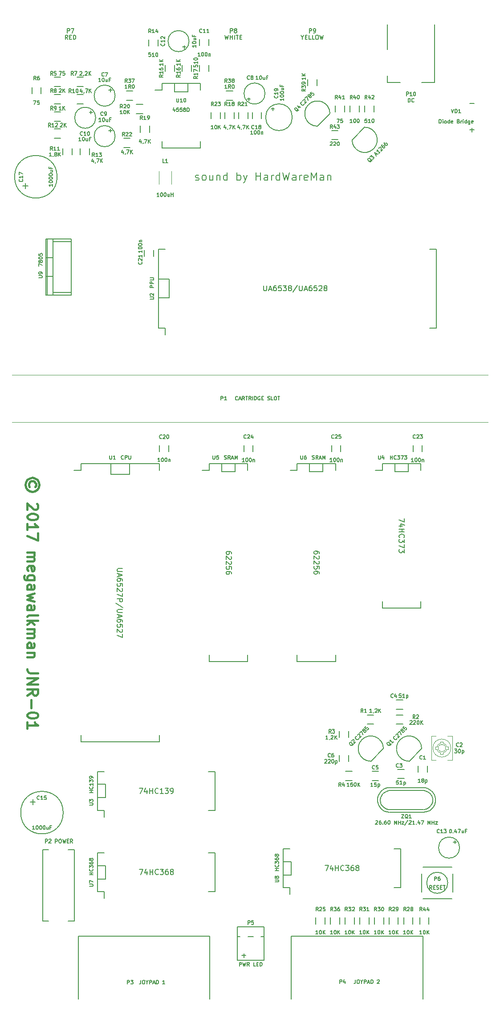
<source format=gbr>
G04 #@! TF.FileFunction,Legend,Top*
%FSLAX46Y46*%
G04 Gerber Fmt 4.6, Leading zero omitted, Abs format (unit mm)*
G04 Created by KiCad (PCBNEW 4.0.4-stable) date 02/16/17 08:27:34*
%MOMM*%
%LPD*%
G01*
G04 APERTURE LIST*
%ADD10C,0.100000*%
%ADD11C,0.150000*%
%ADD12C,0.200000*%
%ADD13C,0.400000*%
G04 APERTURE END LIST*
D10*
D11*
X162633334Y-236416667D02*
X162633334Y-236916667D01*
X162600000Y-237016667D01*
X162533334Y-237083333D01*
X162433334Y-237116667D01*
X162366667Y-237116667D01*
X163100000Y-236416667D02*
X163233333Y-236416667D01*
X163300000Y-236450000D01*
X163366667Y-236516667D01*
X163400000Y-236650000D01*
X163400000Y-236883333D01*
X163366667Y-237016667D01*
X163300000Y-237083333D01*
X163233333Y-237116667D01*
X163100000Y-237116667D01*
X163033333Y-237083333D01*
X162966667Y-237016667D01*
X162933333Y-236883333D01*
X162933333Y-236650000D01*
X162966667Y-236516667D01*
X163033333Y-236450000D01*
X163100000Y-236416667D01*
X163833333Y-236783333D02*
X163833333Y-237116667D01*
X163600000Y-236416667D02*
X163833333Y-236783333D01*
X164066666Y-236416667D01*
X164300000Y-237116667D02*
X164300000Y-236416667D01*
X164566666Y-236416667D01*
X164633333Y-236450000D01*
X164666666Y-236483333D01*
X164700000Y-236550000D01*
X164700000Y-236650000D01*
X164666666Y-236716667D01*
X164633333Y-236750000D01*
X164566666Y-236783333D01*
X164300000Y-236783333D01*
X164966666Y-236916667D02*
X165300000Y-236916667D01*
X164900000Y-237116667D02*
X165133333Y-236416667D01*
X165366666Y-237116667D01*
X165600000Y-237116667D02*
X165600000Y-236416667D01*
X165766666Y-236416667D01*
X165866666Y-236450000D01*
X165933333Y-236516667D01*
X165966666Y-236583333D01*
X166000000Y-236716667D01*
X166000000Y-236816667D01*
X165966666Y-236950000D01*
X165933333Y-237016667D01*
X165866666Y-237083333D01*
X165766666Y-237116667D01*
X165600000Y-237116667D01*
X166799999Y-236483333D02*
X166833333Y-236450000D01*
X166899999Y-236416667D01*
X167066666Y-236416667D01*
X167133333Y-236450000D01*
X167166666Y-236483333D01*
X167199999Y-236550000D01*
X167199999Y-236616667D01*
X167166666Y-236716667D01*
X166766666Y-237116667D01*
X167199999Y-237116667D01*
X121833334Y-236516667D02*
X121833334Y-237016667D01*
X121800000Y-237116667D01*
X121733334Y-237183333D01*
X121633334Y-237216667D01*
X121566667Y-237216667D01*
X122300000Y-236516667D02*
X122433333Y-236516667D01*
X122500000Y-236550000D01*
X122566667Y-236616667D01*
X122600000Y-236750000D01*
X122600000Y-236983333D01*
X122566667Y-237116667D01*
X122500000Y-237183333D01*
X122433333Y-237216667D01*
X122300000Y-237216667D01*
X122233333Y-237183333D01*
X122166667Y-237116667D01*
X122133333Y-236983333D01*
X122133333Y-236750000D01*
X122166667Y-236616667D01*
X122233333Y-236550000D01*
X122300000Y-236516667D01*
X123033333Y-236883333D02*
X123033333Y-237216667D01*
X122800000Y-236516667D02*
X123033333Y-236883333D01*
X123266666Y-236516667D01*
X123500000Y-237216667D02*
X123500000Y-236516667D01*
X123766666Y-236516667D01*
X123833333Y-236550000D01*
X123866666Y-236583333D01*
X123900000Y-236650000D01*
X123900000Y-236750000D01*
X123866666Y-236816667D01*
X123833333Y-236850000D01*
X123766666Y-236883333D01*
X123500000Y-236883333D01*
X124166666Y-237016667D02*
X124500000Y-237016667D01*
X124100000Y-237216667D02*
X124333333Y-236516667D01*
X124566666Y-237216667D01*
X124800000Y-237216667D02*
X124800000Y-236516667D01*
X124966666Y-236516667D01*
X125066666Y-236550000D01*
X125133333Y-236616667D01*
X125166666Y-236683333D01*
X125200000Y-236816667D01*
X125200000Y-236916667D01*
X125166666Y-237050000D01*
X125133333Y-237116667D01*
X125066666Y-237183333D01*
X124966666Y-237216667D01*
X124800000Y-237216667D01*
X126399999Y-237216667D02*
X125999999Y-237216667D01*
X126199999Y-237216667D02*
X126199999Y-236516667D01*
X126133333Y-236616667D01*
X126066666Y-236683333D01*
X125999999Y-236716667D01*
X140570001Y-233796667D02*
X140570001Y-233096667D01*
X140836667Y-233096667D01*
X140903334Y-233130000D01*
X140936667Y-233163333D01*
X140970001Y-233230000D01*
X140970001Y-233330000D01*
X140936667Y-233396667D01*
X140903334Y-233430000D01*
X140836667Y-233463333D01*
X140570001Y-233463333D01*
X141203334Y-233096667D02*
X141370001Y-233796667D01*
X141503334Y-233296667D01*
X141636667Y-233796667D01*
X141803334Y-233096667D01*
X142470001Y-233796667D02*
X142236667Y-233463333D01*
X142070001Y-233796667D02*
X142070001Y-233096667D01*
X142336667Y-233096667D01*
X142403334Y-233130000D01*
X142436667Y-233163333D01*
X142470001Y-233230000D01*
X142470001Y-233330000D01*
X142436667Y-233396667D01*
X142403334Y-233430000D01*
X142336667Y-233463333D01*
X142070001Y-233463333D01*
X143636667Y-233796667D02*
X143303334Y-233796667D01*
X143303334Y-233096667D01*
X143870001Y-233430000D02*
X144103334Y-233430000D01*
X144203334Y-233796667D02*
X143870001Y-233796667D01*
X143870001Y-233096667D01*
X144203334Y-233096667D01*
X144503334Y-233796667D02*
X144503334Y-233096667D01*
X144670000Y-233096667D01*
X144770000Y-233130000D01*
X144836667Y-233196667D01*
X144870000Y-233263333D01*
X144903334Y-233396667D01*
X144903334Y-233496667D01*
X144870000Y-233630000D01*
X144836667Y-233696667D01*
X144770000Y-233763333D01*
X144670000Y-233796667D01*
X144503334Y-233796667D01*
X140250001Y-126250000D02*
X140216667Y-126283333D01*
X140116667Y-126316667D01*
X140050001Y-126316667D01*
X139950001Y-126283333D01*
X139883334Y-126216667D01*
X139850001Y-126150000D01*
X139816667Y-126016667D01*
X139816667Y-125916667D01*
X139850001Y-125783333D01*
X139883334Y-125716667D01*
X139950001Y-125650000D01*
X140050001Y-125616667D01*
X140116667Y-125616667D01*
X140216667Y-125650000D01*
X140250001Y-125683333D01*
X140516667Y-126116667D02*
X140850001Y-126116667D01*
X140450001Y-126316667D02*
X140683334Y-125616667D01*
X140916667Y-126316667D01*
X141550001Y-126316667D02*
X141316667Y-125983333D01*
X141150001Y-126316667D02*
X141150001Y-125616667D01*
X141416667Y-125616667D01*
X141483334Y-125650000D01*
X141516667Y-125683333D01*
X141550001Y-125750000D01*
X141550001Y-125850000D01*
X141516667Y-125916667D01*
X141483334Y-125950000D01*
X141416667Y-125983333D01*
X141150001Y-125983333D01*
X141750001Y-125616667D02*
X142150001Y-125616667D01*
X141950001Y-126316667D02*
X141950001Y-125616667D01*
X142783334Y-126316667D02*
X142550000Y-125983333D01*
X142383334Y-126316667D02*
X142383334Y-125616667D01*
X142650000Y-125616667D01*
X142716667Y-125650000D01*
X142750000Y-125683333D01*
X142783334Y-125750000D01*
X142783334Y-125850000D01*
X142750000Y-125916667D01*
X142716667Y-125950000D01*
X142650000Y-125983333D01*
X142383334Y-125983333D01*
X143083334Y-126316667D02*
X143083334Y-125616667D01*
X143416667Y-126316667D02*
X143416667Y-125616667D01*
X143583333Y-125616667D01*
X143683333Y-125650000D01*
X143750000Y-125716667D01*
X143783333Y-125783333D01*
X143816667Y-125916667D01*
X143816667Y-126016667D01*
X143783333Y-126150000D01*
X143750000Y-126216667D01*
X143683333Y-126283333D01*
X143583333Y-126316667D01*
X143416667Y-126316667D01*
X144483333Y-125650000D02*
X144416667Y-125616667D01*
X144316667Y-125616667D01*
X144216667Y-125650000D01*
X144150000Y-125716667D01*
X144116667Y-125783333D01*
X144083333Y-125916667D01*
X144083333Y-126016667D01*
X144116667Y-126150000D01*
X144150000Y-126216667D01*
X144216667Y-126283333D01*
X144316667Y-126316667D01*
X144383333Y-126316667D01*
X144483333Y-126283333D01*
X144516667Y-126250000D01*
X144516667Y-126016667D01*
X144383333Y-126016667D01*
X144816667Y-125950000D02*
X145050000Y-125950000D01*
X145150000Y-126316667D02*
X144816667Y-126316667D01*
X144816667Y-125616667D01*
X145150000Y-125616667D01*
X145949999Y-126283333D02*
X146049999Y-126316667D01*
X146216666Y-126316667D01*
X146283333Y-126283333D01*
X146316666Y-126250000D01*
X146349999Y-126183333D01*
X146349999Y-126116667D01*
X146316666Y-126050000D01*
X146283333Y-126016667D01*
X146216666Y-125983333D01*
X146083333Y-125950000D01*
X146016666Y-125916667D01*
X145983333Y-125883333D01*
X145949999Y-125816667D01*
X145949999Y-125750000D01*
X145983333Y-125683333D01*
X146016666Y-125650000D01*
X146083333Y-125616667D01*
X146249999Y-125616667D01*
X146349999Y-125650000D01*
X146983333Y-126316667D02*
X146650000Y-126316667D01*
X146650000Y-125616667D01*
X147350000Y-125616667D02*
X147483333Y-125616667D01*
X147550000Y-125650000D01*
X147616667Y-125716667D01*
X147650000Y-125850000D01*
X147650000Y-126083333D01*
X147616667Y-126216667D01*
X147550000Y-126283333D01*
X147483333Y-126316667D01*
X147350000Y-126316667D01*
X147283333Y-126283333D01*
X147216667Y-126216667D01*
X147183333Y-126083333D01*
X147183333Y-125850000D01*
X147216667Y-125716667D01*
X147283333Y-125650000D01*
X147350000Y-125616667D01*
X147850000Y-125616667D02*
X148250000Y-125616667D01*
X148050000Y-126316667D02*
X148050000Y-125616667D01*
X166483333Y-206243333D02*
X166516667Y-206210000D01*
X166583333Y-206176667D01*
X166750000Y-206176667D01*
X166816667Y-206210000D01*
X166850000Y-206243333D01*
X166883333Y-206310000D01*
X166883333Y-206376667D01*
X166850000Y-206476667D01*
X166450000Y-206876667D01*
X166883333Y-206876667D01*
X167483334Y-206176667D02*
X167350000Y-206176667D01*
X167283334Y-206210000D01*
X167250000Y-206243333D01*
X167183334Y-206343333D01*
X167150000Y-206476667D01*
X167150000Y-206743333D01*
X167183334Y-206810000D01*
X167216667Y-206843333D01*
X167283334Y-206876667D01*
X167416667Y-206876667D01*
X167483334Y-206843333D01*
X167516667Y-206810000D01*
X167550000Y-206743333D01*
X167550000Y-206576667D01*
X167516667Y-206510000D01*
X167483334Y-206476667D01*
X167416667Y-206443333D01*
X167283334Y-206443333D01*
X167216667Y-206476667D01*
X167183334Y-206510000D01*
X167150000Y-206576667D01*
X167850001Y-206810000D02*
X167883334Y-206843333D01*
X167850001Y-206876667D01*
X167816667Y-206843333D01*
X167850001Y-206810000D01*
X167850001Y-206876667D01*
X168483334Y-206176667D02*
X168350000Y-206176667D01*
X168283334Y-206210000D01*
X168250000Y-206243333D01*
X168183334Y-206343333D01*
X168150000Y-206476667D01*
X168150000Y-206743333D01*
X168183334Y-206810000D01*
X168216667Y-206843333D01*
X168283334Y-206876667D01*
X168416667Y-206876667D01*
X168483334Y-206843333D01*
X168516667Y-206810000D01*
X168550000Y-206743333D01*
X168550000Y-206576667D01*
X168516667Y-206510000D01*
X168483334Y-206476667D01*
X168416667Y-206443333D01*
X168283334Y-206443333D01*
X168216667Y-206476667D01*
X168183334Y-206510000D01*
X168150000Y-206576667D01*
X168983334Y-206176667D02*
X169050001Y-206176667D01*
X169116667Y-206210000D01*
X169150001Y-206243333D01*
X169183334Y-206310000D01*
X169216667Y-206443333D01*
X169216667Y-206610000D01*
X169183334Y-206743333D01*
X169150001Y-206810000D01*
X169116667Y-206843333D01*
X169050001Y-206876667D01*
X168983334Y-206876667D01*
X168916667Y-206843333D01*
X168883334Y-206810000D01*
X168850001Y-206743333D01*
X168816667Y-206610000D01*
X168816667Y-206443333D01*
X168850001Y-206310000D01*
X168883334Y-206243333D01*
X168916667Y-206210000D01*
X168983334Y-206176667D01*
X170050001Y-206876667D02*
X170050001Y-206176667D01*
X170283334Y-206676667D01*
X170516667Y-206176667D01*
X170516667Y-206876667D01*
X170850001Y-206876667D02*
X170850001Y-206176667D01*
X170850001Y-206510000D02*
X171250001Y-206510000D01*
X171250001Y-206876667D02*
X171250001Y-206176667D01*
X171516667Y-206410000D02*
X171883334Y-206410000D01*
X171516667Y-206876667D01*
X171883334Y-206876667D01*
X172650001Y-206143333D02*
X172050001Y-207043333D01*
X172850000Y-206243333D02*
X172883334Y-206210000D01*
X172950000Y-206176667D01*
X173116667Y-206176667D01*
X173183334Y-206210000D01*
X173216667Y-206243333D01*
X173250000Y-206310000D01*
X173250000Y-206376667D01*
X173216667Y-206476667D01*
X172816667Y-206876667D01*
X173250000Y-206876667D01*
X173916667Y-206876667D02*
X173516667Y-206876667D01*
X173716667Y-206876667D02*
X173716667Y-206176667D01*
X173650001Y-206276667D01*
X173583334Y-206343333D01*
X173516667Y-206376667D01*
X174216668Y-206810000D02*
X174250001Y-206843333D01*
X174216668Y-206876667D01*
X174183334Y-206843333D01*
X174216668Y-206810000D01*
X174216668Y-206876667D01*
X174850001Y-206410000D02*
X174850001Y-206876667D01*
X174683334Y-206143333D02*
X174516667Y-206643333D01*
X174950001Y-206643333D01*
X175150001Y-206176667D02*
X175616668Y-206176667D01*
X175316668Y-206876667D01*
X176416668Y-206876667D02*
X176416668Y-206176667D01*
X176650001Y-206676667D01*
X176883334Y-206176667D01*
X176883334Y-206876667D01*
X177216668Y-206876667D02*
X177216668Y-206176667D01*
X177216668Y-206510000D02*
X177616668Y-206510000D01*
X177616668Y-206876667D02*
X177616668Y-206176667D01*
X177883334Y-206410000D02*
X178250001Y-206410000D01*
X177883334Y-206876667D01*
X178250001Y-206876667D01*
D12*
X145190000Y-104582381D02*
X145190000Y-105391905D01*
X145237619Y-105487143D01*
X145285238Y-105534762D01*
X145380476Y-105582381D01*
X145570953Y-105582381D01*
X145666191Y-105534762D01*
X145713810Y-105487143D01*
X145761429Y-105391905D01*
X145761429Y-104582381D01*
X146190000Y-105296667D02*
X146666191Y-105296667D01*
X146094762Y-105582381D02*
X146428095Y-104582381D01*
X146761429Y-105582381D01*
X147523334Y-104582381D02*
X147332857Y-104582381D01*
X147237619Y-104630000D01*
X147190000Y-104677619D01*
X147094762Y-104820476D01*
X147047143Y-105010952D01*
X147047143Y-105391905D01*
X147094762Y-105487143D01*
X147142381Y-105534762D01*
X147237619Y-105582381D01*
X147428096Y-105582381D01*
X147523334Y-105534762D01*
X147570953Y-105487143D01*
X147618572Y-105391905D01*
X147618572Y-105153810D01*
X147570953Y-105058571D01*
X147523334Y-105010952D01*
X147428096Y-104963333D01*
X147237619Y-104963333D01*
X147142381Y-105010952D01*
X147094762Y-105058571D01*
X147047143Y-105153810D01*
X148523334Y-104582381D02*
X148047143Y-104582381D01*
X147999524Y-105058571D01*
X148047143Y-105010952D01*
X148142381Y-104963333D01*
X148380477Y-104963333D01*
X148475715Y-105010952D01*
X148523334Y-105058571D01*
X148570953Y-105153810D01*
X148570953Y-105391905D01*
X148523334Y-105487143D01*
X148475715Y-105534762D01*
X148380477Y-105582381D01*
X148142381Y-105582381D01*
X148047143Y-105534762D01*
X147999524Y-105487143D01*
X148904286Y-104582381D02*
X149523334Y-104582381D01*
X149190000Y-104963333D01*
X149332858Y-104963333D01*
X149428096Y-105010952D01*
X149475715Y-105058571D01*
X149523334Y-105153810D01*
X149523334Y-105391905D01*
X149475715Y-105487143D01*
X149428096Y-105534762D01*
X149332858Y-105582381D01*
X149047143Y-105582381D01*
X148951905Y-105534762D01*
X148904286Y-105487143D01*
X150094762Y-105010952D02*
X149999524Y-104963333D01*
X149951905Y-104915714D01*
X149904286Y-104820476D01*
X149904286Y-104772857D01*
X149951905Y-104677619D01*
X149999524Y-104630000D01*
X150094762Y-104582381D01*
X150285239Y-104582381D01*
X150380477Y-104630000D01*
X150428096Y-104677619D01*
X150475715Y-104772857D01*
X150475715Y-104820476D01*
X150428096Y-104915714D01*
X150380477Y-104963333D01*
X150285239Y-105010952D01*
X150094762Y-105010952D01*
X149999524Y-105058571D01*
X149951905Y-105106190D01*
X149904286Y-105201429D01*
X149904286Y-105391905D01*
X149951905Y-105487143D01*
X149999524Y-105534762D01*
X150094762Y-105582381D01*
X150285239Y-105582381D01*
X150380477Y-105534762D01*
X150428096Y-105487143D01*
X150475715Y-105391905D01*
X150475715Y-105201429D01*
X150428096Y-105106190D01*
X150380477Y-105058571D01*
X150285239Y-105010952D01*
X151618572Y-104534762D02*
X150761429Y-105820476D01*
X151951905Y-104582381D02*
X151951905Y-105391905D01*
X151999524Y-105487143D01*
X152047143Y-105534762D01*
X152142381Y-105582381D01*
X152332858Y-105582381D01*
X152428096Y-105534762D01*
X152475715Y-105487143D01*
X152523334Y-105391905D01*
X152523334Y-104582381D01*
X152951905Y-105296667D02*
X153428096Y-105296667D01*
X152856667Y-105582381D02*
X153190000Y-104582381D01*
X153523334Y-105582381D01*
X154285239Y-104582381D02*
X154094762Y-104582381D01*
X153999524Y-104630000D01*
X153951905Y-104677619D01*
X153856667Y-104820476D01*
X153809048Y-105010952D01*
X153809048Y-105391905D01*
X153856667Y-105487143D01*
X153904286Y-105534762D01*
X153999524Y-105582381D01*
X154190001Y-105582381D01*
X154285239Y-105534762D01*
X154332858Y-105487143D01*
X154380477Y-105391905D01*
X154380477Y-105153810D01*
X154332858Y-105058571D01*
X154285239Y-105010952D01*
X154190001Y-104963333D01*
X153999524Y-104963333D01*
X153904286Y-105010952D01*
X153856667Y-105058571D01*
X153809048Y-105153810D01*
X155285239Y-104582381D02*
X154809048Y-104582381D01*
X154761429Y-105058571D01*
X154809048Y-105010952D01*
X154904286Y-104963333D01*
X155142382Y-104963333D01*
X155237620Y-105010952D01*
X155285239Y-105058571D01*
X155332858Y-105153810D01*
X155332858Y-105391905D01*
X155285239Y-105487143D01*
X155237620Y-105534762D01*
X155142382Y-105582381D01*
X154904286Y-105582381D01*
X154809048Y-105534762D01*
X154761429Y-105487143D01*
X155713810Y-104677619D02*
X155761429Y-104630000D01*
X155856667Y-104582381D01*
X156094763Y-104582381D01*
X156190001Y-104630000D01*
X156237620Y-104677619D01*
X156285239Y-104772857D01*
X156285239Y-104868095D01*
X156237620Y-105010952D01*
X155666191Y-105582381D01*
X156285239Y-105582381D01*
X156856667Y-105010952D02*
X156761429Y-104963333D01*
X156713810Y-104915714D01*
X156666191Y-104820476D01*
X156666191Y-104772857D01*
X156713810Y-104677619D01*
X156761429Y-104630000D01*
X156856667Y-104582381D01*
X157047144Y-104582381D01*
X157142382Y-104630000D01*
X157190001Y-104677619D01*
X157237620Y-104772857D01*
X157237620Y-104820476D01*
X157190001Y-104915714D01*
X157142382Y-104963333D01*
X157047144Y-105010952D01*
X156856667Y-105010952D01*
X156761429Y-105058571D01*
X156713810Y-105106190D01*
X156666191Y-105201429D01*
X156666191Y-105391905D01*
X156713810Y-105487143D01*
X156761429Y-105534762D01*
X156856667Y-105582381D01*
X157047144Y-105582381D01*
X157142382Y-105534762D01*
X157190001Y-105487143D01*
X157237620Y-105391905D01*
X157237620Y-105201429D01*
X157190001Y-105106190D01*
X157142382Y-105058571D01*
X157047144Y-105010952D01*
X171957619Y-148808095D02*
X171957619Y-149474762D01*
X170957619Y-149046190D01*
X171624286Y-150284286D02*
X170957619Y-150284286D01*
X172005238Y-150046190D02*
X171290952Y-149808095D01*
X171290952Y-150427143D01*
X170957619Y-150808095D02*
X171957619Y-150808095D01*
X171481429Y-150808095D02*
X171481429Y-151379524D01*
X170957619Y-151379524D02*
X171957619Y-151379524D01*
X171052857Y-152427143D02*
X171005238Y-152379524D01*
X170957619Y-152236667D01*
X170957619Y-152141429D01*
X171005238Y-151998571D01*
X171100476Y-151903333D01*
X171195714Y-151855714D01*
X171386190Y-151808095D01*
X171529048Y-151808095D01*
X171719524Y-151855714D01*
X171814762Y-151903333D01*
X171910000Y-151998571D01*
X171957619Y-152141429D01*
X171957619Y-152236667D01*
X171910000Y-152379524D01*
X171862381Y-152427143D01*
X171957619Y-152760476D02*
X171957619Y-153379524D01*
X171576667Y-153046190D01*
X171576667Y-153189048D01*
X171529048Y-153284286D01*
X171481429Y-153331905D01*
X171386190Y-153379524D01*
X171148095Y-153379524D01*
X171052857Y-153331905D01*
X171005238Y-153284286D01*
X170957619Y-153189048D01*
X170957619Y-152903333D01*
X171005238Y-152808095D01*
X171052857Y-152760476D01*
X171957619Y-153712857D02*
X171957619Y-154379524D01*
X170957619Y-153950952D01*
X171957619Y-154665238D02*
X171957619Y-155284286D01*
X171576667Y-154950952D01*
X171576667Y-155093810D01*
X171529048Y-155189048D01*
X171481429Y-155236667D01*
X171386190Y-155284286D01*
X171148095Y-155284286D01*
X171052857Y-155236667D01*
X171005238Y-155189048D01*
X170957619Y-155093810D01*
X170957619Y-154808095D01*
X171005238Y-154712857D01*
X171052857Y-154665238D01*
X155767619Y-155465715D02*
X155767619Y-155275238D01*
X155720000Y-155180000D01*
X155672381Y-155132381D01*
X155529524Y-155037143D01*
X155339048Y-154989524D01*
X154958095Y-154989524D01*
X154862857Y-155037143D01*
X154815238Y-155084762D01*
X154767619Y-155180000D01*
X154767619Y-155370477D01*
X154815238Y-155465715D01*
X154862857Y-155513334D01*
X154958095Y-155560953D01*
X155196190Y-155560953D01*
X155291429Y-155513334D01*
X155339048Y-155465715D01*
X155386667Y-155370477D01*
X155386667Y-155180000D01*
X155339048Y-155084762D01*
X155291429Y-155037143D01*
X155196190Y-154989524D01*
X155672381Y-155941905D02*
X155720000Y-155989524D01*
X155767619Y-156084762D01*
X155767619Y-156322858D01*
X155720000Y-156418096D01*
X155672381Y-156465715D01*
X155577143Y-156513334D01*
X155481905Y-156513334D01*
X155339048Y-156465715D01*
X154767619Y-155894286D01*
X154767619Y-156513334D01*
X155672381Y-156894286D02*
X155720000Y-156941905D01*
X155767619Y-157037143D01*
X155767619Y-157275239D01*
X155720000Y-157370477D01*
X155672381Y-157418096D01*
X155577143Y-157465715D01*
X155481905Y-157465715D01*
X155339048Y-157418096D01*
X154767619Y-156846667D01*
X154767619Y-157465715D01*
X155767619Y-158370477D02*
X155767619Y-157894286D01*
X155291429Y-157846667D01*
X155339048Y-157894286D01*
X155386667Y-157989524D01*
X155386667Y-158227620D01*
X155339048Y-158322858D01*
X155291429Y-158370477D01*
X155196190Y-158418096D01*
X154958095Y-158418096D01*
X154862857Y-158370477D01*
X154815238Y-158322858D01*
X154767619Y-158227620D01*
X154767619Y-157989524D01*
X154815238Y-157894286D01*
X154862857Y-157846667D01*
X155767619Y-159275239D02*
X155767619Y-159084762D01*
X155720000Y-158989524D01*
X155672381Y-158941905D01*
X155529524Y-158846667D01*
X155339048Y-158799048D01*
X154958095Y-158799048D01*
X154862857Y-158846667D01*
X154815238Y-158894286D01*
X154767619Y-158989524D01*
X154767619Y-159180001D01*
X154815238Y-159275239D01*
X154862857Y-159322858D01*
X154958095Y-159370477D01*
X155196190Y-159370477D01*
X155291429Y-159322858D01*
X155339048Y-159275239D01*
X155386667Y-159180001D01*
X155386667Y-158989524D01*
X155339048Y-158894286D01*
X155291429Y-158846667D01*
X155196190Y-158799048D01*
X139067619Y-155525715D02*
X139067619Y-155335238D01*
X139020000Y-155240000D01*
X138972381Y-155192381D01*
X138829524Y-155097143D01*
X138639048Y-155049524D01*
X138258095Y-155049524D01*
X138162857Y-155097143D01*
X138115238Y-155144762D01*
X138067619Y-155240000D01*
X138067619Y-155430477D01*
X138115238Y-155525715D01*
X138162857Y-155573334D01*
X138258095Y-155620953D01*
X138496190Y-155620953D01*
X138591429Y-155573334D01*
X138639048Y-155525715D01*
X138686667Y-155430477D01*
X138686667Y-155240000D01*
X138639048Y-155144762D01*
X138591429Y-155097143D01*
X138496190Y-155049524D01*
X138972381Y-156001905D02*
X139020000Y-156049524D01*
X139067619Y-156144762D01*
X139067619Y-156382858D01*
X139020000Y-156478096D01*
X138972381Y-156525715D01*
X138877143Y-156573334D01*
X138781905Y-156573334D01*
X138639048Y-156525715D01*
X138067619Y-155954286D01*
X138067619Y-156573334D01*
X138972381Y-156954286D02*
X139020000Y-157001905D01*
X139067619Y-157097143D01*
X139067619Y-157335239D01*
X139020000Y-157430477D01*
X138972381Y-157478096D01*
X138877143Y-157525715D01*
X138781905Y-157525715D01*
X138639048Y-157478096D01*
X138067619Y-156906667D01*
X138067619Y-157525715D01*
X139067619Y-158430477D02*
X139067619Y-157954286D01*
X138591429Y-157906667D01*
X138639048Y-157954286D01*
X138686667Y-158049524D01*
X138686667Y-158287620D01*
X138639048Y-158382858D01*
X138591429Y-158430477D01*
X138496190Y-158478096D01*
X138258095Y-158478096D01*
X138162857Y-158430477D01*
X138115238Y-158382858D01*
X138067619Y-158287620D01*
X138067619Y-158049524D01*
X138115238Y-157954286D01*
X138162857Y-157906667D01*
X139067619Y-159335239D02*
X139067619Y-159144762D01*
X139020000Y-159049524D01*
X138972381Y-159001905D01*
X138829524Y-158906667D01*
X138639048Y-158859048D01*
X138258095Y-158859048D01*
X138162857Y-158906667D01*
X138115238Y-158954286D01*
X138067619Y-159049524D01*
X138067619Y-159240001D01*
X138115238Y-159335239D01*
X138162857Y-159382858D01*
X138258095Y-159430477D01*
X138496190Y-159430477D01*
X138591429Y-159382858D01*
X138639048Y-159335239D01*
X138686667Y-159240001D01*
X138686667Y-159049524D01*
X138639048Y-158954286D01*
X138591429Y-158906667D01*
X138496190Y-158859048D01*
X118347619Y-158330000D02*
X117538095Y-158330000D01*
X117442857Y-158377619D01*
X117395238Y-158425238D01*
X117347619Y-158520476D01*
X117347619Y-158710953D01*
X117395238Y-158806191D01*
X117442857Y-158853810D01*
X117538095Y-158901429D01*
X118347619Y-158901429D01*
X117633333Y-159330000D02*
X117633333Y-159806191D01*
X117347619Y-159234762D02*
X118347619Y-159568095D01*
X117347619Y-159901429D01*
X118347619Y-160663334D02*
X118347619Y-160472857D01*
X118300000Y-160377619D01*
X118252381Y-160330000D01*
X118109524Y-160234762D01*
X117919048Y-160187143D01*
X117538095Y-160187143D01*
X117442857Y-160234762D01*
X117395238Y-160282381D01*
X117347619Y-160377619D01*
X117347619Y-160568096D01*
X117395238Y-160663334D01*
X117442857Y-160710953D01*
X117538095Y-160758572D01*
X117776190Y-160758572D01*
X117871429Y-160710953D01*
X117919048Y-160663334D01*
X117966667Y-160568096D01*
X117966667Y-160377619D01*
X117919048Y-160282381D01*
X117871429Y-160234762D01*
X117776190Y-160187143D01*
X118347619Y-161663334D02*
X118347619Y-161187143D01*
X117871429Y-161139524D01*
X117919048Y-161187143D01*
X117966667Y-161282381D01*
X117966667Y-161520477D01*
X117919048Y-161615715D01*
X117871429Y-161663334D01*
X117776190Y-161710953D01*
X117538095Y-161710953D01*
X117442857Y-161663334D01*
X117395238Y-161615715D01*
X117347619Y-161520477D01*
X117347619Y-161282381D01*
X117395238Y-161187143D01*
X117442857Y-161139524D01*
X118252381Y-162091905D02*
X118300000Y-162139524D01*
X118347619Y-162234762D01*
X118347619Y-162472858D01*
X118300000Y-162568096D01*
X118252381Y-162615715D01*
X118157143Y-162663334D01*
X118061905Y-162663334D01*
X117919048Y-162615715D01*
X117347619Y-162044286D01*
X117347619Y-162663334D01*
X118347619Y-162996667D02*
X118347619Y-163663334D01*
X117347619Y-163234762D01*
X117347619Y-164044286D02*
X118347619Y-164044286D01*
X118347619Y-164425239D01*
X118300000Y-164520477D01*
X118252381Y-164568096D01*
X118157143Y-164615715D01*
X118014286Y-164615715D01*
X117919048Y-164568096D01*
X117871429Y-164520477D01*
X117823810Y-164425239D01*
X117823810Y-164044286D01*
X118395238Y-165758572D02*
X117109524Y-164901429D01*
X118347619Y-166091905D02*
X117538095Y-166091905D01*
X117442857Y-166139524D01*
X117395238Y-166187143D01*
X117347619Y-166282381D01*
X117347619Y-166472858D01*
X117395238Y-166568096D01*
X117442857Y-166615715D01*
X117538095Y-166663334D01*
X118347619Y-166663334D01*
X117633333Y-167091905D02*
X117633333Y-167568096D01*
X117347619Y-166996667D02*
X118347619Y-167330000D01*
X117347619Y-167663334D01*
X118347619Y-168425239D02*
X118347619Y-168234762D01*
X118300000Y-168139524D01*
X118252381Y-168091905D01*
X118109524Y-167996667D01*
X117919048Y-167949048D01*
X117538095Y-167949048D01*
X117442857Y-167996667D01*
X117395238Y-168044286D01*
X117347619Y-168139524D01*
X117347619Y-168330001D01*
X117395238Y-168425239D01*
X117442857Y-168472858D01*
X117538095Y-168520477D01*
X117776190Y-168520477D01*
X117871429Y-168472858D01*
X117919048Y-168425239D01*
X117966667Y-168330001D01*
X117966667Y-168139524D01*
X117919048Y-168044286D01*
X117871429Y-167996667D01*
X117776190Y-167949048D01*
X118347619Y-169425239D02*
X118347619Y-168949048D01*
X117871429Y-168901429D01*
X117919048Y-168949048D01*
X117966667Y-169044286D01*
X117966667Y-169282382D01*
X117919048Y-169377620D01*
X117871429Y-169425239D01*
X117776190Y-169472858D01*
X117538095Y-169472858D01*
X117442857Y-169425239D01*
X117395238Y-169377620D01*
X117347619Y-169282382D01*
X117347619Y-169044286D01*
X117395238Y-168949048D01*
X117442857Y-168901429D01*
X118252381Y-169853810D02*
X118300000Y-169901429D01*
X118347619Y-169996667D01*
X118347619Y-170234763D01*
X118300000Y-170330001D01*
X118252381Y-170377620D01*
X118157143Y-170425239D01*
X118061905Y-170425239D01*
X117919048Y-170377620D01*
X117347619Y-169806191D01*
X117347619Y-170425239D01*
X118347619Y-170758572D02*
X118347619Y-171425239D01*
X117347619Y-170996667D01*
D11*
X169270000Y-137536667D02*
X169270000Y-136836667D01*
X169270000Y-137170000D02*
X169670000Y-137170000D01*
X169670000Y-137536667D02*
X169670000Y-136836667D01*
X170403333Y-137470000D02*
X170369999Y-137503333D01*
X170269999Y-137536667D01*
X170203333Y-137536667D01*
X170103333Y-137503333D01*
X170036666Y-137436667D01*
X170003333Y-137370000D01*
X169969999Y-137236667D01*
X169969999Y-137136667D01*
X170003333Y-137003333D01*
X170036666Y-136936667D01*
X170103333Y-136870000D01*
X170203333Y-136836667D01*
X170269999Y-136836667D01*
X170369999Y-136870000D01*
X170403333Y-136903333D01*
X170636666Y-136836667D02*
X171069999Y-136836667D01*
X170836666Y-137103333D01*
X170936666Y-137103333D01*
X171003333Y-137136667D01*
X171036666Y-137170000D01*
X171069999Y-137236667D01*
X171069999Y-137403333D01*
X171036666Y-137470000D01*
X171003333Y-137503333D01*
X170936666Y-137536667D01*
X170736666Y-137536667D01*
X170669999Y-137503333D01*
X170636666Y-137470000D01*
X171303333Y-136836667D02*
X171770000Y-136836667D01*
X171470000Y-137536667D01*
X171970000Y-136836667D02*
X172403333Y-136836667D01*
X172170000Y-137103333D01*
X172270000Y-137103333D01*
X172336667Y-137136667D01*
X172370000Y-137170000D01*
X172403333Y-137236667D01*
X172403333Y-137403333D01*
X172370000Y-137470000D01*
X172336667Y-137503333D01*
X172270000Y-137536667D01*
X172070000Y-137536667D01*
X172003333Y-137503333D01*
X171970000Y-137470000D01*
X112736667Y-200890000D02*
X112036667Y-200890000D01*
X112370000Y-200890000D02*
X112370000Y-200490000D01*
X112736667Y-200490000D02*
X112036667Y-200490000D01*
X112670000Y-199756667D02*
X112703333Y-199790001D01*
X112736667Y-199890001D01*
X112736667Y-199956667D01*
X112703333Y-200056667D01*
X112636667Y-200123334D01*
X112570000Y-200156667D01*
X112436667Y-200190001D01*
X112336667Y-200190001D01*
X112203333Y-200156667D01*
X112136667Y-200123334D01*
X112070000Y-200056667D01*
X112036667Y-199956667D01*
X112036667Y-199890001D01*
X112070000Y-199790001D01*
X112103333Y-199756667D01*
X112736667Y-199090001D02*
X112736667Y-199490001D01*
X112736667Y-199290001D02*
X112036667Y-199290001D01*
X112136667Y-199356667D01*
X112203333Y-199423334D01*
X112236667Y-199490001D01*
X112036667Y-198856667D02*
X112036667Y-198423334D01*
X112303333Y-198656667D01*
X112303333Y-198556667D01*
X112336667Y-198490000D01*
X112370000Y-198456667D01*
X112436667Y-198423334D01*
X112603333Y-198423334D01*
X112670000Y-198456667D01*
X112703333Y-198490000D01*
X112736667Y-198556667D01*
X112736667Y-198756667D01*
X112703333Y-198823334D01*
X112670000Y-198856667D01*
X112736667Y-198090000D02*
X112736667Y-197956667D01*
X112703333Y-197890000D01*
X112670000Y-197856667D01*
X112570000Y-197790000D01*
X112436667Y-197756667D01*
X112170000Y-197756667D01*
X112103333Y-197790000D01*
X112070000Y-197823333D01*
X112036667Y-197890000D01*
X112036667Y-198023333D01*
X112070000Y-198090000D01*
X112103333Y-198123333D01*
X112170000Y-198156667D01*
X112336667Y-198156667D01*
X112403333Y-198123333D01*
X112436667Y-198090000D01*
X112470000Y-198023333D01*
X112470000Y-197890000D01*
X112436667Y-197823333D01*
X112403333Y-197790000D01*
X112336667Y-197756667D01*
X148036667Y-215700000D02*
X147336667Y-215700000D01*
X147670000Y-215700000D02*
X147670000Y-215300000D01*
X148036667Y-215300000D02*
X147336667Y-215300000D01*
X147970000Y-214566667D02*
X148003333Y-214600001D01*
X148036667Y-214700001D01*
X148036667Y-214766667D01*
X148003333Y-214866667D01*
X147936667Y-214933334D01*
X147870000Y-214966667D01*
X147736667Y-215000001D01*
X147636667Y-215000001D01*
X147503333Y-214966667D01*
X147436667Y-214933334D01*
X147370000Y-214866667D01*
X147336667Y-214766667D01*
X147336667Y-214700001D01*
X147370000Y-214600001D01*
X147403333Y-214566667D01*
X147336667Y-214333334D02*
X147336667Y-213900001D01*
X147603333Y-214133334D01*
X147603333Y-214033334D01*
X147636667Y-213966667D01*
X147670000Y-213933334D01*
X147736667Y-213900001D01*
X147903333Y-213900001D01*
X147970000Y-213933334D01*
X148003333Y-213966667D01*
X148036667Y-214033334D01*
X148036667Y-214233334D01*
X148003333Y-214300001D01*
X147970000Y-214333334D01*
X147336667Y-213300000D02*
X147336667Y-213433334D01*
X147370000Y-213500000D01*
X147403333Y-213533334D01*
X147503333Y-213600000D01*
X147636667Y-213633334D01*
X147903333Y-213633334D01*
X147970000Y-213600000D01*
X148003333Y-213566667D01*
X148036667Y-213500000D01*
X148036667Y-213366667D01*
X148003333Y-213300000D01*
X147970000Y-213266667D01*
X147903333Y-213233334D01*
X147736667Y-213233334D01*
X147670000Y-213266667D01*
X147636667Y-213300000D01*
X147603333Y-213366667D01*
X147603333Y-213500000D01*
X147636667Y-213566667D01*
X147670000Y-213600000D01*
X147736667Y-213633334D01*
X147636667Y-212833333D02*
X147603333Y-212900000D01*
X147570000Y-212933333D01*
X147503333Y-212966667D01*
X147470000Y-212966667D01*
X147403333Y-212933333D01*
X147370000Y-212900000D01*
X147336667Y-212833333D01*
X147336667Y-212700000D01*
X147370000Y-212633333D01*
X147403333Y-212600000D01*
X147470000Y-212566667D01*
X147503333Y-212566667D01*
X147570000Y-212600000D01*
X147603333Y-212633333D01*
X147636667Y-212700000D01*
X147636667Y-212833333D01*
X147670000Y-212900000D01*
X147703333Y-212933333D01*
X147770000Y-212966667D01*
X147903333Y-212966667D01*
X147970000Y-212933333D01*
X148003333Y-212900000D01*
X148036667Y-212833333D01*
X148036667Y-212700000D01*
X148003333Y-212633333D01*
X147970000Y-212600000D01*
X147903333Y-212566667D01*
X147770000Y-212566667D01*
X147703333Y-212600000D01*
X147670000Y-212633333D01*
X147636667Y-212700000D01*
X112736667Y-216490000D02*
X112036667Y-216490000D01*
X112370000Y-216490000D02*
X112370000Y-216090000D01*
X112736667Y-216090000D02*
X112036667Y-216090000D01*
X112670000Y-215356667D02*
X112703333Y-215390001D01*
X112736667Y-215490001D01*
X112736667Y-215556667D01*
X112703333Y-215656667D01*
X112636667Y-215723334D01*
X112570000Y-215756667D01*
X112436667Y-215790001D01*
X112336667Y-215790001D01*
X112203333Y-215756667D01*
X112136667Y-215723334D01*
X112070000Y-215656667D01*
X112036667Y-215556667D01*
X112036667Y-215490001D01*
X112070000Y-215390001D01*
X112103333Y-215356667D01*
X112036667Y-215123334D02*
X112036667Y-214690001D01*
X112303333Y-214923334D01*
X112303333Y-214823334D01*
X112336667Y-214756667D01*
X112370000Y-214723334D01*
X112436667Y-214690001D01*
X112603333Y-214690001D01*
X112670000Y-214723334D01*
X112703333Y-214756667D01*
X112736667Y-214823334D01*
X112736667Y-215023334D01*
X112703333Y-215090001D01*
X112670000Y-215123334D01*
X112036667Y-214090000D02*
X112036667Y-214223334D01*
X112070000Y-214290000D01*
X112103333Y-214323334D01*
X112203333Y-214390000D01*
X112336667Y-214423334D01*
X112603333Y-214423334D01*
X112670000Y-214390000D01*
X112703333Y-214356667D01*
X112736667Y-214290000D01*
X112736667Y-214156667D01*
X112703333Y-214090000D01*
X112670000Y-214056667D01*
X112603333Y-214023334D01*
X112436667Y-214023334D01*
X112370000Y-214056667D01*
X112336667Y-214090000D01*
X112303333Y-214156667D01*
X112303333Y-214290000D01*
X112336667Y-214356667D01*
X112370000Y-214390000D01*
X112436667Y-214423334D01*
X112336667Y-213623333D02*
X112303333Y-213690000D01*
X112270000Y-213723333D01*
X112203333Y-213756667D01*
X112170000Y-213756667D01*
X112103333Y-213723333D01*
X112070000Y-213690000D01*
X112036667Y-213623333D01*
X112036667Y-213490000D01*
X112070000Y-213423333D01*
X112103333Y-213390000D01*
X112170000Y-213356667D01*
X112203333Y-213356667D01*
X112270000Y-213390000D01*
X112303333Y-213423333D01*
X112336667Y-213490000D01*
X112336667Y-213623333D01*
X112370000Y-213690000D01*
X112403333Y-213723333D01*
X112470000Y-213756667D01*
X112603333Y-213756667D01*
X112670000Y-213723333D01*
X112703333Y-213690000D01*
X112736667Y-213623333D01*
X112736667Y-213490000D01*
X112703333Y-213423333D01*
X112670000Y-213390000D01*
X112603333Y-213356667D01*
X112470000Y-213356667D01*
X112403333Y-213390000D01*
X112370000Y-213423333D01*
X112336667Y-213490000D01*
X124296667Y-104919999D02*
X123596667Y-104919999D01*
X123596667Y-104653333D01*
X123630000Y-104586666D01*
X123663333Y-104553333D01*
X123730000Y-104519999D01*
X123830000Y-104519999D01*
X123896667Y-104553333D01*
X123930000Y-104586666D01*
X123963333Y-104653333D01*
X123963333Y-104919999D01*
X124296667Y-104219999D02*
X123596667Y-104219999D01*
X123596667Y-103953333D01*
X123630000Y-103886666D01*
X123663333Y-103853333D01*
X123730000Y-103819999D01*
X123830000Y-103819999D01*
X123896667Y-103853333D01*
X123930000Y-103886666D01*
X123963333Y-103953333D01*
X123963333Y-104219999D01*
X123596667Y-103519999D02*
X124163333Y-103519999D01*
X124230000Y-103486666D01*
X124263333Y-103453333D01*
X124296667Y-103386666D01*
X124296667Y-103253333D01*
X124263333Y-103186666D01*
X124230000Y-103153333D01*
X124163333Y-103119999D01*
X123596667Y-103119999D01*
X154430000Y-137503333D02*
X154530000Y-137536667D01*
X154696667Y-137536667D01*
X154763334Y-137503333D01*
X154796667Y-137470000D01*
X154830000Y-137403333D01*
X154830000Y-137336667D01*
X154796667Y-137270000D01*
X154763334Y-137236667D01*
X154696667Y-137203333D01*
X154563334Y-137170000D01*
X154496667Y-137136667D01*
X154463334Y-137103333D01*
X154430000Y-137036667D01*
X154430000Y-136970000D01*
X154463334Y-136903333D01*
X154496667Y-136870000D01*
X154563334Y-136836667D01*
X154730000Y-136836667D01*
X154830000Y-136870000D01*
X155530001Y-137536667D02*
X155296667Y-137203333D01*
X155130001Y-137536667D02*
X155130001Y-136836667D01*
X155396667Y-136836667D01*
X155463334Y-136870000D01*
X155496667Y-136903333D01*
X155530001Y-136970000D01*
X155530001Y-137070000D01*
X155496667Y-137136667D01*
X155463334Y-137170000D01*
X155396667Y-137203333D01*
X155130001Y-137203333D01*
X155796667Y-137336667D02*
X156130001Y-137336667D01*
X155730001Y-137536667D02*
X155963334Y-136836667D01*
X156196667Y-137536667D01*
X156430001Y-137536667D02*
X156430001Y-136836667D01*
X156663334Y-137336667D01*
X156896667Y-136836667D01*
X156896667Y-137536667D01*
X137730000Y-137503333D02*
X137830000Y-137536667D01*
X137996667Y-137536667D01*
X138063334Y-137503333D01*
X138096667Y-137470000D01*
X138130000Y-137403333D01*
X138130000Y-137336667D01*
X138096667Y-137270000D01*
X138063334Y-137236667D01*
X137996667Y-137203333D01*
X137863334Y-137170000D01*
X137796667Y-137136667D01*
X137763334Y-137103333D01*
X137730000Y-137036667D01*
X137730000Y-136970000D01*
X137763334Y-136903333D01*
X137796667Y-136870000D01*
X137863334Y-136836667D01*
X138030000Y-136836667D01*
X138130000Y-136870000D01*
X138830001Y-137536667D02*
X138596667Y-137203333D01*
X138430001Y-137536667D02*
X138430001Y-136836667D01*
X138696667Y-136836667D01*
X138763334Y-136870000D01*
X138796667Y-136903333D01*
X138830001Y-136970000D01*
X138830001Y-137070000D01*
X138796667Y-137136667D01*
X138763334Y-137170000D01*
X138696667Y-137203333D01*
X138430001Y-137203333D01*
X139096667Y-137336667D02*
X139430001Y-137336667D01*
X139030001Y-137536667D02*
X139263334Y-136836667D01*
X139496667Y-137536667D01*
X139730001Y-137536667D02*
X139730001Y-136836667D01*
X139963334Y-137336667D01*
X140196667Y-136836667D01*
X140196667Y-137536667D01*
X118530001Y-137470000D02*
X118496667Y-137503333D01*
X118396667Y-137536667D01*
X118330001Y-137536667D01*
X118230001Y-137503333D01*
X118163334Y-137436667D01*
X118130001Y-137370000D01*
X118096667Y-137236667D01*
X118096667Y-137136667D01*
X118130001Y-137003333D01*
X118163334Y-136936667D01*
X118230001Y-136870000D01*
X118330001Y-136836667D01*
X118396667Y-136836667D01*
X118496667Y-136870000D01*
X118530001Y-136903333D01*
X118830001Y-137536667D02*
X118830001Y-136836667D01*
X119096667Y-136836667D01*
X119163334Y-136870000D01*
X119196667Y-136903333D01*
X119230001Y-136970000D01*
X119230001Y-137070000D01*
X119196667Y-137136667D01*
X119163334Y-137170000D01*
X119096667Y-137203333D01*
X118830001Y-137203333D01*
X119530001Y-136836667D02*
X119530001Y-137403333D01*
X119563334Y-137470000D01*
X119596667Y-137503333D01*
X119663334Y-137536667D01*
X119796667Y-137536667D01*
X119863334Y-137503333D01*
X119896667Y-137470000D01*
X119930001Y-137403333D01*
X119930001Y-136836667D01*
D12*
X132257142Y-84507143D02*
X132399999Y-84578571D01*
X132685714Y-84578571D01*
X132828571Y-84507143D01*
X132899999Y-84364286D01*
X132899999Y-84292857D01*
X132828571Y-84150000D01*
X132685714Y-84078571D01*
X132471428Y-84078571D01*
X132328571Y-84007143D01*
X132257142Y-83864286D01*
X132257142Y-83792857D01*
X132328571Y-83650000D01*
X132471428Y-83578571D01*
X132685714Y-83578571D01*
X132828571Y-83650000D01*
X133757143Y-84578571D02*
X133614285Y-84507143D01*
X133542857Y-84435714D01*
X133471428Y-84292857D01*
X133471428Y-83864286D01*
X133542857Y-83721429D01*
X133614285Y-83650000D01*
X133757143Y-83578571D01*
X133971428Y-83578571D01*
X134114285Y-83650000D01*
X134185714Y-83721429D01*
X134257143Y-83864286D01*
X134257143Y-84292857D01*
X134185714Y-84435714D01*
X134114285Y-84507143D01*
X133971428Y-84578571D01*
X133757143Y-84578571D01*
X135542857Y-83578571D02*
X135542857Y-84578571D01*
X134900000Y-83578571D02*
X134900000Y-84364286D01*
X134971428Y-84507143D01*
X135114286Y-84578571D01*
X135328571Y-84578571D01*
X135471428Y-84507143D01*
X135542857Y-84435714D01*
X136257143Y-83578571D02*
X136257143Y-84578571D01*
X136257143Y-83721429D02*
X136328571Y-83650000D01*
X136471429Y-83578571D01*
X136685714Y-83578571D01*
X136828571Y-83650000D01*
X136900000Y-83792857D01*
X136900000Y-84578571D01*
X138257143Y-84578571D02*
X138257143Y-83078571D01*
X138257143Y-84507143D02*
X138114286Y-84578571D01*
X137828572Y-84578571D01*
X137685714Y-84507143D01*
X137614286Y-84435714D01*
X137542857Y-84292857D01*
X137542857Y-83864286D01*
X137614286Y-83721429D01*
X137685714Y-83650000D01*
X137828572Y-83578571D01*
X138114286Y-83578571D01*
X138257143Y-83650000D01*
X140114286Y-84578571D02*
X140114286Y-83078571D01*
X140114286Y-83650000D02*
X140257143Y-83578571D01*
X140542857Y-83578571D01*
X140685714Y-83650000D01*
X140757143Y-83721429D01*
X140828572Y-83864286D01*
X140828572Y-84292857D01*
X140757143Y-84435714D01*
X140685714Y-84507143D01*
X140542857Y-84578571D01*
X140257143Y-84578571D01*
X140114286Y-84507143D01*
X141328572Y-83578571D02*
X141685715Y-84578571D01*
X142042857Y-83578571D02*
X141685715Y-84578571D01*
X141542857Y-84935714D01*
X141471429Y-85007143D01*
X141328572Y-85078571D01*
X143757143Y-84578571D02*
X143757143Y-83078571D01*
X143757143Y-83792857D02*
X144614286Y-83792857D01*
X144614286Y-84578571D02*
X144614286Y-83078571D01*
X145971429Y-84578571D02*
X145971429Y-83792857D01*
X145900000Y-83650000D01*
X145757143Y-83578571D01*
X145471429Y-83578571D01*
X145328572Y-83650000D01*
X145971429Y-84507143D02*
X145828572Y-84578571D01*
X145471429Y-84578571D01*
X145328572Y-84507143D01*
X145257143Y-84364286D01*
X145257143Y-84221429D01*
X145328572Y-84078571D01*
X145471429Y-84007143D01*
X145828572Y-84007143D01*
X145971429Y-83935714D01*
X146685715Y-84578571D02*
X146685715Y-83578571D01*
X146685715Y-83864286D02*
X146757143Y-83721429D01*
X146828572Y-83650000D01*
X146971429Y-83578571D01*
X147114286Y-83578571D01*
X148257143Y-84578571D02*
X148257143Y-83078571D01*
X148257143Y-84507143D02*
X148114286Y-84578571D01*
X147828572Y-84578571D01*
X147685714Y-84507143D01*
X147614286Y-84435714D01*
X147542857Y-84292857D01*
X147542857Y-83864286D01*
X147614286Y-83721429D01*
X147685714Y-83650000D01*
X147828572Y-83578571D01*
X148114286Y-83578571D01*
X148257143Y-83650000D01*
X148828572Y-83078571D02*
X149185715Y-84578571D01*
X149471429Y-83507143D01*
X149757143Y-84578571D01*
X150114286Y-83078571D01*
X151328572Y-84578571D02*
X151328572Y-83792857D01*
X151257143Y-83650000D01*
X151114286Y-83578571D01*
X150828572Y-83578571D01*
X150685715Y-83650000D01*
X151328572Y-84507143D02*
X151185715Y-84578571D01*
X150828572Y-84578571D01*
X150685715Y-84507143D01*
X150614286Y-84364286D01*
X150614286Y-84221429D01*
X150685715Y-84078571D01*
X150828572Y-84007143D01*
X151185715Y-84007143D01*
X151328572Y-83935714D01*
X152042858Y-84578571D02*
X152042858Y-83578571D01*
X152042858Y-83864286D02*
X152114286Y-83721429D01*
X152185715Y-83650000D01*
X152328572Y-83578571D01*
X152471429Y-83578571D01*
X153542857Y-84507143D02*
X153400000Y-84578571D01*
X153114286Y-84578571D01*
X152971429Y-84507143D01*
X152900000Y-84364286D01*
X152900000Y-83792857D01*
X152971429Y-83650000D01*
X153114286Y-83578571D01*
X153400000Y-83578571D01*
X153542857Y-83650000D01*
X153614286Y-83792857D01*
X153614286Y-83935714D01*
X152900000Y-84078571D01*
X154257143Y-84578571D02*
X154257143Y-83078571D01*
X154757143Y-84150000D01*
X155257143Y-83078571D01*
X155257143Y-84578571D01*
X156614286Y-84578571D02*
X156614286Y-83792857D01*
X156542857Y-83650000D01*
X156400000Y-83578571D01*
X156114286Y-83578571D01*
X155971429Y-83650000D01*
X156614286Y-84507143D02*
X156471429Y-84578571D01*
X156114286Y-84578571D01*
X155971429Y-84507143D01*
X155900000Y-84364286D01*
X155900000Y-84221429D01*
X155971429Y-84078571D01*
X156114286Y-84007143D01*
X156471429Y-84007143D01*
X156614286Y-83935714D01*
X157328572Y-83578571D02*
X157328572Y-84578571D01*
X157328572Y-83721429D02*
X157400000Y-83650000D01*
X157542858Y-83578571D01*
X157757143Y-83578571D01*
X157900000Y-83650000D01*
X157971429Y-83792857D01*
X157971429Y-84578571D01*
D13*
X101779048Y-142764760D02*
X101874286Y-142574284D01*
X101874286Y-142193332D01*
X101779048Y-142002855D01*
X101588571Y-141812379D01*
X101398095Y-141717141D01*
X101017143Y-141717141D01*
X100826667Y-141812379D01*
X100636190Y-142002855D01*
X100540952Y-142193332D01*
X100540952Y-142574284D01*
X100636190Y-142764760D01*
X102540952Y-142383808D02*
X102445714Y-141907617D01*
X102160000Y-141431427D01*
X101683810Y-141145712D01*
X101207619Y-141050474D01*
X100731429Y-141145712D01*
X100255238Y-141431427D01*
X99969524Y-141907617D01*
X99874286Y-142383808D01*
X99969524Y-142859998D01*
X100255238Y-143336189D01*
X100731429Y-143621903D01*
X101207619Y-143717141D01*
X101683810Y-143621903D01*
X102160000Y-143336189D01*
X102445714Y-142859998D01*
X102540952Y-142383808D01*
X102064762Y-146002855D02*
X102160000Y-146098093D01*
X102255238Y-146288570D01*
X102255238Y-146764760D01*
X102160000Y-146955236D01*
X102064762Y-147050474D01*
X101874286Y-147145713D01*
X101683810Y-147145713D01*
X101398095Y-147050474D01*
X100255238Y-145907617D01*
X100255238Y-147145713D01*
X102255238Y-148383808D02*
X102255238Y-148574284D01*
X102160000Y-148764760D01*
X102064762Y-148859998D01*
X101874286Y-148955236D01*
X101493333Y-149050475D01*
X101017143Y-149050475D01*
X100636190Y-148955236D01*
X100445714Y-148859998D01*
X100350476Y-148764760D01*
X100255238Y-148574284D01*
X100255238Y-148383808D01*
X100350476Y-148193332D01*
X100445714Y-148098094D01*
X100636190Y-148002855D01*
X101017143Y-147907617D01*
X101493333Y-147907617D01*
X101874286Y-148002855D01*
X102064762Y-148098094D01*
X102160000Y-148193332D01*
X102255238Y-148383808D01*
X100255238Y-150955237D02*
X100255238Y-149812379D01*
X100255238Y-150383808D02*
X102255238Y-150383808D01*
X101969524Y-150193332D01*
X101779048Y-150002856D01*
X101683810Y-149812379D01*
X102255238Y-151621903D02*
X102255238Y-152955237D01*
X100255238Y-152098094D01*
X100255238Y-155240951D02*
X101588571Y-155240951D01*
X101398095Y-155240951D02*
X101493333Y-155336190D01*
X101588571Y-155526666D01*
X101588571Y-155812380D01*
X101493333Y-156002856D01*
X101302857Y-156098094D01*
X100255238Y-156098094D01*
X101302857Y-156098094D02*
X101493333Y-156193332D01*
X101588571Y-156383809D01*
X101588571Y-156669523D01*
X101493333Y-156859999D01*
X101302857Y-156955237D01*
X100255238Y-156955237D01*
X100350476Y-158669523D02*
X100255238Y-158479047D01*
X100255238Y-158098095D01*
X100350476Y-157907618D01*
X100540952Y-157812380D01*
X101302857Y-157812380D01*
X101493333Y-157907618D01*
X101588571Y-158098095D01*
X101588571Y-158479047D01*
X101493333Y-158669523D01*
X101302857Y-158764761D01*
X101112381Y-158764761D01*
X100921905Y-157812380D01*
X101588571Y-160479047D02*
X99969524Y-160479047D01*
X99779048Y-160383809D01*
X99683810Y-160288571D01*
X99588571Y-160098095D01*
X99588571Y-159812381D01*
X99683810Y-159621904D01*
X100350476Y-160479047D02*
X100255238Y-160288571D01*
X100255238Y-159907619D01*
X100350476Y-159717143D01*
X100445714Y-159621904D01*
X100636190Y-159526666D01*
X101207619Y-159526666D01*
X101398095Y-159621904D01*
X101493333Y-159717143D01*
X101588571Y-159907619D01*
X101588571Y-160288571D01*
X101493333Y-160479047D01*
X100255238Y-162288571D02*
X101302857Y-162288571D01*
X101493333Y-162193333D01*
X101588571Y-162002857D01*
X101588571Y-161621905D01*
X101493333Y-161431428D01*
X100350476Y-162288571D02*
X100255238Y-162098095D01*
X100255238Y-161621905D01*
X100350476Y-161431428D01*
X100540952Y-161336190D01*
X100731429Y-161336190D01*
X100921905Y-161431428D01*
X101017143Y-161621905D01*
X101017143Y-162098095D01*
X101112381Y-162288571D01*
X101588571Y-163050476D02*
X100255238Y-163431429D01*
X101207619Y-163812381D01*
X100255238Y-164193333D01*
X101588571Y-164574286D01*
X100255238Y-166193333D02*
X101302857Y-166193333D01*
X101493333Y-166098095D01*
X101588571Y-165907619D01*
X101588571Y-165526667D01*
X101493333Y-165336190D01*
X100350476Y-166193333D02*
X100255238Y-166002857D01*
X100255238Y-165526667D01*
X100350476Y-165336190D01*
X100540952Y-165240952D01*
X100731429Y-165240952D01*
X100921905Y-165336190D01*
X101017143Y-165526667D01*
X101017143Y-166002857D01*
X101112381Y-166193333D01*
X100255238Y-167431429D02*
X100350476Y-167240953D01*
X100540952Y-167145714D01*
X102255238Y-167145714D01*
X100255238Y-168193333D02*
X102255238Y-168193333D01*
X101017143Y-168383810D02*
X100255238Y-168955238D01*
X101588571Y-168955238D02*
X100826667Y-168193333D01*
X100255238Y-169812381D02*
X101588571Y-169812381D01*
X101398095Y-169812381D02*
X101493333Y-169907620D01*
X101588571Y-170098096D01*
X101588571Y-170383810D01*
X101493333Y-170574286D01*
X101302857Y-170669524D01*
X100255238Y-170669524D01*
X101302857Y-170669524D02*
X101493333Y-170764762D01*
X101588571Y-170955239D01*
X101588571Y-171240953D01*
X101493333Y-171431429D01*
X101302857Y-171526667D01*
X100255238Y-171526667D01*
X100255238Y-173336191D02*
X101302857Y-173336191D01*
X101493333Y-173240953D01*
X101588571Y-173050477D01*
X101588571Y-172669525D01*
X101493333Y-172479048D01*
X100350476Y-173336191D02*
X100255238Y-173145715D01*
X100255238Y-172669525D01*
X100350476Y-172479048D01*
X100540952Y-172383810D01*
X100731429Y-172383810D01*
X100921905Y-172479048D01*
X101017143Y-172669525D01*
X101017143Y-173145715D01*
X101112381Y-173336191D01*
X101588571Y-174288572D02*
X100255238Y-174288572D01*
X101398095Y-174288572D02*
X101493333Y-174383811D01*
X101588571Y-174574287D01*
X101588571Y-174860001D01*
X101493333Y-175050477D01*
X101302857Y-175145715D01*
X100255238Y-175145715D01*
X102255238Y-178193335D02*
X100826667Y-178193335D01*
X100540952Y-178098097D01*
X100350476Y-177907621D01*
X100255238Y-177621906D01*
X100255238Y-177431430D01*
X100255238Y-179145716D02*
X102255238Y-179145716D01*
X100255238Y-180288574D01*
X102255238Y-180288574D01*
X100255238Y-182383812D02*
X101207619Y-181717145D01*
X100255238Y-181240954D02*
X102255238Y-181240954D01*
X102255238Y-182002859D01*
X102160000Y-182193335D01*
X102064762Y-182288574D01*
X101874286Y-182383812D01*
X101588571Y-182383812D01*
X101398095Y-182288574D01*
X101302857Y-182193335D01*
X101207619Y-182002859D01*
X101207619Y-181240954D01*
X101017143Y-183240954D02*
X101017143Y-184764764D01*
X102255238Y-186098097D02*
X102255238Y-186288573D01*
X102160000Y-186479049D01*
X102064762Y-186574287D01*
X101874286Y-186669525D01*
X101493333Y-186764764D01*
X101017143Y-186764764D01*
X100636190Y-186669525D01*
X100445714Y-186574287D01*
X100350476Y-186479049D01*
X100255238Y-186288573D01*
X100255238Y-186098097D01*
X100350476Y-185907621D01*
X100445714Y-185812383D01*
X100636190Y-185717144D01*
X101017143Y-185621906D01*
X101493333Y-185621906D01*
X101874286Y-185717144D01*
X102064762Y-185812383D01*
X102160000Y-185907621D01*
X102255238Y-186098097D01*
X100255238Y-188669526D02*
X100255238Y-187526668D01*
X100255238Y-188098097D02*
X102255238Y-188098097D01*
X101969524Y-187907621D01*
X101779048Y-187717145D01*
X101683810Y-187526668D01*
D11*
X181242800Y-210253200D02*
X181852400Y-210253200D01*
X181547600Y-210558000D02*
X181547600Y-209948400D01*
X182450000Y-211320000D02*
G75*
G03X182450000Y-211320000I-2000000J0D01*
G01*
X175450000Y-221000000D02*
X180950000Y-221000000D01*
X175450000Y-215000000D02*
X180950000Y-215000000D01*
X175200000Y-219750000D02*
X175200000Y-216250000D01*
X181200000Y-216250000D02*
X181200000Y-219750000D01*
X180200000Y-218000000D02*
G75*
G03X180200000Y-218000000I-2000000J0D01*
G01*
X167651000Y-203270760D02*
X167450340Y-202869440D01*
X167450340Y-202869440D02*
X167348740Y-202270000D01*
X167348740Y-202270000D02*
X167450340Y-201769620D01*
X167450340Y-201769620D02*
X167849120Y-201071120D01*
X167849120Y-201071120D02*
X168451100Y-200669800D01*
X168451100Y-200669800D02*
X169050540Y-200469140D01*
X169050540Y-200469140D02*
X175649460Y-200469140D01*
X175649460Y-200469140D02*
X176350500Y-200669800D01*
X176350500Y-200669800D02*
X176749280Y-200969520D01*
X176749280Y-200969520D02*
X177150600Y-201469900D01*
X177150600Y-201469900D02*
X177351260Y-202069340D01*
X177351260Y-202069340D02*
X177351260Y-202569720D01*
X177351260Y-202569720D02*
X177150600Y-203070100D01*
X177150600Y-203070100D02*
X176650220Y-203669540D01*
X176650220Y-203669540D02*
X176149840Y-203969260D01*
X176149840Y-203969260D02*
X175649460Y-204070860D01*
X175550400Y-204070860D02*
X168948940Y-204070860D01*
X168948940Y-204070860D02*
X168550160Y-203969260D01*
X168550160Y-203969260D02*
X168049780Y-203669540D01*
X168049780Y-203669540D02*
X167549400Y-203169160D01*
X175540240Y-204599180D02*
X175999980Y-204550920D01*
X175999980Y-204550920D02*
X176398760Y-204439160D01*
X176398760Y-204439160D02*
X176830560Y-204220720D01*
X176830560Y-204220720D02*
X177120120Y-203989580D01*
X177120120Y-203989580D02*
X177450320Y-203639060D01*
X177450320Y-203639060D02*
X177739880Y-203100580D01*
X177739880Y-203100580D02*
X177869420Y-202501140D01*
X177869420Y-202501140D02*
X177869420Y-201990600D01*
X177869420Y-201990600D02*
X177699240Y-201289560D01*
X177699240Y-201289560D02*
X177300460Y-200700280D01*
X177300460Y-200700280D02*
X176840720Y-200329440D01*
X176840720Y-200329440D02*
X176419080Y-200121160D01*
X176419080Y-200121160D02*
X175969500Y-199961140D01*
X175969500Y-199961140D02*
X175530080Y-199930660D01*
X168189480Y-200149100D02*
X167811020Y-200370080D01*
X167811020Y-200370080D02*
X167490980Y-200649480D01*
X167490980Y-200649480D02*
X167239520Y-200979680D01*
X167239520Y-200979680D02*
X166939800Y-201530860D01*
X166939800Y-201530860D02*
X166830580Y-202000760D01*
X166830580Y-202000760D02*
X166810260Y-202460500D01*
X166810260Y-202460500D02*
X166899160Y-202920240D01*
X166899160Y-202920240D02*
X167089660Y-203369820D01*
X167089660Y-203369820D02*
X167450340Y-203839720D01*
X167450340Y-203839720D02*
X167800860Y-204159760D01*
X167800860Y-204159760D02*
X168189480Y-204390900D01*
X168189480Y-204390900D02*
X168618740Y-204530600D01*
X168618740Y-204530600D02*
X169060700Y-204599180D01*
X175550400Y-199940820D02*
X169098800Y-199940820D01*
X169098800Y-199940820D02*
X168679700Y-199978920D01*
X168679700Y-199978920D02*
X168189480Y-200149100D01*
X175550400Y-204599180D02*
X169098800Y-204599180D01*
X101280000Y-202670000D02*
X100780000Y-202670000D01*
X101280000Y-202670000D02*
X101280000Y-203170000D01*
X101280000Y-202670000D02*
X101780000Y-202670000D01*
X101280000Y-202670000D02*
X101280000Y-202170000D01*
D10*
X100780000Y-202670000D02*
X101780000Y-202670000D01*
X101280000Y-202170000D02*
X101280000Y-203170000D01*
D11*
X107067500Y-204670000D02*
G75*
G03X107067500Y-204670000I-4037500J0D01*
G01*
X99870000Y-85660000D02*
X99870000Y-86160000D01*
X99870000Y-85660000D02*
X100370000Y-85660000D01*
X99870000Y-85660000D02*
X99870000Y-85160000D01*
X99870000Y-85660000D02*
X99370000Y-85660000D01*
D10*
X99870000Y-86160000D02*
X99870000Y-85160000D01*
X99370000Y-85660000D02*
X100370000Y-85660000D01*
D11*
X105907500Y-83910000D02*
G75*
G03X105907500Y-83910000I-4037500J0D01*
G01*
X177700000Y-66000000D02*
X175200000Y-66000000D01*
X168700000Y-66000000D02*
X171200000Y-66000000D01*
X168700000Y-66000000D02*
X168700000Y-64700000D01*
X168700000Y-55000000D02*
X168700000Y-59700000D01*
X177700000Y-55000000D02*
X177700000Y-66000000D01*
X142210000Y-228250000D02*
X143210000Y-228250000D01*
X145210000Y-228250000D02*
X144710000Y-228250000D01*
X140210000Y-228250000D02*
X140710000Y-228250000D01*
X141410000Y-231800000D02*
X141410000Y-232200000D01*
X141410000Y-231800000D02*
X141410000Y-231400000D01*
X141410000Y-231800000D02*
X141010000Y-231800000D01*
X141410000Y-231800000D02*
X141810000Y-231800000D01*
X145250000Y-232675000D02*
X140170000Y-232675000D01*
X140170000Y-226325000D02*
X145250000Y-226325000D01*
X140170000Y-226325000D02*
X140170000Y-232675000D01*
X145250000Y-226325000D02*
X145250000Y-232675000D01*
X104320400Y-225217500D02*
X103200000Y-225217500D01*
X109200000Y-225217500D02*
X108028800Y-225217500D01*
X109200000Y-211704700D02*
X108028800Y-211704700D01*
X104320400Y-211692000D02*
X103200000Y-211692000D01*
X109200000Y-211704800D02*
X109200000Y-225204800D01*
X103200000Y-225204800D02*
X103200000Y-211704800D01*
X184800000Y-74600000D02*
X184800000Y-75400000D01*
X185200000Y-75000000D02*
X184400000Y-75000000D01*
X185200000Y-70000000D02*
X184400000Y-70000000D01*
X158115000Y-136100000D02*
X158115000Y-134900000D01*
X159865000Y-134900000D02*
X159865000Y-136100000D01*
X164401974Y-74493863D02*
X161997811Y-76898026D01*
X164401973Y-74498026D02*
G75*
G02X166099031Y-78595082I1J-2400000D01*
G01*
X162001974Y-76898027D02*
G75*
G03X166099031Y-78595082I2400000J1D01*
G01*
X171650000Y-185055000D02*
X170450000Y-185055000D01*
X170450000Y-183305000D02*
X171650000Y-183305000D01*
X176305000Y-195760000D02*
X176305000Y-196960000D01*
X174555000Y-196960000D02*
X174555000Y-195760000D01*
X161315000Y-193780000D02*
X161315000Y-194980000D01*
X159565000Y-194980000D02*
X159565000Y-193780000D01*
X165810000Y-196825000D02*
X167010000Y-196825000D01*
X167010000Y-198575000D02*
X165810000Y-198575000D01*
X170690000Y-196435000D02*
X171890000Y-196435000D01*
X171890000Y-198185000D02*
X170690000Y-198185000D01*
X141435000Y-136100000D02*
X141435000Y-134900000D01*
X143185000Y-134900000D02*
X143185000Y-136100000D01*
X173605000Y-136100000D02*
X173605000Y-134900000D01*
X175355000Y-134900000D02*
X175355000Y-136100000D01*
D10*
X127660000Y-85270000D02*
X127660000Y-82870000D01*
X125260000Y-85270000D02*
X125260000Y-82870000D01*
D11*
X122505000Y-99060000D02*
X122505000Y-97860000D01*
X124255000Y-97860000D02*
X124255000Y-99060000D01*
X125385000Y-136100000D02*
X125385000Y-134900000D01*
X127135000Y-134900000D02*
X127135000Y-136100000D01*
D10*
X187870000Y-121540000D02*
X142370000Y-121540000D01*
X142870000Y-121540000D02*
X97370000Y-121540000D01*
X142370000Y-130540000D02*
X187870000Y-130540000D01*
X142870000Y-130540000D02*
X97370000Y-130540000D01*
X181080000Y-194660000D02*
X180180000Y-194660000D01*
X177980000Y-194660000D02*
X177080000Y-194660000D01*
X177980000Y-190160000D02*
X177080000Y-190160000D01*
X181080000Y-190160000D02*
X180180000Y-190160000D01*
X178830000Y-191510000D02*
G75*
G03X178180000Y-192160000I0J-650000D01*
G01*
X178180000Y-192660000D02*
G75*
G03X178830000Y-193310000I650000J0D01*
G01*
X179330000Y-193310000D02*
G75*
G03X179980000Y-192660000I0J650000D01*
G01*
X179980000Y-192160000D02*
G75*
G03X179330000Y-191510000I-650000J0D01*
G01*
X179330000Y-191210000D02*
X178830000Y-191210000D01*
X180788801Y-192410000D02*
G75*
G03X180788801Y-192410000I-1708801J0D01*
G01*
X178180000Y-192160000D02*
X177880000Y-192160000D01*
X177880000Y-192160000D02*
X177880000Y-192660000D01*
X177880000Y-192660000D02*
X178180000Y-192660000D01*
X179980000Y-192160000D02*
X180280000Y-192160000D01*
X180280000Y-192160000D02*
X180280000Y-192660000D01*
X180280000Y-192660000D02*
X179980000Y-192660000D01*
X178830000Y-193310000D02*
X178830000Y-193610000D01*
X178830000Y-193610000D02*
X179330000Y-193610000D01*
X179330000Y-193610000D02*
X179330000Y-193310000D01*
X178830000Y-191510000D02*
X178830000Y-191210000D01*
X179330000Y-191210000D02*
X179330000Y-191510000D01*
X179787107Y-192410000D02*
G75*
G03X179787107Y-192410000I-707107J0D01*
G01*
X181080000Y-190160000D02*
X181080000Y-194660000D01*
X177080000Y-194660000D02*
X177080000Y-190160000D01*
D11*
X161990000Y-198575000D02*
X160790000Y-198575000D01*
X160790000Y-196825000D02*
X161990000Y-196825000D01*
X161315000Y-189170000D02*
X161315000Y-190370000D01*
X159565000Y-190370000D02*
X159565000Y-189170000D01*
X153575000Y-66600000D02*
X153575000Y-65400000D01*
X155325000Y-65400000D02*
X155325000Y-66600000D01*
X147236400Y-71005200D02*
X146626800Y-71005200D01*
X146931600Y-71310000D02*
X146931600Y-70700400D01*
X150637500Y-72600000D02*
G75*
G03X150637500Y-72600000I-2537500J0D01*
G01*
X143025000Y-72900000D02*
X143025000Y-71700000D01*
X144775000Y-71700000D02*
X144775000Y-72900000D01*
X140425000Y-72900000D02*
X140425000Y-71700000D01*
X142175000Y-71700000D02*
X142175000Y-72900000D01*
X137825000Y-72900000D02*
X137825000Y-71700000D01*
X139575000Y-71700000D02*
X139575000Y-72900000D01*
X135225000Y-72900000D02*
X135225000Y-71700000D01*
X136975000Y-71700000D02*
X136975000Y-72900000D01*
X139300000Y-69375000D02*
X138100000Y-69375000D01*
X138100000Y-67625000D02*
X139300000Y-67625000D01*
X142657200Y-69166800D02*
X142047600Y-69166800D01*
X142352400Y-68862000D02*
X142352400Y-69471600D01*
X145450000Y-68100000D02*
G75*
G03X145450000Y-68100000I-2000000J0D01*
G01*
X133025000Y-63900000D02*
X133025000Y-62700000D01*
X134775000Y-62700000D02*
X134775000Y-63900000D01*
X129725000Y-63900000D02*
X129725000Y-62700000D01*
X131475000Y-62700000D02*
X131475000Y-63900000D01*
X126475000Y-63900000D02*
X126475000Y-62700000D01*
X128225000Y-62700000D02*
X128225000Y-63900000D01*
X133025000Y-59000000D02*
X133025000Y-57800000D01*
X134775000Y-57800000D02*
X134775000Y-59000000D01*
X123325000Y-59050000D02*
X123325000Y-57850000D01*
X125075000Y-57850000D02*
X125075000Y-59050000D01*
X130066800Y-58942800D02*
X130066800Y-59552400D01*
X129762000Y-59247600D02*
X130371600Y-59247600D01*
X131000000Y-58150000D02*
G75*
G03X131000000Y-58150000I-2000000J0D01*
G01*
X119800000Y-78375000D02*
X118600000Y-78375000D01*
X118600000Y-76625000D02*
X119800000Y-76625000D01*
X121725000Y-75450000D02*
X121725000Y-74250000D01*
X123475000Y-74250000D02*
X123475000Y-75450000D01*
X122200000Y-71925000D02*
X121000000Y-71925000D01*
X121000000Y-70175000D02*
X122200000Y-70175000D01*
X120300000Y-69375000D02*
X119100000Y-69375000D01*
X119100000Y-67625000D02*
X120300000Y-67625000D01*
X110325000Y-79700000D02*
X110325000Y-78500000D01*
X112075000Y-78500000D02*
X112075000Y-79700000D01*
X107025000Y-79700000D02*
X107025000Y-78500000D01*
X108775000Y-78500000D02*
X108775000Y-79700000D01*
X115742800Y-75133200D02*
X116352400Y-75133200D01*
X116047600Y-75438000D02*
X116047600Y-74828400D01*
X116950000Y-76200000D02*
G75*
G03X116950000Y-76200000I-2000000J0D01*
G01*
X112042800Y-71633200D02*
X112652400Y-71633200D01*
X112347600Y-71938000D02*
X112347600Y-71328400D01*
X113250000Y-72700000D02*
G75*
G03X113250000Y-72700000I-2000000J0D01*
G01*
X106600000Y-76575000D02*
X105400000Y-76575000D01*
X105400000Y-74825000D02*
X106600000Y-74825000D01*
X106600000Y-73375000D02*
X105400000Y-73375000D01*
X105400000Y-71625000D02*
X106600000Y-71625000D01*
X110900000Y-70075000D02*
X109700000Y-70075000D01*
X109700000Y-68325000D02*
X110900000Y-68325000D01*
X110900000Y-66775000D02*
X109700000Y-66775000D01*
X109700000Y-65025000D02*
X110900000Y-65025000D01*
X106600000Y-70075000D02*
X105400000Y-70075000D01*
X105400000Y-68325000D02*
X106600000Y-68325000D01*
X166120000Y-187855000D02*
X164920000Y-187855000D01*
X164920000Y-186105000D02*
X166120000Y-186105000D01*
X170450000Y-186105000D02*
X171650000Y-186105000D01*
X171650000Y-187855000D02*
X170450000Y-187855000D01*
X174875000Y-225820000D02*
X174875000Y-224620000D01*
X176625000Y-224620000D02*
X176625000Y-225820000D01*
X150440000Y-228110000D02*
X150440000Y-240110000D01*
X175460000Y-228110000D02*
X175460000Y-240110000D01*
X162950000Y-228110000D02*
X175450000Y-228110000D01*
X162950000Y-228110000D02*
X150450000Y-228110000D01*
X159300000Y-76875000D02*
X158100000Y-76875000D01*
X158100000Y-75125000D02*
X159300000Y-75125000D01*
X164425000Y-71600000D02*
X164425000Y-70400000D01*
X166175000Y-70400000D02*
X166175000Y-71600000D01*
X161625000Y-71600000D02*
X161625000Y-70400000D01*
X163375000Y-70400000D02*
X163375000Y-71600000D01*
X158825000Y-71600000D02*
X158825000Y-70400000D01*
X160575000Y-70400000D02*
X160575000Y-71600000D01*
X101125000Y-68100000D02*
X101125000Y-66900000D01*
X102875000Y-66900000D02*
X102875000Y-68100000D01*
X106600000Y-66775000D02*
X105400000Y-66775000D01*
X105400000Y-65025000D02*
X106600000Y-65025000D01*
X155125000Y-225820000D02*
X155125000Y-224620000D01*
X156875000Y-224620000D02*
X156875000Y-225820000D01*
X171805000Y-225820000D02*
X171805000Y-224620000D01*
X173555000Y-224620000D02*
X173555000Y-225820000D01*
X169025000Y-225820000D02*
X169025000Y-224620000D01*
X170775000Y-224620000D02*
X170775000Y-225820000D01*
X166245000Y-225820000D02*
X166245000Y-224620000D01*
X167995000Y-224620000D02*
X167995000Y-225820000D01*
X163455000Y-225820000D02*
X163455000Y-224620000D01*
X165205000Y-224620000D02*
X165205000Y-225820000D01*
X160685000Y-225820000D02*
X160685000Y-224620000D01*
X162435000Y-224620000D02*
X162435000Y-225820000D01*
X157915000Y-225820000D02*
X157915000Y-224620000D01*
X159665000Y-224620000D02*
X159665000Y-225820000D01*
X172838026Y-194916137D02*
X175242189Y-192511974D01*
X172838027Y-194911974D02*
G75*
G02X171140969Y-190814918I-1J2400000D01*
G01*
X175238026Y-192511973D02*
G75*
G03X171140969Y-190814918I-2400000J-1D01*
G01*
X165568026Y-194916137D02*
X167972189Y-192511974D01*
X165568027Y-194911974D02*
G75*
G02X163870969Y-190814918I-1J2400000D01*
G01*
X167968026Y-192511973D02*
G75*
G03X163870969Y-190814918I-2400000J-1D01*
G01*
X115742800Y-67433200D02*
X116352400Y-67433200D01*
X116047600Y-67738000D02*
X116047600Y-67128400D01*
X116950000Y-68500000D02*
G75*
G03X116950000Y-68500000I-2000000J0D01*
G01*
X155398026Y-74306137D02*
X157802189Y-71901974D01*
X155398027Y-74301974D02*
G75*
G02X153700969Y-70204918I-1J2400000D01*
G01*
X157798026Y-71901973D02*
G75*
G03X153700969Y-70204918I-2400000J-1D01*
G01*
X109940000Y-228110000D02*
X109940000Y-240110000D01*
X134960000Y-228110000D02*
X134960000Y-240110000D01*
X122450000Y-228110000D02*
X134950000Y-228110000D01*
X122450000Y-228110000D02*
X109950000Y-228110000D01*
X128240000Y-66214000D02*
X128240000Y-67738000D01*
X128240000Y-67738000D02*
X130780000Y-67738000D01*
X130780000Y-67738000D02*
X130780000Y-66214000D01*
X125835000Y-66205000D02*
X125835000Y-67475000D01*
X133185000Y-66205000D02*
X133185000Y-67475000D01*
X133185000Y-78415000D02*
X133185000Y-77145000D01*
X125835000Y-78415000D02*
X125835000Y-77145000D01*
X125835000Y-66205000D02*
X133185000Y-66205000D01*
X125835000Y-78415000D02*
X133185000Y-78415000D01*
X125835000Y-67475000D02*
X124550000Y-67475000D01*
X153910000Y-138394000D02*
X153910000Y-139918000D01*
X153910000Y-139918000D02*
X156450000Y-139918000D01*
X156450000Y-139918000D02*
X156450000Y-138394000D01*
X151505000Y-138385000D02*
X151505000Y-139655000D01*
X158855000Y-138385000D02*
X158855000Y-139655000D01*
X158855000Y-175995000D02*
X158855000Y-174725000D01*
X151505000Y-175995000D02*
X151505000Y-174725000D01*
X151505000Y-138385000D02*
X158855000Y-138385000D01*
X151505000Y-175995000D02*
X158855000Y-175995000D01*
X151505000Y-139655000D02*
X150220000Y-139655000D01*
X170150000Y-138384000D02*
X170150000Y-139908000D01*
X170150000Y-139908000D02*
X172690000Y-139908000D01*
X172690000Y-139908000D02*
X172690000Y-138384000D01*
X167745000Y-138375000D02*
X167745000Y-139645000D01*
X175095000Y-138375000D02*
X175095000Y-139645000D01*
X175095000Y-165825000D02*
X175095000Y-164555000D01*
X167745000Y-165825000D02*
X167745000Y-164555000D01*
X167745000Y-138375000D02*
X175095000Y-138375000D01*
X167745000Y-165825000D02*
X175095000Y-165825000D01*
X167745000Y-139645000D02*
X166460000Y-139645000D01*
X137220000Y-138414000D02*
X137220000Y-139938000D01*
X137220000Y-139938000D02*
X139760000Y-139938000D01*
X139760000Y-139938000D02*
X139760000Y-138414000D01*
X134815000Y-138405000D02*
X134815000Y-139675000D01*
X142165000Y-138405000D02*
X142165000Y-139675000D01*
X142165000Y-176015000D02*
X142165000Y-174745000D01*
X134815000Y-176015000D02*
X134815000Y-174745000D01*
X134815000Y-138405000D02*
X142165000Y-138405000D01*
X134815000Y-176015000D02*
X142165000Y-176015000D01*
X134815000Y-139675000D02*
X133530000Y-139675000D01*
X148914000Y-216530000D02*
X150438000Y-216530000D01*
X150438000Y-216530000D02*
X150438000Y-213990000D01*
X150438000Y-213990000D02*
X148914000Y-213990000D01*
X148905000Y-218935000D02*
X150175000Y-218935000D01*
X148905000Y-211585000D02*
X150175000Y-211585000D01*
X171275000Y-211585000D02*
X170005000Y-211585000D01*
X171275000Y-218935000D02*
X170005000Y-218935000D01*
X148905000Y-218935000D02*
X148905000Y-211585000D01*
X171275000Y-218935000D02*
X171275000Y-211585000D01*
X150175000Y-218935000D02*
X150175000Y-220220000D01*
X113614000Y-217260000D02*
X115138000Y-217260000D01*
X115138000Y-217260000D02*
X115138000Y-214720000D01*
X115138000Y-214720000D02*
X113614000Y-214720000D01*
X113605000Y-219665000D02*
X114875000Y-219665000D01*
X113605000Y-212315000D02*
X114875000Y-212315000D01*
X135975000Y-212315000D02*
X134705000Y-212315000D01*
X135975000Y-219665000D02*
X134705000Y-219665000D01*
X113605000Y-219665000D02*
X113605000Y-212315000D01*
X135975000Y-219665000D02*
X135975000Y-212315000D01*
X114875000Y-219665000D02*
X114875000Y-220950000D01*
X115138000Y-201840000D02*
X115138000Y-199300000D01*
X113614000Y-199300000D02*
X115138000Y-199300000D01*
X113614000Y-201840000D02*
X115138000Y-201840000D01*
X113605000Y-204245000D02*
X114875000Y-204245000D01*
X113605000Y-196895000D02*
X114875000Y-196895000D01*
X135975000Y-196895000D02*
X134705000Y-196895000D01*
X135975000Y-204245000D02*
X134705000Y-204245000D01*
X113605000Y-204245000D02*
X113605000Y-196895000D01*
X135975000Y-204245000D02*
X135975000Y-196895000D01*
X114875000Y-204245000D02*
X114875000Y-205530000D01*
X125174000Y-106918000D02*
X127206000Y-106918000D01*
X127206000Y-106918000D02*
X127206000Y-103362000D01*
X127206000Y-103362000D02*
X125174000Y-103362000D01*
X125165000Y-112625000D02*
X126435000Y-112625000D01*
X125165000Y-97655000D02*
X126435000Y-97655000D01*
X178015000Y-97655000D02*
X176745000Y-97655000D01*
X178015000Y-112625000D02*
X176745000Y-112625000D01*
X125165000Y-112625000D02*
X125165000Y-97655000D01*
X178015000Y-112625000D02*
X178015000Y-97655000D01*
X126435000Y-112625000D02*
X126435000Y-113910000D01*
X116142000Y-138414000D02*
X116142000Y-140446000D01*
X116142000Y-140446000D02*
X119698000Y-140446000D01*
X119698000Y-140446000D02*
X119698000Y-138414000D01*
X110435000Y-138405000D02*
X110435000Y-139675000D01*
X125405000Y-138405000D02*
X125405000Y-139675000D01*
X125405000Y-191255000D02*
X125405000Y-189985000D01*
X110435000Y-191255000D02*
X110435000Y-189985000D01*
X110435000Y-138405000D02*
X125405000Y-138405000D01*
X110435000Y-191255000D02*
X125405000Y-191255000D01*
X110435000Y-139675000D02*
X109150000Y-139675000D01*
X105149000Y-96224000D02*
X108578000Y-96224000D01*
X105149000Y-105876000D02*
X108578000Y-105876000D01*
X104006000Y-95716000D02*
X104006000Y-106384000D01*
X105022000Y-99272000D02*
X103752000Y-99272000D01*
X105022000Y-102828000D02*
X103752000Y-102828000D01*
X105149000Y-106384000D02*
X105149000Y-95716000D01*
X108578000Y-95716000D02*
X108578000Y-106384000D01*
X103752000Y-106384000D02*
X108578000Y-106384000D01*
X103752000Y-95716000D02*
X108578000Y-95716000D01*
X103752000Y-95716000D02*
X103752000Y-106384000D01*
X178590000Y-208470000D02*
X178556666Y-208503333D01*
X178456666Y-208536667D01*
X178390000Y-208536667D01*
X178290000Y-208503333D01*
X178223333Y-208436667D01*
X178190000Y-208370000D01*
X178156666Y-208236667D01*
X178156666Y-208136667D01*
X178190000Y-208003333D01*
X178223333Y-207936667D01*
X178290000Y-207870000D01*
X178390000Y-207836667D01*
X178456666Y-207836667D01*
X178556666Y-207870000D01*
X178590000Y-207903333D01*
X179256666Y-208536667D02*
X178856666Y-208536667D01*
X179056666Y-208536667D02*
X179056666Y-207836667D01*
X178990000Y-207936667D01*
X178923333Y-208003333D01*
X178856666Y-208036667D01*
X179490000Y-207836667D02*
X179923333Y-207836667D01*
X179690000Y-208103333D01*
X179790000Y-208103333D01*
X179856667Y-208136667D01*
X179890000Y-208170000D01*
X179923333Y-208236667D01*
X179923333Y-208403333D01*
X179890000Y-208470000D01*
X179856667Y-208503333D01*
X179790000Y-208536667D01*
X179590000Y-208536667D01*
X179523333Y-208503333D01*
X179490000Y-208470000D01*
X180696667Y-207836667D02*
X180763334Y-207836667D01*
X180830000Y-207870000D01*
X180863334Y-207903333D01*
X180896667Y-207970000D01*
X180930000Y-208103333D01*
X180930000Y-208270000D01*
X180896667Y-208403333D01*
X180863334Y-208470000D01*
X180830000Y-208503333D01*
X180763334Y-208536667D01*
X180696667Y-208536667D01*
X180630000Y-208503333D01*
X180596667Y-208470000D01*
X180563334Y-208403333D01*
X180530000Y-208270000D01*
X180530000Y-208103333D01*
X180563334Y-207970000D01*
X180596667Y-207903333D01*
X180630000Y-207870000D01*
X180696667Y-207836667D01*
X181230001Y-208470000D02*
X181263334Y-208503333D01*
X181230001Y-208536667D01*
X181196667Y-208503333D01*
X181230001Y-208470000D01*
X181230001Y-208536667D01*
X181863334Y-208070000D02*
X181863334Y-208536667D01*
X181696667Y-207803333D02*
X181530000Y-208303333D01*
X181963334Y-208303333D01*
X182163334Y-207836667D02*
X182630001Y-207836667D01*
X182330001Y-208536667D01*
X183196668Y-208070000D02*
X183196668Y-208536667D01*
X182896668Y-208070000D02*
X182896668Y-208436667D01*
X182930001Y-208503333D01*
X182996668Y-208536667D01*
X183096668Y-208536667D01*
X183163334Y-208503333D01*
X183196668Y-208470000D01*
X183763334Y-208170000D02*
X183530001Y-208170000D01*
X183530001Y-208536667D02*
X183530001Y-207836667D01*
X183863334Y-207836667D01*
X177683334Y-217554667D02*
X177683334Y-216854667D01*
X177950000Y-216854667D01*
X178016667Y-216888000D01*
X178050000Y-216921333D01*
X178083334Y-216988000D01*
X178083334Y-217088000D01*
X178050000Y-217154667D01*
X178016667Y-217188000D01*
X177950000Y-217221333D01*
X177683334Y-217221333D01*
X178683334Y-216854667D02*
X178550000Y-216854667D01*
X178483334Y-216888000D01*
X178450000Y-216921333D01*
X178383334Y-217021333D01*
X178350000Y-217154667D01*
X178350000Y-217421333D01*
X178383334Y-217488000D01*
X178416667Y-217521333D01*
X178483334Y-217554667D01*
X178616667Y-217554667D01*
X178683334Y-217521333D01*
X178716667Y-217488000D01*
X178750000Y-217421333D01*
X178750000Y-217254667D01*
X178716667Y-217188000D01*
X178683334Y-217154667D01*
X178616667Y-217121333D01*
X178483334Y-217121333D01*
X178416667Y-217154667D01*
X178383334Y-217188000D01*
X178350000Y-217254667D01*
X177183334Y-219216667D02*
X176950000Y-218883333D01*
X176783334Y-219216667D02*
X176783334Y-218516667D01*
X177050000Y-218516667D01*
X177116667Y-218550000D01*
X177150000Y-218583333D01*
X177183334Y-218650000D01*
X177183334Y-218750000D01*
X177150000Y-218816667D01*
X177116667Y-218850000D01*
X177050000Y-218883333D01*
X176783334Y-218883333D01*
X177483334Y-218850000D02*
X177716667Y-218850000D01*
X177816667Y-219216667D02*
X177483334Y-219216667D01*
X177483334Y-218516667D01*
X177816667Y-218516667D01*
X178083333Y-219183333D02*
X178183333Y-219216667D01*
X178350000Y-219216667D01*
X178416667Y-219183333D01*
X178450000Y-219150000D01*
X178483333Y-219083333D01*
X178483333Y-219016667D01*
X178450000Y-218950000D01*
X178416667Y-218916667D01*
X178350000Y-218883333D01*
X178216667Y-218850000D01*
X178150000Y-218816667D01*
X178116667Y-218783333D01*
X178083333Y-218716667D01*
X178083333Y-218650000D01*
X178116667Y-218583333D01*
X178150000Y-218550000D01*
X178216667Y-218516667D01*
X178383333Y-218516667D01*
X178483333Y-218550000D01*
X178783334Y-218850000D02*
X179016667Y-218850000D01*
X179116667Y-219216667D02*
X178783334Y-219216667D01*
X178783334Y-218516667D01*
X179116667Y-218516667D01*
X179316667Y-218516667D02*
X179716667Y-218516667D01*
X179516667Y-219216667D02*
X179516667Y-218516667D01*
X171416667Y-205006667D02*
X171883334Y-205006667D01*
X171416667Y-205706667D01*
X171883334Y-205706667D01*
X172616667Y-205773333D02*
X172550001Y-205740000D01*
X172483334Y-205673333D01*
X172383334Y-205573333D01*
X172316667Y-205540000D01*
X172250001Y-205540000D01*
X172283334Y-205706667D02*
X172216667Y-205673333D01*
X172150001Y-205606667D01*
X172116667Y-205473333D01*
X172116667Y-205240000D01*
X172150001Y-205106667D01*
X172216667Y-205040000D01*
X172283334Y-205006667D01*
X172416667Y-205006667D01*
X172483334Y-205040000D01*
X172550001Y-205106667D01*
X172583334Y-205240000D01*
X172583334Y-205473333D01*
X172550001Y-205606667D01*
X172483334Y-205673333D01*
X172416667Y-205706667D01*
X172283334Y-205706667D01*
X173250000Y-205706667D02*
X172850000Y-205706667D01*
X173050000Y-205706667D02*
X173050000Y-205006667D01*
X172983334Y-205106667D01*
X172916667Y-205173333D01*
X172850000Y-205206667D01*
X102540000Y-202120000D02*
X102506666Y-202153333D01*
X102406666Y-202186667D01*
X102340000Y-202186667D01*
X102240000Y-202153333D01*
X102173333Y-202086667D01*
X102140000Y-202020000D01*
X102106666Y-201886667D01*
X102106666Y-201786667D01*
X102140000Y-201653333D01*
X102173333Y-201586667D01*
X102240000Y-201520000D01*
X102340000Y-201486667D01*
X102406666Y-201486667D01*
X102506666Y-201520000D01*
X102540000Y-201553333D01*
X103206666Y-202186667D02*
X102806666Y-202186667D01*
X103006666Y-202186667D02*
X103006666Y-201486667D01*
X102940000Y-201586667D01*
X102873333Y-201653333D01*
X102806666Y-201686667D01*
X103840000Y-201486667D02*
X103506667Y-201486667D01*
X103473333Y-201820000D01*
X103506667Y-201786667D01*
X103573333Y-201753333D01*
X103740000Y-201753333D01*
X103806667Y-201786667D01*
X103840000Y-201820000D01*
X103873333Y-201886667D01*
X103873333Y-202053333D01*
X103840000Y-202120000D01*
X103806667Y-202153333D01*
X103740000Y-202186667D01*
X103573333Y-202186667D01*
X103506667Y-202153333D01*
X103473333Y-202120000D01*
X101643333Y-207846667D02*
X101243333Y-207846667D01*
X101443333Y-207846667D02*
X101443333Y-207146667D01*
X101376667Y-207246667D01*
X101310000Y-207313333D01*
X101243333Y-207346667D01*
X102076667Y-207146667D02*
X102143334Y-207146667D01*
X102210000Y-207180000D01*
X102243334Y-207213333D01*
X102276667Y-207280000D01*
X102310000Y-207413333D01*
X102310000Y-207580000D01*
X102276667Y-207713333D01*
X102243334Y-207780000D01*
X102210000Y-207813333D01*
X102143334Y-207846667D01*
X102076667Y-207846667D01*
X102010000Y-207813333D01*
X101976667Y-207780000D01*
X101943334Y-207713333D01*
X101910000Y-207580000D01*
X101910000Y-207413333D01*
X101943334Y-207280000D01*
X101976667Y-207213333D01*
X102010000Y-207180000D01*
X102076667Y-207146667D01*
X102743334Y-207146667D02*
X102810001Y-207146667D01*
X102876667Y-207180000D01*
X102910001Y-207213333D01*
X102943334Y-207280000D01*
X102976667Y-207413333D01*
X102976667Y-207580000D01*
X102943334Y-207713333D01*
X102910001Y-207780000D01*
X102876667Y-207813333D01*
X102810001Y-207846667D01*
X102743334Y-207846667D01*
X102676667Y-207813333D01*
X102643334Y-207780000D01*
X102610001Y-207713333D01*
X102576667Y-207580000D01*
X102576667Y-207413333D01*
X102610001Y-207280000D01*
X102643334Y-207213333D01*
X102676667Y-207180000D01*
X102743334Y-207146667D01*
X103410001Y-207146667D02*
X103476668Y-207146667D01*
X103543334Y-207180000D01*
X103576668Y-207213333D01*
X103610001Y-207280000D01*
X103643334Y-207413333D01*
X103643334Y-207580000D01*
X103610001Y-207713333D01*
X103576668Y-207780000D01*
X103543334Y-207813333D01*
X103476668Y-207846667D01*
X103410001Y-207846667D01*
X103343334Y-207813333D01*
X103310001Y-207780000D01*
X103276668Y-207713333D01*
X103243334Y-207580000D01*
X103243334Y-207413333D01*
X103276668Y-207280000D01*
X103310001Y-207213333D01*
X103343334Y-207180000D01*
X103410001Y-207146667D01*
X104243335Y-207380000D02*
X104243335Y-207846667D01*
X103943335Y-207380000D02*
X103943335Y-207746667D01*
X103976668Y-207813333D01*
X104043335Y-207846667D01*
X104143335Y-207846667D01*
X104210001Y-207813333D01*
X104243335Y-207780000D01*
X104810001Y-207480000D02*
X104576668Y-207480000D01*
X104576668Y-207846667D02*
X104576668Y-207146667D01*
X104910001Y-207146667D01*
X99320000Y-84400000D02*
X99353333Y-84433334D01*
X99386667Y-84533334D01*
X99386667Y-84600000D01*
X99353333Y-84700000D01*
X99286667Y-84766667D01*
X99220000Y-84800000D01*
X99086667Y-84833334D01*
X98986667Y-84833334D01*
X98853333Y-84800000D01*
X98786667Y-84766667D01*
X98720000Y-84700000D01*
X98686667Y-84600000D01*
X98686667Y-84533334D01*
X98720000Y-84433334D01*
X98753333Y-84400000D01*
X99386667Y-83733334D02*
X99386667Y-84133334D01*
X99386667Y-83933334D02*
X98686667Y-83933334D01*
X98786667Y-84000000D01*
X98853333Y-84066667D01*
X98886667Y-84133334D01*
X98686667Y-83500000D02*
X98686667Y-83033333D01*
X99386667Y-83333333D01*
X105046667Y-85296667D02*
X105046667Y-85696667D01*
X105046667Y-85496667D02*
X104346667Y-85496667D01*
X104446667Y-85563333D01*
X104513333Y-85630000D01*
X104546667Y-85696667D01*
X104346667Y-84863333D02*
X104346667Y-84796666D01*
X104380000Y-84730000D01*
X104413333Y-84696666D01*
X104480000Y-84663333D01*
X104613333Y-84630000D01*
X104780000Y-84630000D01*
X104913333Y-84663333D01*
X104980000Y-84696666D01*
X105013333Y-84730000D01*
X105046667Y-84796666D01*
X105046667Y-84863333D01*
X105013333Y-84930000D01*
X104980000Y-84963333D01*
X104913333Y-84996666D01*
X104780000Y-85030000D01*
X104613333Y-85030000D01*
X104480000Y-84996666D01*
X104413333Y-84963333D01*
X104380000Y-84930000D01*
X104346667Y-84863333D01*
X104346667Y-84196666D02*
X104346667Y-84129999D01*
X104380000Y-84063333D01*
X104413333Y-84029999D01*
X104480000Y-83996666D01*
X104613333Y-83963333D01*
X104780000Y-83963333D01*
X104913333Y-83996666D01*
X104980000Y-84029999D01*
X105013333Y-84063333D01*
X105046667Y-84129999D01*
X105046667Y-84196666D01*
X105013333Y-84263333D01*
X104980000Y-84296666D01*
X104913333Y-84329999D01*
X104780000Y-84363333D01*
X104613333Y-84363333D01*
X104480000Y-84329999D01*
X104413333Y-84296666D01*
X104380000Y-84263333D01*
X104346667Y-84196666D01*
X104346667Y-83529999D02*
X104346667Y-83463332D01*
X104380000Y-83396666D01*
X104413333Y-83363332D01*
X104480000Y-83329999D01*
X104613333Y-83296666D01*
X104780000Y-83296666D01*
X104913333Y-83329999D01*
X104980000Y-83363332D01*
X105013333Y-83396666D01*
X105046667Y-83463332D01*
X105046667Y-83529999D01*
X105013333Y-83596666D01*
X104980000Y-83629999D01*
X104913333Y-83663332D01*
X104780000Y-83696666D01*
X104613333Y-83696666D01*
X104480000Y-83663332D01*
X104413333Y-83629999D01*
X104380000Y-83596666D01*
X104346667Y-83529999D01*
X104580000Y-82696665D02*
X105046667Y-82696665D01*
X104580000Y-82996665D02*
X104946667Y-82996665D01*
X105013333Y-82963332D01*
X105046667Y-82896665D01*
X105046667Y-82796665D01*
X105013333Y-82729999D01*
X104980000Y-82696665D01*
X104680000Y-82129999D02*
X104680000Y-82363332D01*
X105046667Y-82363332D02*
X104346667Y-82363332D01*
X104346667Y-82029999D01*
X172350000Y-68516667D02*
X172350000Y-67816667D01*
X172616666Y-67816667D01*
X172683333Y-67850000D01*
X172716666Y-67883333D01*
X172750000Y-67950000D01*
X172750000Y-68050000D01*
X172716666Y-68116667D01*
X172683333Y-68150000D01*
X172616666Y-68183333D01*
X172350000Y-68183333D01*
X173416666Y-68516667D02*
X173016666Y-68516667D01*
X173216666Y-68516667D02*
X173216666Y-67816667D01*
X173150000Y-67916667D01*
X173083333Y-67983333D01*
X173016666Y-68016667D01*
X173850000Y-67816667D02*
X173916667Y-67816667D01*
X173983333Y-67850000D01*
X174016667Y-67883333D01*
X174050000Y-67950000D01*
X174083333Y-68083333D01*
X174083333Y-68250000D01*
X174050000Y-68383333D01*
X174016667Y-68450000D01*
X173983333Y-68483333D01*
X173916667Y-68516667D01*
X173850000Y-68516667D01*
X173783333Y-68483333D01*
X173750000Y-68450000D01*
X173716667Y-68383333D01*
X173683333Y-68250000D01*
X173683333Y-68083333D01*
X173716667Y-67950000D01*
X173750000Y-67883333D01*
X173783333Y-67850000D01*
X173850000Y-67816667D01*
X172666667Y-69716667D02*
X172666667Y-69016667D01*
X172833333Y-69016667D01*
X172933333Y-69050000D01*
X173000000Y-69116667D01*
X173033333Y-69183333D01*
X173066667Y-69316667D01*
X173066667Y-69416667D01*
X173033333Y-69550000D01*
X173000000Y-69616667D01*
X172933333Y-69683333D01*
X172833333Y-69716667D01*
X172666667Y-69716667D01*
X173766667Y-69650000D02*
X173733333Y-69683333D01*
X173633333Y-69716667D01*
X173566667Y-69716667D01*
X173466667Y-69683333D01*
X173400000Y-69616667D01*
X173366667Y-69550000D01*
X173333333Y-69416667D01*
X173333333Y-69316667D01*
X173366667Y-69183333D01*
X173400000Y-69116667D01*
X173466667Y-69050000D01*
X173566667Y-69016667D01*
X173633333Y-69016667D01*
X173733333Y-69050000D01*
X173766667Y-69083333D01*
X142203334Y-225896667D02*
X142203334Y-225196667D01*
X142470000Y-225196667D01*
X142536667Y-225230000D01*
X142570000Y-225263333D01*
X142603334Y-225330000D01*
X142603334Y-225430000D01*
X142570000Y-225496667D01*
X142536667Y-225530000D01*
X142470000Y-225563333D01*
X142203334Y-225563333D01*
X143236667Y-225196667D02*
X142903334Y-225196667D01*
X142870000Y-225530000D01*
X142903334Y-225496667D01*
X142970000Y-225463333D01*
X143136667Y-225463333D01*
X143203334Y-225496667D01*
X143236667Y-225530000D01*
X143270000Y-225596667D01*
X143270000Y-225763333D01*
X143236667Y-225830000D01*
X143203334Y-225863333D01*
X143136667Y-225896667D01*
X142970000Y-225896667D01*
X142903334Y-225863333D01*
X142870000Y-225830000D01*
X103683334Y-210416667D02*
X103683334Y-209716667D01*
X103950000Y-209716667D01*
X104016667Y-209750000D01*
X104050000Y-209783333D01*
X104083334Y-209850000D01*
X104083334Y-209950000D01*
X104050000Y-210016667D01*
X104016667Y-210050000D01*
X103950000Y-210083333D01*
X103683334Y-210083333D01*
X104350000Y-209783333D02*
X104383334Y-209750000D01*
X104450000Y-209716667D01*
X104616667Y-209716667D01*
X104683334Y-209750000D01*
X104716667Y-209783333D01*
X104750000Y-209850000D01*
X104750000Y-209916667D01*
X104716667Y-210016667D01*
X104316667Y-210416667D01*
X104750000Y-210416667D01*
X105593334Y-210416667D02*
X105593334Y-209716667D01*
X105860000Y-209716667D01*
X105926667Y-209750000D01*
X105960000Y-209783333D01*
X105993334Y-209850000D01*
X105993334Y-209950000D01*
X105960000Y-210016667D01*
X105926667Y-210050000D01*
X105860000Y-210083333D01*
X105593334Y-210083333D01*
X106426667Y-209716667D02*
X106560000Y-209716667D01*
X106626667Y-209750000D01*
X106693334Y-209816667D01*
X106726667Y-209950000D01*
X106726667Y-210183333D01*
X106693334Y-210316667D01*
X106626667Y-210383333D01*
X106560000Y-210416667D01*
X106426667Y-210416667D01*
X106360000Y-210383333D01*
X106293334Y-210316667D01*
X106260000Y-210183333D01*
X106260000Y-209950000D01*
X106293334Y-209816667D01*
X106360000Y-209750000D01*
X106426667Y-209716667D01*
X106960000Y-209716667D02*
X107126667Y-210416667D01*
X107260000Y-209916667D01*
X107393333Y-210416667D01*
X107560000Y-209716667D01*
X107826667Y-210050000D02*
X108060000Y-210050000D01*
X108160000Y-210416667D02*
X107826667Y-210416667D01*
X107826667Y-209716667D01*
X108160000Y-209716667D01*
X108860000Y-210416667D02*
X108626666Y-210083333D01*
X108460000Y-210416667D02*
X108460000Y-209716667D01*
X108726666Y-209716667D01*
X108793333Y-209750000D01*
X108826666Y-209783333D01*
X108860000Y-209850000D01*
X108860000Y-209950000D01*
X108826666Y-210016667D01*
X108793333Y-210050000D01*
X108726666Y-210083333D01*
X108460000Y-210083333D01*
X180883334Y-71066667D02*
X181116667Y-71766667D01*
X181350000Y-71066667D01*
X181583334Y-71766667D02*
X181583334Y-71066667D01*
X181750000Y-71066667D01*
X181850000Y-71100000D01*
X181916667Y-71166667D01*
X181950000Y-71233333D01*
X181983334Y-71366667D01*
X181983334Y-71466667D01*
X181950000Y-71600000D01*
X181916667Y-71666667D01*
X181850000Y-71733333D01*
X181750000Y-71766667D01*
X181583334Y-71766667D01*
X182650000Y-71766667D02*
X182250000Y-71766667D01*
X182450000Y-71766667D02*
X182450000Y-71066667D01*
X182383334Y-71166667D01*
X182316667Y-71233333D01*
X182250000Y-71266667D01*
X178573335Y-73726667D02*
X178573335Y-73026667D01*
X178740001Y-73026667D01*
X178840001Y-73060000D01*
X178906668Y-73126667D01*
X178940001Y-73193333D01*
X178973335Y-73326667D01*
X178973335Y-73426667D01*
X178940001Y-73560000D01*
X178906668Y-73626667D01*
X178840001Y-73693333D01*
X178740001Y-73726667D01*
X178573335Y-73726667D01*
X179273335Y-73726667D02*
X179273335Y-73260000D01*
X179273335Y-73026667D02*
X179240001Y-73060000D01*
X179273335Y-73093333D01*
X179306668Y-73060000D01*
X179273335Y-73026667D01*
X179273335Y-73093333D01*
X179706668Y-73726667D02*
X179640001Y-73693333D01*
X179606668Y-73660000D01*
X179573334Y-73593333D01*
X179573334Y-73393333D01*
X179606668Y-73326667D01*
X179640001Y-73293333D01*
X179706668Y-73260000D01*
X179806668Y-73260000D01*
X179873334Y-73293333D01*
X179906668Y-73326667D01*
X179940001Y-73393333D01*
X179940001Y-73593333D01*
X179906668Y-73660000D01*
X179873334Y-73693333D01*
X179806668Y-73726667D01*
X179706668Y-73726667D01*
X180540001Y-73726667D02*
X180540001Y-73026667D01*
X180540001Y-73693333D02*
X180473334Y-73726667D01*
X180340001Y-73726667D01*
X180273334Y-73693333D01*
X180240001Y-73660000D01*
X180206667Y-73593333D01*
X180206667Y-73393333D01*
X180240001Y-73326667D01*
X180273334Y-73293333D01*
X180340001Y-73260000D01*
X180473334Y-73260000D01*
X180540001Y-73293333D01*
X181140000Y-73693333D02*
X181073334Y-73726667D01*
X180940000Y-73726667D01*
X180873334Y-73693333D01*
X180840000Y-73626667D01*
X180840000Y-73360000D01*
X180873334Y-73293333D01*
X180940000Y-73260000D01*
X181073334Y-73260000D01*
X181140000Y-73293333D01*
X181173334Y-73360000D01*
X181173334Y-73426667D01*
X180840000Y-73493333D01*
X182240000Y-73360000D02*
X182340000Y-73393333D01*
X182373333Y-73426667D01*
X182406667Y-73493333D01*
X182406667Y-73593333D01*
X182373333Y-73660000D01*
X182340000Y-73693333D01*
X182273333Y-73726667D01*
X182006667Y-73726667D01*
X182006667Y-73026667D01*
X182240000Y-73026667D01*
X182306667Y-73060000D01*
X182340000Y-73093333D01*
X182373333Y-73160000D01*
X182373333Y-73226667D01*
X182340000Y-73293333D01*
X182306667Y-73326667D01*
X182240000Y-73360000D01*
X182006667Y-73360000D01*
X182706667Y-73726667D02*
X182706667Y-73260000D01*
X182706667Y-73393333D02*
X182740000Y-73326667D01*
X182773333Y-73293333D01*
X182840000Y-73260000D01*
X182906667Y-73260000D01*
X183140000Y-73726667D02*
X183140000Y-73260000D01*
X183140000Y-73026667D02*
X183106666Y-73060000D01*
X183140000Y-73093333D01*
X183173333Y-73060000D01*
X183140000Y-73026667D01*
X183140000Y-73093333D01*
X183773333Y-73726667D02*
X183773333Y-73026667D01*
X183773333Y-73693333D02*
X183706666Y-73726667D01*
X183573333Y-73726667D01*
X183506666Y-73693333D01*
X183473333Y-73660000D01*
X183439999Y-73593333D01*
X183439999Y-73393333D01*
X183473333Y-73326667D01*
X183506666Y-73293333D01*
X183573333Y-73260000D01*
X183706666Y-73260000D01*
X183773333Y-73293333D01*
X184406666Y-73260000D02*
X184406666Y-73826667D01*
X184373332Y-73893333D01*
X184339999Y-73926667D01*
X184273332Y-73960000D01*
X184173332Y-73960000D01*
X184106666Y-73926667D01*
X184406666Y-73693333D02*
X184339999Y-73726667D01*
X184206666Y-73726667D01*
X184139999Y-73693333D01*
X184106666Y-73660000D01*
X184073332Y-73593333D01*
X184073332Y-73393333D01*
X184106666Y-73326667D01*
X184139999Y-73293333D01*
X184206666Y-73260000D01*
X184339999Y-73260000D01*
X184406666Y-73293333D01*
X185006665Y-73693333D02*
X184939999Y-73726667D01*
X184806665Y-73726667D01*
X184739999Y-73693333D01*
X184706665Y-73626667D01*
X184706665Y-73360000D01*
X184739999Y-73293333D01*
X184806665Y-73260000D01*
X184939999Y-73260000D01*
X185006665Y-73293333D01*
X185039999Y-73360000D01*
X185039999Y-73426667D01*
X184706665Y-73493333D01*
X158550000Y-133540000D02*
X158516666Y-133573333D01*
X158416666Y-133606667D01*
X158350000Y-133606667D01*
X158250000Y-133573333D01*
X158183333Y-133506667D01*
X158150000Y-133440000D01*
X158116666Y-133306667D01*
X158116666Y-133206667D01*
X158150000Y-133073333D01*
X158183333Y-133006667D01*
X158250000Y-132940000D01*
X158350000Y-132906667D01*
X158416666Y-132906667D01*
X158516666Y-132940000D01*
X158550000Y-132973333D01*
X158816666Y-132973333D02*
X158850000Y-132940000D01*
X158916666Y-132906667D01*
X159083333Y-132906667D01*
X159150000Y-132940000D01*
X159183333Y-132973333D01*
X159216666Y-133040000D01*
X159216666Y-133106667D01*
X159183333Y-133206667D01*
X158783333Y-133606667D01*
X159216666Y-133606667D01*
X159850000Y-132906667D02*
X159516667Y-132906667D01*
X159483333Y-133240000D01*
X159516667Y-133206667D01*
X159583333Y-133173333D01*
X159750000Y-133173333D01*
X159816667Y-133206667D01*
X159850000Y-133240000D01*
X159883333Y-133306667D01*
X159883333Y-133473333D01*
X159850000Y-133540000D01*
X159816667Y-133573333D01*
X159750000Y-133606667D01*
X159583333Y-133606667D01*
X159516667Y-133573333D01*
X159483333Y-133540000D01*
X158216666Y-138016667D02*
X157816666Y-138016667D01*
X158016666Y-138016667D02*
X158016666Y-137316667D01*
X157950000Y-137416667D01*
X157883333Y-137483333D01*
X157816666Y-137516667D01*
X158650000Y-137316667D02*
X158716667Y-137316667D01*
X158783333Y-137350000D01*
X158816667Y-137383333D01*
X158850000Y-137450000D01*
X158883333Y-137583333D01*
X158883333Y-137750000D01*
X158850000Y-137883333D01*
X158816667Y-137950000D01*
X158783333Y-137983333D01*
X158716667Y-138016667D01*
X158650000Y-138016667D01*
X158583333Y-137983333D01*
X158550000Y-137950000D01*
X158516667Y-137883333D01*
X158483333Y-137750000D01*
X158483333Y-137583333D01*
X158516667Y-137450000D01*
X158550000Y-137383333D01*
X158583333Y-137350000D01*
X158650000Y-137316667D01*
X159316667Y-137316667D02*
X159383334Y-137316667D01*
X159450000Y-137350000D01*
X159483334Y-137383333D01*
X159516667Y-137450000D01*
X159550000Y-137583333D01*
X159550000Y-137750000D01*
X159516667Y-137883333D01*
X159483334Y-137950000D01*
X159450000Y-137983333D01*
X159383334Y-138016667D01*
X159316667Y-138016667D01*
X159250000Y-137983333D01*
X159216667Y-137950000D01*
X159183334Y-137883333D01*
X159150000Y-137750000D01*
X159150000Y-137583333D01*
X159183334Y-137450000D01*
X159216667Y-137383333D01*
X159250000Y-137350000D01*
X159316667Y-137316667D01*
X159850001Y-137550000D02*
X159850001Y-138016667D01*
X159850001Y-137616667D02*
X159883334Y-137583333D01*
X159950001Y-137550000D01*
X160050001Y-137550000D01*
X160116667Y-137583333D01*
X160150001Y-137650000D01*
X160150001Y-138016667D01*
X165823918Y-80818198D02*
X165753208Y-80841768D01*
X165658926Y-80841768D01*
X165517505Y-80841768D01*
X165446794Y-80865339D01*
X165399654Y-80912479D01*
X165541076Y-81006760D02*
X165470364Y-81030330D01*
X165376084Y-81030330D01*
X165258232Y-80959619D01*
X165093241Y-80794628D01*
X165022531Y-80676777D01*
X165022530Y-80582496D01*
X165046101Y-80511785D01*
X165140382Y-80417505D01*
X165211092Y-80393934D01*
X165305374Y-80393934D01*
X165423224Y-80464645D01*
X165588216Y-80629636D01*
X165658927Y-80747487D01*
X165658926Y-80841768D01*
X165635356Y-80912479D01*
X165541076Y-81006760D01*
X165423224Y-80134662D02*
X165729637Y-79828249D01*
X165753207Y-80181802D01*
X165823918Y-80111091D01*
X165894629Y-80087521D01*
X165941769Y-80087521D01*
X166012480Y-80111092D01*
X166130330Y-80228943D01*
X166153901Y-80299653D01*
X166153901Y-80346793D01*
X166130331Y-80417505D01*
X165988910Y-80558926D01*
X165918198Y-80582496D01*
X165871058Y-80582496D01*
X166521835Y-79743158D02*
X166757538Y-79507455D01*
X166616117Y-79931719D02*
X166286133Y-79271753D01*
X166946099Y-79601737D01*
X167370363Y-79177472D02*
X167087521Y-79460315D01*
X167228942Y-79318894D02*
X166733967Y-78823919D01*
X166757538Y-78941770D01*
X166757537Y-79036050D01*
X166733967Y-79106762D01*
X167111091Y-78541076D02*
X167111091Y-78493935D01*
X167134661Y-78423225D01*
X167252513Y-78305374D01*
X167323223Y-78281803D01*
X167370363Y-78281803D01*
X167441074Y-78305374D01*
X167488215Y-78352514D01*
X167535355Y-78446795D01*
X167535355Y-79012480D01*
X167841768Y-78706068D01*
X167771058Y-77786828D02*
X167676777Y-77881110D01*
X167653207Y-77951820D01*
X167653206Y-77998960D01*
X167676777Y-78116811D01*
X167747487Y-78234663D01*
X167936049Y-78423224D01*
X168006760Y-78446794D01*
X168053900Y-78446794D01*
X168124611Y-78423224D01*
X168218892Y-78328944D01*
X168242462Y-78258232D01*
X168242462Y-78211092D01*
X168218891Y-78140382D01*
X168101041Y-78022531D01*
X168030330Y-77998960D01*
X167983190Y-77998960D01*
X167912479Y-78022530D01*
X167818198Y-78116811D01*
X167794628Y-78187522D01*
X167794628Y-78234662D01*
X167818198Y-78305374D01*
X168242463Y-77315423D02*
X168148181Y-77409705D01*
X168124611Y-77480415D01*
X168124611Y-77527555D01*
X168148181Y-77645406D01*
X168218892Y-77763258D01*
X168407453Y-77951820D01*
X168478165Y-77975390D01*
X168525305Y-77975390D01*
X168596016Y-77951820D01*
X168690297Y-77857539D01*
X168713867Y-77786827D01*
X168713867Y-77739688D01*
X168690296Y-77668977D01*
X168572446Y-77551126D01*
X168501735Y-77527555D01*
X168454595Y-77527555D01*
X168383883Y-77551125D01*
X168289603Y-77645406D01*
X168266033Y-77716118D01*
X168266033Y-77763258D01*
X168289603Y-77833969D01*
X169823334Y-182750000D02*
X169790000Y-182783333D01*
X169690000Y-182816667D01*
X169623334Y-182816667D01*
X169523334Y-182783333D01*
X169456667Y-182716667D01*
X169423334Y-182650000D01*
X169390000Y-182516667D01*
X169390000Y-182416667D01*
X169423334Y-182283333D01*
X169456667Y-182216667D01*
X169523334Y-182150000D01*
X169623334Y-182116667D01*
X169690000Y-182116667D01*
X169790000Y-182150000D01*
X169823334Y-182183333D01*
X170423334Y-182350000D02*
X170423334Y-182816667D01*
X170256667Y-182083333D02*
X170090000Y-182583333D01*
X170523334Y-182583333D01*
X171316667Y-182116667D02*
X170983334Y-182116667D01*
X170950000Y-182450000D01*
X170983334Y-182416667D01*
X171050000Y-182383333D01*
X171216667Y-182383333D01*
X171283334Y-182416667D01*
X171316667Y-182450000D01*
X171350000Y-182516667D01*
X171350000Y-182683333D01*
X171316667Y-182750000D01*
X171283334Y-182783333D01*
X171216667Y-182816667D01*
X171050000Y-182816667D01*
X170983334Y-182783333D01*
X170950000Y-182750000D01*
X172016667Y-182816667D02*
X171616667Y-182816667D01*
X171816667Y-182816667D02*
X171816667Y-182116667D01*
X171750001Y-182216667D01*
X171683334Y-182283333D01*
X171616667Y-182316667D01*
X172316668Y-182350000D02*
X172316668Y-183050000D01*
X172316668Y-182383333D02*
X172383334Y-182350000D01*
X172516668Y-182350000D01*
X172583334Y-182383333D01*
X172616668Y-182416667D01*
X172650001Y-182483333D01*
X172650001Y-182683333D01*
X172616668Y-182750000D01*
X172583334Y-182783333D01*
X172516668Y-182816667D01*
X172383334Y-182816667D01*
X172316668Y-182783333D01*
X175313334Y-194440000D02*
X175280000Y-194473333D01*
X175180000Y-194506667D01*
X175113334Y-194506667D01*
X175013334Y-194473333D01*
X174946667Y-194406667D01*
X174913334Y-194340000D01*
X174880000Y-194206667D01*
X174880000Y-194106667D01*
X174913334Y-193973333D01*
X174946667Y-193906667D01*
X175013334Y-193840000D01*
X175113334Y-193806667D01*
X175180000Y-193806667D01*
X175280000Y-193840000D01*
X175313334Y-193873333D01*
X175980000Y-194506667D02*
X175580000Y-194506667D01*
X175780000Y-194506667D02*
X175780000Y-193806667D01*
X175713334Y-193906667D01*
X175646667Y-193973333D01*
X175580000Y-194006667D01*
X174980000Y-198916667D02*
X174580000Y-198916667D01*
X174780000Y-198916667D02*
X174780000Y-198216667D01*
X174713334Y-198316667D01*
X174646667Y-198383333D01*
X174580000Y-198416667D01*
X175380001Y-198516667D02*
X175313334Y-198483333D01*
X175280001Y-198450000D01*
X175246667Y-198383333D01*
X175246667Y-198350000D01*
X175280001Y-198283333D01*
X175313334Y-198250000D01*
X175380001Y-198216667D01*
X175513334Y-198216667D01*
X175580001Y-198250000D01*
X175613334Y-198283333D01*
X175646667Y-198350000D01*
X175646667Y-198383333D01*
X175613334Y-198450000D01*
X175580001Y-198483333D01*
X175513334Y-198516667D01*
X175380001Y-198516667D01*
X175313334Y-198550000D01*
X175280001Y-198583333D01*
X175246667Y-198650000D01*
X175246667Y-198783333D01*
X175280001Y-198850000D01*
X175313334Y-198883333D01*
X175380001Y-198916667D01*
X175513334Y-198916667D01*
X175580001Y-198883333D01*
X175613334Y-198850000D01*
X175646667Y-198783333D01*
X175646667Y-198650000D01*
X175613334Y-198583333D01*
X175580001Y-198550000D01*
X175513334Y-198516667D01*
X175946668Y-198450000D02*
X175946668Y-199150000D01*
X175946668Y-198483333D02*
X176013334Y-198450000D01*
X176146668Y-198450000D01*
X176213334Y-198483333D01*
X176246668Y-198516667D01*
X176280001Y-198583333D01*
X176280001Y-198783333D01*
X176246668Y-198850000D01*
X176213334Y-198883333D01*
X176146668Y-198916667D01*
X176013334Y-198916667D01*
X175946668Y-198883333D01*
X157873334Y-194060000D02*
X157840000Y-194093333D01*
X157740000Y-194126667D01*
X157673334Y-194126667D01*
X157573334Y-194093333D01*
X157506667Y-194026667D01*
X157473334Y-193960000D01*
X157440000Y-193826667D01*
X157440000Y-193726667D01*
X157473334Y-193593333D01*
X157506667Y-193526667D01*
X157573334Y-193460000D01*
X157673334Y-193426667D01*
X157740000Y-193426667D01*
X157840000Y-193460000D01*
X157873334Y-193493333D01*
X158473334Y-193426667D02*
X158340000Y-193426667D01*
X158273334Y-193460000D01*
X158240000Y-193493333D01*
X158173334Y-193593333D01*
X158140000Y-193726667D01*
X158140000Y-193993333D01*
X158173334Y-194060000D01*
X158206667Y-194093333D01*
X158273334Y-194126667D01*
X158406667Y-194126667D01*
X158473334Y-194093333D01*
X158506667Y-194060000D01*
X158540000Y-193993333D01*
X158540000Y-193826667D01*
X158506667Y-193760000D01*
X158473334Y-193726667D01*
X158406667Y-193693333D01*
X158273334Y-193693333D01*
X158206667Y-193726667D01*
X158173334Y-193760000D01*
X158140000Y-193826667D01*
X156806666Y-194633333D02*
X156840000Y-194600000D01*
X156906666Y-194566667D01*
X157073333Y-194566667D01*
X157140000Y-194600000D01*
X157173333Y-194633333D01*
X157206666Y-194700000D01*
X157206666Y-194766667D01*
X157173333Y-194866667D01*
X156773333Y-195266667D01*
X157206666Y-195266667D01*
X157473333Y-194633333D02*
X157506667Y-194600000D01*
X157573333Y-194566667D01*
X157740000Y-194566667D01*
X157806667Y-194600000D01*
X157840000Y-194633333D01*
X157873333Y-194700000D01*
X157873333Y-194766667D01*
X157840000Y-194866667D01*
X157440000Y-195266667D01*
X157873333Y-195266667D01*
X158306667Y-194566667D02*
X158373334Y-194566667D01*
X158440000Y-194600000D01*
X158473334Y-194633333D01*
X158506667Y-194700000D01*
X158540000Y-194833333D01*
X158540000Y-195000000D01*
X158506667Y-195133333D01*
X158473334Y-195200000D01*
X158440000Y-195233333D01*
X158373334Y-195266667D01*
X158306667Y-195266667D01*
X158240000Y-195233333D01*
X158206667Y-195200000D01*
X158173334Y-195133333D01*
X158140000Y-195000000D01*
X158140000Y-194833333D01*
X158173334Y-194700000D01*
X158206667Y-194633333D01*
X158240000Y-194600000D01*
X158306667Y-194566667D01*
X158840001Y-194800000D02*
X158840001Y-195500000D01*
X158840001Y-194833333D02*
X158906667Y-194800000D01*
X159040001Y-194800000D01*
X159106667Y-194833333D01*
X159140001Y-194866667D01*
X159173334Y-194933333D01*
X159173334Y-195133333D01*
X159140001Y-195200000D01*
X159106667Y-195233333D01*
X159040001Y-195266667D01*
X158906667Y-195266667D01*
X158840001Y-195233333D01*
X166293334Y-196350000D02*
X166260000Y-196383333D01*
X166160000Y-196416667D01*
X166093334Y-196416667D01*
X165993334Y-196383333D01*
X165926667Y-196316667D01*
X165893334Y-196250000D01*
X165860000Y-196116667D01*
X165860000Y-196016667D01*
X165893334Y-195883333D01*
X165926667Y-195816667D01*
X165993334Y-195750000D01*
X166093334Y-195716667D01*
X166160000Y-195716667D01*
X166260000Y-195750000D01*
X166293334Y-195783333D01*
X166926667Y-195716667D02*
X166593334Y-195716667D01*
X166560000Y-196050000D01*
X166593334Y-196016667D01*
X166660000Y-195983333D01*
X166826667Y-195983333D01*
X166893334Y-196016667D01*
X166926667Y-196050000D01*
X166960000Y-196116667D01*
X166960000Y-196283333D01*
X166926667Y-196350000D01*
X166893334Y-196383333D01*
X166826667Y-196416667D01*
X166660000Y-196416667D01*
X166593334Y-196383333D01*
X166560000Y-196350000D01*
X165960000Y-199686667D02*
X165560000Y-199686667D01*
X165760000Y-199686667D02*
X165760000Y-198986667D01*
X165693334Y-199086667D01*
X165626667Y-199153333D01*
X165560000Y-199186667D01*
X166593334Y-198986667D02*
X166260001Y-198986667D01*
X166226667Y-199320000D01*
X166260001Y-199286667D01*
X166326667Y-199253333D01*
X166493334Y-199253333D01*
X166560001Y-199286667D01*
X166593334Y-199320000D01*
X166626667Y-199386667D01*
X166626667Y-199553333D01*
X166593334Y-199620000D01*
X166560001Y-199653333D01*
X166493334Y-199686667D01*
X166326667Y-199686667D01*
X166260001Y-199653333D01*
X166226667Y-199620000D01*
X166926668Y-199220000D02*
X166926668Y-199920000D01*
X166926668Y-199253333D02*
X166993334Y-199220000D01*
X167126668Y-199220000D01*
X167193334Y-199253333D01*
X167226668Y-199286667D01*
X167260001Y-199353333D01*
X167260001Y-199553333D01*
X167226668Y-199620000D01*
X167193334Y-199653333D01*
X167126668Y-199686667D01*
X166993334Y-199686667D01*
X166926668Y-199653333D01*
X170843334Y-195980000D02*
X170810000Y-196013333D01*
X170710000Y-196046667D01*
X170643334Y-196046667D01*
X170543334Y-196013333D01*
X170476667Y-195946667D01*
X170443334Y-195880000D01*
X170410000Y-195746667D01*
X170410000Y-195646667D01*
X170443334Y-195513333D01*
X170476667Y-195446667D01*
X170543334Y-195380000D01*
X170643334Y-195346667D01*
X170710000Y-195346667D01*
X170810000Y-195380000D01*
X170843334Y-195413333D01*
X171076667Y-195346667D02*
X171510000Y-195346667D01*
X171276667Y-195613333D01*
X171376667Y-195613333D01*
X171443334Y-195646667D01*
X171476667Y-195680000D01*
X171510000Y-195746667D01*
X171510000Y-195913333D01*
X171476667Y-195980000D01*
X171443334Y-196013333D01*
X171376667Y-196046667D01*
X171176667Y-196046667D01*
X171110000Y-196013333D01*
X171076667Y-195980000D01*
X170816667Y-198586667D02*
X170483334Y-198586667D01*
X170450000Y-198920000D01*
X170483334Y-198886667D01*
X170550000Y-198853333D01*
X170716667Y-198853333D01*
X170783334Y-198886667D01*
X170816667Y-198920000D01*
X170850000Y-198986667D01*
X170850000Y-199153333D01*
X170816667Y-199220000D01*
X170783334Y-199253333D01*
X170716667Y-199286667D01*
X170550000Y-199286667D01*
X170483334Y-199253333D01*
X170450000Y-199220000D01*
X171516667Y-199286667D02*
X171116667Y-199286667D01*
X171316667Y-199286667D02*
X171316667Y-198586667D01*
X171250001Y-198686667D01*
X171183334Y-198753333D01*
X171116667Y-198786667D01*
X171816668Y-198820000D02*
X171816668Y-199520000D01*
X171816668Y-198853333D02*
X171883334Y-198820000D01*
X172016668Y-198820000D01*
X172083334Y-198853333D01*
X172116668Y-198886667D01*
X172150001Y-198953333D01*
X172150001Y-199153333D01*
X172116668Y-199220000D01*
X172083334Y-199253333D01*
X172016668Y-199286667D01*
X171883334Y-199286667D01*
X171816668Y-199253333D01*
X141860000Y-133540000D02*
X141826666Y-133573333D01*
X141726666Y-133606667D01*
X141660000Y-133606667D01*
X141560000Y-133573333D01*
X141493333Y-133506667D01*
X141460000Y-133440000D01*
X141426666Y-133306667D01*
X141426666Y-133206667D01*
X141460000Y-133073333D01*
X141493333Y-133006667D01*
X141560000Y-132940000D01*
X141660000Y-132906667D01*
X141726666Y-132906667D01*
X141826666Y-132940000D01*
X141860000Y-132973333D01*
X142126666Y-132973333D02*
X142160000Y-132940000D01*
X142226666Y-132906667D01*
X142393333Y-132906667D01*
X142460000Y-132940000D01*
X142493333Y-132973333D01*
X142526666Y-133040000D01*
X142526666Y-133106667D01*
X142493333Y-133206667D01*
X142093333Y-133606667D01*
X142526666Y-133606667D01*
X143126667Y-133140000D02*
X143126667Y-133606667D01*
X142960000Y-132873333D02*
X142793333Y-133373333D01*
X143226667Y-133373333D01*
X141526666Y-138026667D02*
X141126666Y-138026667D01*
X141326666Y-138026667D02*
X141326666Y-137326667D01*
X141260000Y-137426667D01*
X141193333Y-137493333D01*
X141126666Y-137526667D01*
X141960000Y-137326667D02*
X142026667Y-137326667D01*
X142093333Y-137360000D01*
X142126667Y-137393333D01*
X142160000Y-137460000D01*
X142193333Y-137593333D01*
X142193333Y-137760000D01*
X142160000Y-137893333D01*
X142126667Y-137960000D01*
X142093333Y-137993333D01*
X142026667Y-138026667D01*
X141960000Y-138026667D01*
X141893333Y-137993333D01*
X141860000Y-137960000D01*
X141826667Y-137893333D01*
X141793333Y-137760000D01*
X141793333Y-137593333D01*
X141826667Y-137460000D01*
X141860000Y-137393333D01*
X141893333Y-137360000D01*
X141960000Y-137326667D01*
X142626667Y-137326667D02*
X142693334Y-137326667D01*
X142760000Y-137360000D01*
X142793334Y-137393333D01*
X142826667Y-137460000D01*
X142860000Y-137593333D01*
X142860000Y-137760000D01*
X142826667Y-137893333D01*
X142793334Y-137960000D01*
X142760000Y-137993333D01*
X142693334Y-138026667D01*
X142626667Y-138026667D01*
X142560000Y-137993333D01*
X142526667Y-137960000D01*
X142493334Y-137893333D01*
X142460000Y-137760000D01*
X142460000Y-137593333D01*
X142493334Y-137460000D01*
X142526667Y-137393333D01*
X142560000Y-137360000D01*
X142626667Y-137326667D01*
X143160001Y-137560000D02*
X143160001Y-138026667D01*
X143160001Y-137626667D02*
X143193334Y-137593333D01*
X143260001Y-137560000D01*
X143360001Y-137560000D01*
X143426667Y-137593333D01*
X143460001Y-137660000D01*
X143460001Y-138026667D01*
X174030000Y-133540000D02*
X173996666Y-133573333D01*
X173896666Y-133606667D01*
X173830000Y-133606667D01*
X173730000Y-133573333D01*
X173663333Y-133506667D01*
X173630000Y-133440000D01*
X173596666Y-133306667D01*
X173596666Y-133206667D01*
X173630000Y-133073333D01*
X173663333Y-133006667D01*
X173730000Y-132940000D01*
X173830000Y-132906667D01*
X173896666Y-132906667D01*
X173996666Y-132940000D01*
X174030000Y-132973333D01*
X174296666Y-132973333D02*
X174330000Y-132940000D01*
X174396666Y-132906667D01*
X174563333Y-132906667D01*
X174630000Y-132940000D01*
X174663333Y-132973333D01*
X174696666Y-133040000D01*
X174696666Y-133106667D01*
X174663333Y-133206667D01*
X174263333Y-133606667D01*
X174696666Y-133606667D01*
X174930000Y-132906667D02*
X175363333Y-132906667D01*
X175130000Y-133173333D01*
X175230000Y-133173333D01*
X175296667Y-133206667D01*
X175330000Y-133240000D01*
X175363333Y-133306667D01*
X175363333Y-133473333D01*
X175330000Y-133540000D01*
X175296667Y-133573333D01*
X175230000Y-133606667D01*
X175030000Y-133606667D01*
X174963333Y-133573333D01*
X174930000Y-133540000D01*
X173696666Y-138026667D02*
X173296666Y-138026667D01*
X173496666Y-138026667D02*
X173496666Y-137326667D01*
X173430000Y-137426667D01*
X173363333Y-137493333D01*
X173296666Y-137526667D01*
X174130000Y-137326667D02*
X174196667Y-137326667D01*
X174263333Y-137360000D01*
X174296667Y-137393333D01*
X174330000Y-137460000D01*
X174363333Y-137593333D01*
X174363333Y-137760000D01*
X174330000Y-137893333D01*
X174296667Y-137960000D01*
X174263333Y-137993333D01*
X174196667Y-138026667D01*
X174130000Y-138026667D01*
X174063333Y-137993333D01*
X174030000Y-137960000D01*
X173996667Y-137893333D01*
X173963333Y-137760000D01*
X173963333Y-137593333D01*
X173996667Y-137460000D01*
X174030000Y-137393333D01*
X174063333Y-137360000D01*
X174130000Y-137326667D01*
X174796667Y-137326667D02*
X174863334Y-137326667D01*
X174930000Y-137360000D01*
X174963334Y-137393333D01*
X174996667Y-137460000D01*
X175030000Y-137593333D01*
X175030000Y-137760000D01*
X174996667Y-137893333D01*
X174963334Y-137960000D01*
X174930000Y-137993333D01*
X174863334Y-138026667D01*
X174796667Y-138026667D01*
X174730000Y-137993333D01*
X174696667Y-137960000D01*
X174663334Y-137893333D01*
X174630000Y-137760000D01*
X174630000Y-137593333D01*
X174663334Y-137460000D01*
X174696667Y-137393333D01*
X174730000Y-137360000D01*
X174796667Y-137326667D01*
X175330001Y-137560000D02*
X175330001Y-138026667D01*
X175330001Y-137626667D02*
X175363334Y-137593333D01*
X175430001Y-137560000D01*
X175530001Y-137560000D01*
X175596667Y-137593333D01*
X175630001Y-137660000D01*
X175630001Y-138026667D01*
X126343333Y-81216667D02*
X126010000Y-81216667D01*
X126010000Y-80516667D01*
X126943333Y-81216667D02*
X126543333Y-81216667D01*
X126743333Y-81216667D02*
X126743333Y-80516667D01*
X126676667Y-80616667D01*
X126610000Y-80683333D01*
X126543333Y-80716667D01*
X125310000Y-87646667D02*
X124910000Y-87646667D01*
X125110000Y-87646667D02*
X125110000Y-86946667D01*
X125043334Y-87046667D01*
X124976667Y-87113333D01*
X124910000Y-87146667D01*
X125743334Y-86946667D02*
X125810001Y-86946667D01*
X125876667Y-86980000D01*
X125910001Y-87013333D01*
X125943334Y-87080000D01*
X125976667Y-87213333D01*
X125976667Y-87380000D01*
X125943334Y-87513333D01*
X125910001Y-87580000D01*
X125876667Y-87613333D01*
X125810001Y-87646667D01*
X125743334Y-87646667D01*
X125676667Y-87613333D01*
X125643334Y-87580000D01*
X125610001Y-87513333D01*
X125576667Y-87380000D01*
X125576667Y-87213333D01*
X125610001Y-87080000D01*
X125643334Y-87013333D01*
X125676667Y-86980000D01*
X125743334Y-86946667D01*
X126410001Y-86946667D02*
X126476668Y-86946667D01*
X126543334Y-86980000D01*
X126576668Y-87013333D01*
X126610001Y-87080000D01*
X126643334Y-87213333D01*
X126643334Y-87380000D01*
X126610001Y-87513333D01*
X126576668Y-87580000D01*
X126543334Y-87613333D01*
X126476668Y-87646667D01*
X126410001Y-87646667D01*
X126343334Y-87613333D01*
X126310001Y-87580000D01*
X126276668Y-87513333D01*
X126243334Y-87380000D01*
X126243334Y-87213333D01*
X126276668Y-87080000D01*
X126310001Y-87013333D01*
X126343334Y-86980000D01*
X126410001Y-86946667D01*
X127243335Y-87180000D02*
X127243335Y-87646667D01*
X126943335Y-87180000D02*
X126943335Y-87546667D01*
X126976668Y-87613333D01*
X127043335Y-87646667D01*
X127143335Y-87646667D01*
X127210001Y-87613333D01*
X127243335Y-87580000D01*
X127576668Y-87646667D02*
X127576668Y-86946667D01*
X127576668Y-87280000D02*
X127976668Y-87280000D01*
X127976668Y-87646667D02*
X127976668Y-86946667D01*
X121990000Y-100100000D02*
X122023333Y-100133334D01*
X122056667Y-100233334D01*
X122056667Y-100300000D01*
X122023333Y-100400000D01*
X121956667Y-100466667D01*
X121890000Y-100500000D01*
X121756667Y-100533334D01*
X121656667Y-100533334D01*
X121523333Y-100500000D01*
X121456667Y-100466667D01*
X121390000Y-100400000D01*
X121356667Y-100300000D01*
X121356667Y-100233334D01*
X121390000Y-100133334D01*
X121423333Y-100100000D01*
X121423333Y-99833334D02*
X121390000Y-99800000D01*
X121356667Y-99733334D01*
X121356667Y-99566667D01*
X121390000Y-99500000D01*
X121423333Y-99466667D01*
X121490000Y-99433334D01*
X121556667Y-99433334D01*
X121656667Y-99466667D01*
X122056667Y-99866667D01*
X122056667Y-99433334D01*
X122056667Y-98766667D02*
X122056667Y-99166667D01*
X122056667Y-98966667D02*
X121356667Y-98966667D01*
X121456667Y-99033333D01*
X121523333Y-99100000D01*
X121556667Y-99166667D01*
X122056667Y-97883334D02*
X122056667Y-98283334D01*
X122056667Y-98083334D02*
X121356667Y-98083334D01*
X121456667Y-98150000D01*
X121523333Y-98216667D01*
X121556667Y-98283334D01*
X121356667Y-97450000D02*
X121356667Y-97383333D01*
X121390000Y-97316667D01*
X121423333Y-97283333D01*
X121490000Y-97250000D01*
X121623333Y-97216667D01*
X121790000Y-97216667D01*
X121923333Y-97250000D01*
X121990000Y-97283333D01*
X122023333Y-97316667D01*
X122056667Y-97383333D01*
X122056667Y-97450000D01*
X122023333Y-97516667D01*
X121990000Y-97550000D01*
X121923333Y-97583333D01*
X121790000Y-97616667D01*
X121623333Y-97616667D01*
X121490000Y-97583333D01*
X121423333Y-97550000D01*
X121390000Y-97516667D01*
X121356667Y-97450000D01*
X121356667Y-96783333D02*
X121356667Y-96716666D01*
X121390000Y-96650000D01*
X121423333Y-96616666D01*
X121490000Y-96583333D01*
X121623333Y-96550000D01*
X121790000Y-96550000D01*
X121923333Y-96583333D01*
X121990000Y-96616666D01*
X122023333Y-96650000D01*
X122056667Y-96716666D01*
X122056667Y-96783333D01*
X122023333Y-96850000D01*
X121990000Y-96883333D01*
X121923333Y-96916666D01*
X121790000Y-96950000D01*
X121623333Y-96950000D01*
X121490000Y-96916666D01*
X121423333Y-96883333D01*
X121390000Y-96850000D01*
X121356667Y-96783333D01*
X121590000Y-96249999D02*
X122056667Y-96249999D01*
X121656667Y-96249999D02*
X121623333Y-96216666D01*
X121590000Y-96149999D01*
X121590000Y-96049999D01*
X121623333Y-95983333D01*
X121690000Y-95949999D01*
X122056667Y-95949999D01*
X125810000Y-133560000D02*
X125776666Y-133593333D01*
X125676666Y-133626667D01*
X125610000Y-133626667D01*
X125510000Y-133593333D01*
X125443333Y-133526667D01*
X125410000Y-133460000D01*
X125376666Y-133326667D01*
X125376666Y-133226667D01*
X125410000Y-133093333D01*
X125443333Y-133026667D01*
X125510000Y-132960000D01*
X125610000Y-132926667D01*
X125676666Y-132926667D01*
X125776666Y-132960000D01*
X125810000Y-132993333D01*
X126076666Y-132993333D02*
X126110000Y-132960000D01*
X126176666Y-132926667D01*
X126343333Y-132926667D01*
X126410000Y-132960000D01*
X126443333Y-132993333D01*
X126476666Y-133060000D01*
X126476666Y-133126667D01*
X126443333Y-133226667D01*
X126043333Y-133626667D01*
X126476666Y-133626667D01*
X126910000Y-132926667D02*
X126976667Y-132926667D01*
X127043333Y-132960000D01*
X127076667Y-132993333D01*
X127110000Y-133060000D01*
X127143333Y-133193333D01*
X127143333Y-133360000D01*
X127110000Y-133493333D01*
X127076667Y-133560000D01*
X127043333Y-133593333D01*
X126976667Y-133626667D01*
X126910000Y-133626667D01*
X126843333Y-133593333D01*
X126810000Y-133560000D01*
X126776667Y-133493333D01*
X126743333Y-133360000D01*
X126743333Y-133193333D01*
X126776667Y-133060000D01*
X126810000Y-132993333D01*
X126843333Y-132960000D01*
X126910000Y-132926667D01*
X125476666Y-138006667D02*
X125076666Y-138006667D01*
X125276666Y-138006667D02*
X125276666Y-137306667D01*
X125210000Y-137406667D01*
X125143333Y-137473333D01*
X125076666Y-137506667D01*
X125910000Y-137306667D02*
X125976667Y-137306667D01*
X126043333Y-137340000D01*
X126076667Y-137373333D01*
X126110000Y-137440000D01*
X126143333Y-137573333D01*
X126143333Y-137740000D01*
X126110000Y-137873333D01*
X126076667Y-137940000D01*
X126043333Y-137973333D01*
X125976667Y-138006667D01*
X125910000Y-138006667D01*
X125843333Y-137973333D01*
X125810000Y-137940000D01*
X125776667Y-137873333D01*
X125743333Y-137740000D01*
X125743333Y-137573333D01*
X125776667Y-137440000D01*
X125810000Y-137373333D01*
X125843333Y-137340000D01*
X125910000Y-137306667D01*
X126576667Y-137306667D02*
X126643334Y-137306667D01*
X126710000Y-137340000D01*
X126743334Y-137373333D01*
X126776667Y-137440000D01*
X126810000Y-137573333D01*
X126810000Y-137740000D01*
X126776667Y-137873333D01*
X126743334Y-137940000D01*
X126710000Y-137973333D01*
X126643334Y-138006667D01*
X126576667Y-138006667D01*
X126510000Y-137973333D01*
X126476667Y-137940000D01*
X126443334Y-137873333D01*
X126410000Y-137740000D01*
X126410000Y-137573333D01*
X126443334Y-137440000D01*
X126476667Y-137373333D01*
X126510000Y-137340000D01*
X126576667Y-137306667D01*
X127110001Y-137540000D02*
X127110001Y-138006667D01*
X127110001Y-137606667D02*
X127143334Y-137573333D01*
X127210001Y-137540000D01*
X127310001Y-137540000D01*
X127376667Y-137573333D01*
X127410001Y-137640000D01*
X127410001Y-138006667D01*
X137083334Y-126316667D02*
X137083334Y-125616667D01*
X137350000Y-125616667D01*
X137416667Y-125650000D01*
X137450000Y-125683333D01*
X137483334Y-125750000D01*
X137483334Y-125850000D01*
X137450000Y-125916667D01*
X137416667Y-125950000D01*
X137350000Y-125983333D01*
X137083334Y-125983333D01*
X138150000Y-126316667D02*
X137750000Y-126316667D01*
X137950000Y-126316667D02*
X137950000Y-125616667D01*
X137883334Y-125716667D01*
X137816667Y-125783333D01*
X137750000Y-125816667D01*
X182273334Y-192050000D02*
X182240000Y-192083333D01*
X182140000Y-192116667D01*
X182073334Y-192116667D01*
X181973334Y-192083333D01*
X181906667Y-192016667D01*
X181873334Y-191950000D01*
X181840000Y-191816667D01*
X181840000Y-191716667D01*
X181873334Y-191583333D01*
X181906667Y-191516667D01*
X181973334Y-191450000D01*
X182073334Y-191416667D01*
X182140000Y-191416667D01*
X182240000Y-191450000D01*
X182273334Y-191483333D01*
X182540000Y-191483333D02*
X182573334Y-191450000D01*
X182640000Y-191416667D01*
X182806667Y-191416667D01*
X182873334Y-191450000D01*
X182906667Y-191483333D01*
X182940000Y-191550000D01*
X182940000Y-191616667D01*
X182906667Y-191716667D01*
X182506667Y-192116667D01*
X182940000Y-192116667D01*
X181506667Y-192616667D02*
X181940000Y-192616667D01*
X181706667Y-192883333D01*
X181806667Y-192883333D01*
X181873334Y-192916667D01*
X181906667Y-192950000D01*
X181940000Y-193016667D01*
X181940000Y-193183333D01*
X181906667Y-193250000D01*
X181873334Y-193283333D01*
X181806667Y-193316667D01*
X181606667Y-193316667D01*
X181540000Y-193283333D01*
X181506667Y-193250000D01*
X182373334Y-192616667D02*
X182440001Y-192616667D01*
X182506667Y-192650000D01*
X182540001Y-192683333D01*
X182573334Y-192750000D01*
X182606667Y-192883333D01*
X182606667Y-193050000D01*
X182573334Y-193183333D01*
X182540001Y-193250000D01*
X182506667Y-193283333D01*
X182440001Y-193316667D01*
X182373334Y-193316667D01*
X182306667Y-193283333D01*
X182273334Y-193250000D01*
X182240001Y-193183333D01*
X182206667Y-193050000D01*
X182206667Y-192883333D01*
X182240001Y-192750000D01*
X182273334Y-192683333D01*
X182306667Y-192650000D01*
X182373334Y-192616667D01*
X182906668Y-192850000D02*
X182906668Y-193550000D01*
X182906668Y-192883333D02*
X182973334Y-192850000D01*
X183106668Y-192850000D01*
X183173334Y-192883333D01*
X183206668Y-192916667D01*
X183240001Y-192983333D01*
X183240001Y-193183333D01*
X183206668Y-193250000D01*
X183173334Y-193283333D01*
X183106668Y-193316667D01*
X182973334Y-193316667D01*
X182906668Y-193283333D01*
X159923334Y-199676667D02*
X159690000Y-199343333D01*
X159523334Y-199676667D02*
X159523334Y-198976667D01*
X159790000Y-198976667D01*
X159856667Y-199010000D01*
X159890000Y-199043333D01*
X159923334Y-199110000D01*
X159923334Y-199210000D01*
X159890000Y-199276667D01*
X159856667Y-199310000D01*
X159790000Y-199343333D01*
X159523334Y-199343333D01*
X160523334Y-199210000D02*
X160523334Y-199676667D01*
X160356667Y-198943333D02*
X160190000Y-199443333D01*
X160623334Y-199443333D01*
X161453333Y-199676667D02*
X161053333Y-199676667D01*
X161253333Y-199676667D02*
X161253333Y-198976667D01*
X161186667Y-199076667D01*
X161120000Y-199143333D01*
X161053333Y-199176667D01*
X162086667Y-198976667D02*
X161753334Y-198976667D01*
X161720000Y-199310000D01*
X161753334Y-199276667D01*
X161820000Y-199243333D01*
X161986667Y-199243333D01*
X162053334Y-199276667D01*
X162086667Y-199310000D01*
X162120000Y-199376667D01*
X162120000Y-199543333D01*
X162086667Y-199610000D01*
X162053334Y-199643333D01*
X161986667Y-199676667D01*
X161820000Y-199676667D01*
X161753334Y-199643333D01*
X161720000Y-199610000D01*
X162553334Y-198976667D02*
X162620001Y-198976667D01*
X162686667Y-199010000D01*
X162720001Y-199043333D01*
X162753334Y-199110000D01*
X162786667Y-199243333D01*
X162786667Y-199410000D01*
X162753334Y-199543333D01*
X162720001Y-199610000D01*
X162686667Y-199643333D01*
X162620001Y-199676667D01*
X162553334Y-199676667D01*
X162486667Y-199643333D01*
X162453334Y-199610000D01*
X162420001Y-199543333D01*
X162386667Y-199410000D01*
X162386667Y-199243333D01*
X162420001Y-199110000D01*
X162453334Y-199043333D01*
X162486667Y-199010000D01*
X162553334Y-198976667D01*
X163086668Y-199676667D02*
X163086668Y-198976667D01*
X163486668Y-199676667D02*
X163186668Y-199276667D01*
X163486668Y-198976667D02*
X163086668Y-199376667D01*
X158013334Y-189576667D02*
X157780000Y-189243333D01*
X157613334Y-189576667D02*
X157613334Y-188876667D01*
X157880000Y-188876667D01*
X157946667Y-188910000D01*
X157980000Y-188943333D01*
X158013334Y-189010000D01*
X158013334Y-189110000D01*
X157980000Y-189176667D01*
X157946667Y-189210000D01*
X157880000Y-189243333D01*
X157613334Y-189243333D01*
X158246667Y-188876667D02*
X158680000Y-188876667D01*
X158446667Y-189143333D01*
X158546667Y-189143333D01*
X158613334Y-189176667D01*
X158646667Y-189210000D01*
X158680000Y-189276667D01*
X158680000Y-189443333D01*
X158646667Y-189510000D01*
X158613334Y-189543333D01*
X158546667Y-189576667D01*
X158346667Y-189576667D01*
X158280000Y-189543333D01*
X158246667Y-189510000D01*
X157410000Y-190726667D02*
X157010000Y-190726667D01*
X157210000Y-190726667D02*
X157210000Y-190026667D01*
X157143334Y-190126667D01*
X157076667Y-190193333D01*
X157010000Y-190226667D01*
X157743334Y-190693333D02*
X157743334Y-190726667D01*
X157710001Y-190793333D01*
X157676667Y-190826667D01*
X158010000Y-190093333D02*
X158043334Y-190060000D01*
X158110000Y-190026667D01*
X158276667Y-190026667D01*
X158343334Y-190060000D01*
X158376667Y-190093333D01*
X158410000Y-190160000D01*
X158410000Y-190226667D01*
X158376667Y-190326667D01*
X157976667Y-190726667D01*
X158410000Y-190726667D01*
X158710001Y-190726667D02*
X158710001Y-190026667D01*
X159110001Y-190726667D02*
X158810001Y-190326667D01*
X159110001Y-190026667D02*
X158710001Y-190426667D01*
X153166667Y-67250000D02*
X152833333Y-67483334D01*
X153166667Y-67650000D02*
X152466667Y-67650000D01*
X152466667Y-67383334D01*
X152500000Y-67316667D01*
X152533333Y-67283334D01*
X152600000Y-67250000D01*
X152700000Y-67250000D01*
X152766667Y-67283334D01*
X152800000Y-67316667D01*
X152833333Y-67383334D01*
X152833333Y-67650000D01*
X152466667Y-67016667D02*
X152466667Y-66583334D01*
X152733333Y-66816667D01*
X152733333Y-66716667D01*
X152766667Y-66650000D01*
X152800000Y-66616667D01*
X152866667Y-66583334D01*
X153033333Y-66583334D01*
X153100000Y-66616667D01*
X153133333Y-66650000D01*
X153166667Y-66716667D01*
X153166667Y-66916667D01*
X153133333Y-66983334D01*
X153100000Y-67016667D01*
X153166667Y-66250000D02*
X153166667Y-66116667D01*
X153133333Y-66050000D01*
X153100000Y-66016667D01*
X153000000Y-65950000D01*
X152866667Y-65916667D01*
X152600000Y-65916667D01*
X152533333Y-65950000D01*
X152500000Y-65983333D01*
X152466667Y-66050000D01*
X152466667Y-66183333D01*
X152500000Y-66250000D01*
X152533333Y-66283333D01*
X152600000Y-66316667D01*
X152766667Y-66316667D01*
X152833333Y-66283333D01*
X152866667Y-66250000D01*
X152900000Y-66183333D01*
X152900000Y-66050000D01*
X152866667Y-65983333D01*
X152833333Y-65950000D01*
X152766667Y-65916667D01*
X153166667Y-65050000D02*
X153166667Y-65450000D01*
X153166667Y-65250000D02*
X152466667Y-65250000D01*
X152566667Y-65316666D01*
X152633333Y-65383333D01*
X152666667Y-65450000D01*
X153166667Y-64749999D02*
X152466667Y-64749999D01*
X153166667Y-64349999D02*
X152766667Y-64649999D01*
X152466667Y-64349999D02*
X152866667Y-64749999D01*
X147860000Y-68520000D02*
X147893333Y-68553334D01*
X147926667Y-68653334D01*
X147926667Y-68720000D01*
X147893333Y-68820000D01*
X147826667Y-68886667D01*
X147760000Y-68920000D01*
X147626667Y-68953334D01*
X147526667Y-68953334D01*
X147393333Y-68920000D01*
X147326667Y-68886667D01*
X147260000Y-68820000D01*
X147226667Y-68720000D01*
X147226667Y-68653334D01*
X147260000Y-68553334D01*
X147293333Y-68520000D01*
X147926667Y-67853334D02*
X147926667Y-68253334D01*
X147926667Y-68053334D02*
X147226667Y-68053334D01*
X147326667Y-68120000D01*
X147393333Y-68186667D01*
X147426667Y-68253334D01*
X147926667Y-67520000D02*
X147926667Y-67386667D01*
X147893333Y-67320000D01*
X147860000Y-67286667D01*
X147760000Y-67220000D01*
X147626667Y-67186667D01*
X147360000Y-67186667D01*
X147293333Y-67220000D01*
X147260000Y-67253333D01*
X147226667Y-67320000D01*
X147226667Y-67453333D01*
X147260000Y-67520000D01*
X147293333Y-67553333D01*
X147360000Y-67586667D01*
X147526667Y-67586667D01*
X147593333Y-67553333D01*
X147626667Y-67520000D01*
X147660000Y-67453333D01*
X147660000Y-67320000D01*
X147626667Y-67253333D01*
X147593333Y-67220000D01*
X147526667Y-67186667D01*
X149026667Y-69023334D02*
X149026667Y-69423334D01*
X149026667Y-69223334D02*
X148326667Y-69223334D01*
X148426667Y-69290000D01*
X148493333Y-69356667D01*
X148526667Y-69423334D01*
X148326667Y-68590000D02*
X148326667Y-68523333D01*
X148360000Y-68456667D01*
X148393333Y-68423333D01*
X148460000Y-68390000D01*
X148593333Y-68356667D01*
X148760000Y-68356667D01*
X148893333Y-68390000D01*
X148960000Y-68423333D01*
X148993333Y-68456667D01*
X149026667Y-68523333D01*
X149026667Y-68590000D01*
X148993333Y-68656667D01*
X148960000Y-68690000D01*
X148893333Y-68723333D01*
X148760000Y-68756667D01*
X148593333Y-68756667D01*
X148460000Y-68723333D01*
X148393333Y-68690000D01*
X148360000Y-68656667D01*
X148326667Y-68590000D01*
X148326667Y-67923333D02*
X148326667Y-67856666D01*
X148360000Y-67790000D01*
X148393333Y-67756666D01*
X148460000Y-67723333D01*
X148593333Y-67690000D01*
X148760000Y-67690000D01*
X148893333Y-67723333D01*
X148960000Y-67756666D01*
X148993333Y-67790000D01*
X149026667Y-67856666D01*
X149026667Y-67923333D01*
X148993333Y-67990000D01*
X148960000Y-68023333D01*
X148893333Y-68056666D01*
X148760000Y-68090000D01*
X148593333Y-68090000D01*
X148460000Y-68056666D01*
X148393333Y-68023333D01*
X148360000Y-67990000D01*
X148326667Y-67923333D01*
X148560000Y-67089999D02*
X149026667Y-67089999D01*
X148560000Y-67389999D02*
X148926667Y-67389999D01*
X148993333Y-67356666D01*
X149026667Y-67289999D01*
X149026667Y-67189999D01*
X148993333Y-67123333D01*
X148960000Y-67089999D01*
X148660000Y-66523333D02*
X148660000Y-66756666D01*
X149026667Y-66756666D02*
X148326667Y-66756666D01*
X148326667Y-66423333D01*
X143350000Y-74750000D02*
X143316666Y-74783333D01*
X143216666Y-74816667D01*
X143150000Y-74816667D01*
X143050000Y-74783333D01*
X142983333Y-74716667D01*
X142950000Y-74650000D01*
X142916666Y-74516667D01*
X142916666Y-74416667D01*
X142950000Y-74283333D01*
X142983333Y-74216667D01*
X143050000Y-74150000D01*
X143150000Y-74116667D01*
X143216666Y-74116667D01*
X143316666Y-74150000D01*
X143350000Y-74183333D01*
X144016666Y-74816667D02*
X143616666Y-74816667D01*
X143816666Y-74816667D02*
X143816666Y-74116667D01*
X143750000Y-74216667D01*
X143683333Y-74283333D01*
X143616666Y-74316667D01*
X144416667Y-74416667D02*
X144350000Y-74383333D01*
X144316667Y-74350000D01*
X144283333Y-74283333D01*
X144283333Y-74250000D01*
X144316667Y-74183333D01*
X144350000Y-74150000D01*
X144416667Y-74116667D01*
X144550000Y-74116667D01*
X144616667Y-74150000D01*
X144650000Y-74183333D01*
X144683333Y-74250000D01*
X144683333Y-74283333D01*
X144650000Y-74350000D01*
X144616667Y-74383333D01*
X144550000Y-74416667D01*
X144416667Y-74416667D01*
X144350000Y-74450000D01*
X144316667Y-74483333D01*
X144283333Y-74550000D01*
X144283333Y-74683333D01*
X144316667Y-74750000D01*
X144350000Y-74783333D01*
X144416667Y-74816667D01*
X144550000Y-74816667D01*
X144616667Y-74783333D01*
X144650000Y-74750000D01*
X144683333Y-74683333D01*
X144683333Y-74550000D01*
X144650000Y-74483333D01*
X144616667Y-74450000D01*
X144550000Y-74416667D01*
X143116666Y-75816667D02*
X142716666Y-75816667D01*
X142916666Y-75816667D02*
X142916666Y-75116667D01*
X142850000Y-75216667D01*
X142783333Y-75283333D01*
X142716666Y-75316667D01*
X143550000Y-75116667D02*
X143616667Y-75116667D01*
X143683333Y-75150000D01*
X143716667Y-75183333D01*
X143750000Y-75250000D01*
X143783333Y-75383333D01*
X143783333Y-75550000D01*
X143750000Y-75683333D01*
X143716667Y-75750000D01*
X143683333Y-75783333D01*
X143616667Y-75816667D01*
X143550000Y-75816667D01*
X143483333Y-75783333D01*
X143450000Y-75750000D01*
X143416667Y-75683333D01*
X143383333Y-75550000D01*
X143383333Y-75383333D01*
X143416667Y-75250000D01*
X143450000Y-75183333D01*
X143483333Y-75150000D01*
X143550000Y-75116667D01*
X144216667Y-75116667D02*
X144283334Y-75116667D01*
X144350000Y-75150000D01*
X144383334Y-75183333D01*
X144416667Y-75250000D01*
X144450000Y-75383333D01*
X144450000Y-75550000D01*
X144416667Y-75683333D01*
X144383334Y-75750000D01*
X144350000Y-75783333D01*
X144283334Y-75816667D01*
X144216667Y-75816667D01*
X144150000Y-75783333D01*
X144116667Y-75750000D01*
X144083334Y-75683333D01*
X144050000Y-75550000D01*
X144050000Y-75383333D01*
X144083334Y-75250000D01*
X144116667Y-75183333D01*
X144150000Y-75150000D01*
X144216667Y-75116667D01*
X144750001Y-75350000D02*
X144750001Y-75816667D01*
X144750001Y-75416667D02*
X144783334Y-75383333D01*
X144850001Y-75350000D01*
X144950001Y-75350000D01*
X145016667Y-75383333D01*
X145050001Y-75450000D01*
X145050001Y-75816667D01*
X140750000Y-70416667D02*
X140516666Y-70083333D01*
X140350000Y-70416667D02*
X140350000Y-69716667D01*
X140616666Y-69716667D01*
X140683333Y-69750000D01*
X140716666Y-69783333D01*
X140750000Y-69850000D01*
X140750000Y-69950000D01*
X140716666Y-70016667D01*
X140683333Y-70050000D01*
X140616666Y-70083333D01*
X140350000Y-70083333D01*
X141016666Y-69783333D02*
X141050000Y-69750000D01*
X141116666Y-69716667D01*
X141283333Y-69716667D01*
X141350000Y-69750000D01*
X141383333Y-69783333D01*
X141416666Y-69850000D01*
X141416666Y-69916667D01*
X141383333Y-70016667D01*
X140983333Y-70416667D01*
X141416666Y-70416667D01*
X142083333Y-70416667D02*
X141683333Y-70416667D01*
X141883333Y-70416667D02*
X141883333Y-69716667D01*
X141816667Y-69816667D01*
X141750000Y-69883333D01*
X141683333Y-69916667D01*
X140583334Y-74350000D02*
X140583334Y-74816667D01*
X140416667Y-74083333D02*
X140250000Y-74583333D01*
X140683334Y-74583333D01*
X140983334Y-74783333D02*
X140983334Y-74816667D01*
X140950001Y-74883333D01*
X140916667Y-74916667D01*
X141216667Y-74116667D02*
X141683334Y-74116667D01*
X141383334Y-74816667D01*
X141950001Y-74816667D02*
X141950001Y-74116667D01*
X142350001Y-74816667D02*
X142050001Y-74416667D01*
X142350001Y-74116667D02*
X141950001Y-74516667D01*
X138250000Y-70416667D02*
X138016666Y-70083333D01*
X137850000Y-70416667D02*
X137850000Y-69716667D01*
X138116666Y-69716667D01*
X138183333Y-69750000D01*
X138216666Y-69783333D01*
X138250000Y-69850000D01*
X138250000Y-69950000D01*
X138216666Y-70016667D01*
X138183333Y-70050000D01*
X138116666Y-70083333D01*
X137850000Y-70083333D01*
X138916666Y-70416667D02*
X138516666Y-70416667D01*
X138716666Y-70416667D02*
X138716666Y-69716667D01*
X138650000Y-69816667D01*
X138583333Y-69883333D01*
X138516666Y-69916667D01*
X139316667Y-70016667D02*
X139250000Y-69983333D01*
X139216667Y-69950000D01*
X139183333Y-69883333D01*
X139183333Y-69850000D01*
X139216667Y-69783333D01*
X139250000Y-69750000D01*
X139316667Y-69716667D01*
X139450000Y-69716667D01*
X139516667Y-69750000D01*
X139550000Y-69783333D01*
X139583333Y-69850000D01*
X139583333Y-69883333D01*
X139550000Y-69950000D01*
X139516667Y-69983333D01*
X139450000Y-70016667D01*
X139316667Y-70016667D01*
X139250000Y-70050000D01*
X139216667Y-70083333D01*
X139183333Y-70150000D01*
X139183333Y-70283333D01*
X139216667Y-70350000D01*
X139250000Y-70383333D01*
X139316667Y-70416667D01*
X139450000Y-70416667D01*
X139516667Y-70383333D01*
X139550000Y-70350000D01*
X139583333Y-70283333D01*
X139583333Y-70150000D01*
X139550000Y-70083333D01*
X139516667Y-70050000D01*
X139450000Y-70016667D01*
X137983334Y-74350000D02*
X137983334Y-74816667D01*
X137816667Y-74083333D02*
X137650000Y-74583333D01*
X138083334Y-74583333D01*
X138383334Y-74783333D02*
X138383334Y-74816667D01*
X138350001Y-74883333D01*
X138316667Y-74916667D01*
X138616667Y-74116667D02*
X139083334Y-74116667D01*
X138783334Y-74816667D01*
X139350001Y-74816667D02*
X139350001Y-74116667D01*
X139750001Y-74816667D02*
X139450001Y-74416667D01*
X139750001Y-74116667D02*
X139350001Y-74516667D01*
X135650000Y-70416667D02*
X135416666Y-70083333D01*
X135250000Y-70416667D02*
X135250000Y-69716667D01*
X135516666Y-69716667D01*
X135583333Y-69750000D01*
X135616666Y-69783333D01*
X135650000Y-69850000D01*
X135650000Y-69950000D01*
X135616666Y-70016667D01*
X135583333Y-70050000D01*
X135516666Y-70083333D01*
X135250000Y-70083333D01*
X135916666Y-69783333D02*
X135950000Y-69750000D01*
X136016666Y-69716667D01*
X136183333Y-69716667D01*
X136250000Y-69750000D01*
X136283333Y-69783333D01*
X136316666Y-69850000D01*
X136316666Y-69916667D01*
X136283333Y-70016667D01*
X135883333Y-70416667D01*
X136316666Y-70416667D01*
X136550000Y-69716667D02*
X136983333Y-69716667D01*
X136750000Y-69983333D01*
X136850000Y-69983333D01*
X136916667Y-70016667D01*
X136950000Y-70050000D01*
X136983333Y-70116667D01*
X136983333Y-70283333D01*
X136950000Y-70350000D01*
X136916667Y-70383333D01*
X136850000Y-70416667D01*
X136650000Y-70416667D01*
X136583333Y-70383333D01*
X136550000Y-70350000D01*
X135616666Y-74816667D02*
X135216666Y-74816667D01*
X135416666Y-74816667D02*
X135416666Y-74116667D01*
X135350000Y-74216667D01*
X135283333Y-74283333D01*
X135216666Y-74316667D01*
X136050000Y-74116667D02*
X136116667Y-74116667D01*
X136183333Y-74150000D01*
X136216667Y-74183333D01*
X136250000Y-74250000D01*
X136283333Y-74383333D01*
X136283333Y-74550000D01*
X136250000Y-74683333D01*
X136216667Y-74750000D01*
X136183333Y-74783333D01*
X136116667Y-74816667D01*
X136050000Y-74816667D01*
X135983333Y-74783333D01*
X135950000Y-74750000D01*
X135916667Y-74683333D01*
X135883333Y-74550000D01*
X135883333Y-74383333D01*
X135916667Y-74250000D01*
X135950000Y-74183333D01*
X135983333Y-74150000D01*
X136050000Y-74116667D01*
X136583334Y-74816667D02*
X136583334Y-74116667D01*
X136983334Y-74816667D02*
X136683334Y-74416667D01*
X136983334Y-74116667D02*
X136583334Y-74516667D01*
X138250000Y-65986667D02*
X138016666Y-65653333D01*
X137850000Y-65986667D02*
X137850000Y-65286667D01*
X138116666Y-65286667D01*
X138183333Y-65320000D01*
X138216666Y-65353333D01*
X138250000Y-65420000D01*
X138250000Y-65520000D01*
X138216666Y-65586667D01*
X138183333Y-65620000D01*
X138116666Y-65653333D01*
X137850000Y-65653333D01*
X138483333Y-65286667D02*
X138916666Y-65286667D01*
X138683333Y-65553333D01*
X138783333Y-65553333D01*
X138850000Y-65586667D01*
X138883333Y-65620000D01*
X138916666Y-65686667D01*
X138916666Y-65853333D01*
X138883333Y-65920000D01*
X138850000Y-65953333D01*
X138783333Y-65986667D01*
X138583333Y-65986667D01*
X138516666Y-65953333D01*
X138483333Y-65920000D01*
X139316667Y-65586667D02*
X139250000Y-65553333D01*
X139216667Y-65520000D01*
X139183333Y-65453333D01*
X139183333Y-65420000D01*
X139216667Y-65353333D01*
X139250000Y-65320000D01*
X139316667Y-65286667D01*
X139450000Y-65286667D01*
X139516667Y-65320000D01*
X139550000Y-65353333D01*
X139583333Y-65420000D01*
X139583333Y-65453333D01*
X139550000Y-65520000D01*
X139516667Y-65553333D01*
X139450000Y-65586667D01*
X139316667Y-65586667D01*
X139250000Y-65620000D01*
X139216667Y-65653333D01*
X139183333Y-65720000D01*
X139183333Y-65853333D01*
X139216667Y-65920000D01*
X139250000Y-65953333D01*
X139316667Y-65986667D01*
X139450000Y-65986667D01*
X139516667Y-65953333D01*
X139550000Y-65920000D01*
X139583333Y-65853333D01*
X139583333Y-65720000D01*
X139550000Y-65653333D01*
X139516667Y-65620000D01*
X139450000Y-65586667D01*
X138216666Y-67116667D02*
X137816666Y-67116667D01*
X138016666Y-67116667D02*
X138016666Y-66416667D01*
X137950000Y-66516667D01*
X137883333Y-66583333D01*
X137816666Y-66616667D01*
X138916667Y-67116667D02*
X138683333Y-66783333D01*
X138516667Y-67116667D02*
X138516667Y-66416667D01*
X138783333Y-66416667D01*
X138850000Y-66450000D01*
X138883333Y-66483333D01*
X138916667Y-66550000D01*
X138916667Y-66650000D01*
X138883333Y-66716667D01*
X138850000Y-66750000D01*
X138783333Y-66783333D01*
X138516667Y-66783333D01*
X139350000Y-66416667D02*
X139416667Y-66416667D01*
X139483333Y-66450000D01*
X139516667Y-66483333D01*
X139550000Y-66550000D01*
X139583333Y-66683333D01*
X139583333Y-66850000D01*
X139550000Y-66983333D01*
X139516667Y-67050000D01*
X139483333Y-67083333D01*
X139416667Y-67116667D01*
X139350000Y-67116667D01*
X139283333Y-67083333D01*
X139250000Y-67050000D01*
X139216667Y-66983333D01*
X139183333Y-66850000D01*
X139183333Y-66683333D01*
X139216667Y-66550000D01*
X139250000Y-66483333D01*
X139283333Y-66450000D01*
X139350000Y-66416667D01*
X142513334Y-65360000D02*
X142480000Y-65393333D01*
X142380000Y-65426667D01*
X142313334Y-65426667D01*
X142213334Y-65393333D01*
X142146667Y-65326667D01*
X142113334Y-65260000D01*
X142080000Y-65126667D01*
X142080000Y-65026667D01*
X142113334Y-64893333D01*
X142146667Y-64826667D01*
X142213334Y-64760000D01*
X142313334Y-64726667D01*
X142380000Y-64726667D01*
X142480000Y-64760000D01*
X142513334Y-64793333D01*
X142913334Y-65026667D02*
X142846667Y-64993333D01*
X142813334Y-64960000D01*
X142780000Y-64893333D01*
X142780000Y-64860000D01*
X142813334Y-64793333D01*
X142846667Y-64760000D01*
X142913334Y-64726667D01*
X143046667Y-64726667D01*
X143113334Y-64760000D01*
X143146667Y-64793333D01*
X143180000Y-64860000D01*
X143180000Y-64893333D01*
X143146667Y-64960000D01*
X143113334Y-64993333D01*
X143046667Y-65026667D01*
X142913334Y-65026667D01*
X142846667Y-65060000D01*
X142813334Y-65093333D01*
X142780000Y-65160000D01*
X142780000Y-65293333D01*
X142813334Y-65360000D01*
X142846667Y-65393333D01*
X142913334Y-65426667D01*
X143046667Y-65426667D01*
X143113334Y-65393333D01*
X143146667Y-65360000D01*
X143180000Y-65293333D01*
X143180000Y-65160000D01*
X143146667Y-65093333D01*
X143113334Y-65060000D01*
X143046667Y-65026667D01*
X144130000Y-65426667D02*
X143730000Y-65426667D01*
X143930000Y-65426667D02*
X143930000Y-64726667D01*
X143863334Y-64826667D01*
X143796667Y-64893333D01*
X143730000Y-64926667D01*
X144563334Y-64726667D02*
X144630001Y-64726667D01*
X144696667Y-64760000D01*
X144730001Y-64793333D01*
X144763334Y-64860000D01*
X144796667Y-64993333D01*
X144796667Y-65160000D01*
X144763334Y-65293333D01*
X144730001Y-65360000D01*
X144696667Y-65393333D01*
X144630001Y-65426667D01*
X144563334Y-65426667D01*
X144496667Y-65393333D01*
X144463334Y-65360000D01*
X144430001Y-65293333D01*
X144396667Y-65160000D01*
X144396667Y-64993333D01*
X144430001Y-64860000D01*
X144463334Y-64793333D01*
X144496667Y-64760000D01*
X144563334Y-64726667D01*
X145396668Y-64960000D02*
X145396668Y-65426667D01*
X145096668Y-64960000D02*
X145096668Y-65326667D01*
X145130001Y-65393333D01*
X145196668Y-65426667D01*
X145296668Y-65426667D01*
X145363334Y-65393333D01*
X145396668Y-65360000D01*
X145963334Y-65060000D02*
X145730001Y-65060000D01*
X145730001Y-65426667D02*
X145730001Y-64726667D01*
X146063334Y-64726667D01*
X132616667Y-64850000D02*
X132283333Y-65083334D01*
X132616667Y-65250000D02*
X131916667Y-65250000D01*
X131916667Y-64983334D01*
X131950000Y-64916667D01*
X131983333Y-64883334D01*
X132050000Y-64850000D01*
X132150000Y-64850000D01*
X132216667Y-64883334D01*
X132250000Y-64916667D01*
X132283333Y-64983334D01*
X132283333Y-65250000D01*
X132616667Y-64183334D02*
X132616667Y-64583334D01*
X132616667Y-64383334D02*
X131916667Y-64383334D01*
X132016667Y-64450000D01*
X132083333Y-64516667D01*
X132116667Y-64583334D01*
X131916667Y-63950000D02*
X131916667Y-63483333D01*
X132616667Y-63783333D01*
X131916667Y-62700000D02*
X131916667Y-63033333D01*
X132250000Y-63066667D01*
X132216667Y-63033333D01*
X132183333Y-62966667D01*
X132183333Y-62800000D01*
X132216667Y-62733333D01*
X132250000Y-62700000D01*
X132316667Y-62666667D01*
X132483333Y-62666667D01*
X132550000Y-62700000D01*
X132583333Y-62733333D01*
X132616667Y-62800000D01*
X132616667Y-62966667D01*
X132583333Y-63033333D01*
X132550000Y-63066667D01*
X132616667Y-62000000D02*
X132616667Y-62400000D01*
X132616667Y-62200000D02*
X131916667Y-62200000D01*
X132016667Y-62266666D01*
X132083333Y-62333333D01*
X132116667Y-62400000D01*
X131916667Y-61566666D02*
X131916667Y-61499999D01*
X131950000Y-61433333D01*
X131983333Y-61399999D01*
X132050000Y-61366666D01*
X132183333Y-61333333D01*
X132350000Y-61333333D01*
X132483333Y-61366666D01*
X132550000Y-61399999D01*
X132583333Y-61433333D01*
X132616667Y-61499999D01*
X132616667Y-61566666D01*
X132583333Y-61633333D01*
X132550000Y-61666666D01*
X132483333Y-61699999D01*
X132350000Y-61733333D01*
X132183333Y-61733333D01*
X132050000Y-61699999D01*
X131983333Y-61666666D01*
X131950000Y-61633333D01*
X131916667Y-61566666D01*
X129316667Y-64550000D02*
X128983333Y-64783334D01*
X129316667Y-64950000D02*
X128616667Y-64950000D01*
X128616667Y-64683334D01*
X128650000Y-64616667D01*
X128683333Y-64583334D01*
X128750000Y-64550000D01*
X128850000Y-64550000D01*
X128916667Y-64583334D01*
X128950000Y-64616667D01*
X128983333Y-64683334D01*
X128983333Y-64950000D01*
X129316667Y-63883334D02*
X129316667Y-64283334D01*
X129316667Y-64083334D02*
X128616667Y-64083334D01*
X128716667Y-64150000D01*
X128783333Y-64216667D01*
X128816667Y-64283334D01*
X128616667Y-63283333D02*
X128616667Y-63416667D01*
X128650000Y-63483333D01*
X128683333Y-63516667D01*
X128783333Y-63583333D01*
X128916667Y-63616667D01*
X129183333Y-63616667D01*
X129250000Y-63583333D01*
X129283333Y-63550000D01*
X129316667Y-63483333D01*
X129316667Y-63350000D01*
X129283333Y-63283333D01*
X129250000Y-63250000D01*
X129183333Y-63216667D01*
X129016667Y-63216667D01*
X128950000Y-63250000D01*
X128916667Y-63283333D01*
X128883333Y-63350000D01*
X128883333Y-63483333D01*
X128916667Y-63550000D01*
X128950000Y-63583333D01*
X129016667Y-63616667D01*
X129316667Y-62350000D02*
X129316667Y-62750000D01*
X129316667Y-62550000D02*
X128616667Y-62550000D01*
X128716667Y-62616666D01*
X128783333Y-62683333D01*
X128816667Y-62750000D01*
X129316667Y-62049999D02*
X128616667Y-62049999D01*
X129316667Y-61649999D02*
X128916667Y-61949999D01*
X128616667Y-61649999D02*
X129016667Y-62049999D01*
X126066667Y-64550000D02*
X125733333Y-64783334D01*
X126066667Y-64950000D02*
X125366667Y-64950000D01*
X125366667Y-64683334D01*
X125400000Y-64616667D01*
X125433333Y-64583334D01*
X125500000Y-64550000D01*
X125600000Y-64550000D01*
X125666667Y-64583334D01*
X125700000Y-64616667D01*
X125733333Y-64683334D01*
X125733333Y-64950000D01*
X126066667Y-63883334D02*
X126066667Y-64283334D01*
X126066667Y-64083334D02*
X125366667Y-64083334D01*
X125466667Y-64150000D01*
X125533333Y-64216667D01*
X125566667Y-64283334D01*
X125366667Y-63250000D02*
X125366667Y-63583333D01*
X125700000Y-63616667D01*
X125666667Y-63583333D01*
X125633333Y-63516667D01*
X125633333Y-63350000D01*
X125666667Y-63283333D01*
X125700000Y-63250000D01*
X125766667Y-63216667D01*
X125933333Y-63216667D01*
X126000000Y-63250000D01*
X126033333Y-63283333D01*
X126066667Y-63350000D01*
X126066667Y-63516667D01*
X126033333Y-63583333D01*
X126000000Y-63616667D01*
X126066667Y-62350000D02*
X126066667Y-62750000D01*
X126066667Y-62550000D02*
X125366667Y-62550000D01*
X125466667Y-62616666D01*
X125533333Y-62683333D01*
X125566667Y-62750000D01*
X126066667Y-62049999D02*
X125366667Y-62049999D01*
X126066667Y-61649999D02*
X125666667Y-61949999D01*
X125366667Y-61649999D02*
X125766667Y-62049999D01*
X133450000Y-56460000D02*
X133416666Y-56493333D01*
X133316666Y-56526667D01*
X133250000Y-56526667D01*
X133150000Y-56493333D01*
X133083333Y-56426667D01*
X133050000Y-56360000D01*
X133016666Y-56226667D01*
X133016666Y-56126667D01*
X133050000Y-55993333D01*
X133083333Y-55926667D01*
X133150000Y-55860000D01*
X133250000Y-55826667D01*
X133316666Y-55826667D01*
X133416666Y-55860000D01*
X133450000Y-55893333D01*
X134116666Y-56526667D02*
X133716666Y-56526667D01*
X133916666Y-56526667D02*
X133916666Y-55826667D01*
X133850000Y-55926667D01*
X133783333Y-55993333D01*
X133716666Y-56026667D01*
X134783333Y-56526667D02*
X134383333Y-56526667D01*
X134583333Y-56526667D02*
X134583333Y-55826667D01*
X134516667Y-55926667D01*
X134450000Y-55993333D01*
X134383333Y-56026667D01*
X133116666Y-60986667D02*
X132716666Y-60986667D01*
X132916666Y-60986667D02*
X132916666Y-60286667D01*
X132850000Y-60386667D01*
X132783333Y-60453333D01*
X132716666Y-60486667D01*
X133550000Y-60286667D02*
X133616667Y-60286667D01*
X133683333Y-60320000D01*
X133716667Y-60353333D01*
X133750000Y-60420000D01*
X133783333Y-60553333D01*
X133783333Y-60720000D01*
X133750000Y-60853333D01*
X133716667Y-60920000D01*
X133683333Y-60953333D01*
X133616667Y-60986667D01*
X133550000Y-60986667D01*
X133483333Y-60953333D01*
X133450000Y-60920000D01*
X133416667Y-60853333D01*
X133383333Y-60720000D01*
X133383333Y-60553333D01*
X133416667Y-60420000D01*
X133450000Y-60353333D01*
X133483333Y-60320000D01*
X133550000Y-60286667D01*
X134216667Y-60286667D02*
X134283334Y-60286667D01*
X134350000Y-60320000D01*
X134383334Y-60353333D01*
X134416667Y-60420000D01*
X134450000Y-60553333D01*
X134450000Y-60720000D01*
X134416667Y-60853333D01*
X134383334Y-60920000D01*
X134350000Y-60953333D01*
X134283334Y-60986667D01*
X134216667Y-60986667D01*
X134150000Y-60953333D01*
X134116667Y-60920000D01*
X134083334Y-60853333D01*
X134050000Y-60720000D01*
X134050000Y-60553333D01*
X134083334Y-60420000D01*
X134116667Y-60353333D01*
X134150000Y-60320000D01*
X134216667Y-60286667D01*
X134750001Y-60520000D02*
X134750001Y-60986667D01*
X134750001Y-60586667D02*
X134783334Y-60553333D01*
X134850001Y-60520000D01*
X134950001Y-60520000D01*
X135016667Y-60553333D01*
X135050001Y-60620000D01*
X135050001Y-60986667D01*
X123750000Y-56556667D02*
X123516666Y-56223333D01*
X123350000Y-56556667D02*
X123350000Y-55856667D01*
X123616666Y-55856667D01*
X123683333Y-55890000D01*
X123716666Y-55923333D01*
X123750000Y-55990000D01*
X123750000Y-56090000D01*
X123716666Y-56156667D01*
X123683333Y-56190000D01*
X123616666Y-56223333D01*
X123350000Y-56223333D01*
X124416666Y-56556667D02*
X124016666Y-56556667D01*
X124216666Y-56556667D02*
X124216666Y-55856667D01*
X124150000Y-55956667D01*
X124083333Y-56023333D01*
X124016666Y-56056667D01*
X125016667Y-56090000D02*
X125016667Y-56556667D01*
X124850000Y-55823333D02*
X124683333Y-56323333D01*
X125116667Y-56323333D01*
X123700000Y-60356667D02*
X123366667Y-60356667D01*
X123333333Y-60690000D01*
X123366667Y-60656667D01*
X123433333Y-60623333D01*
X123600000Y-60623333D01*
X123666667Y-60656667D01*
X123700000Y-60690000D01*
X123733333Y-60756667D01*
X123733333Y-60923333D01*
X123700000Y-60990000D01*
X123666667Y-61023333D01*
X123600000Y-61056667D01*
X123433333Y-61056667D01*
X123366667Y-61023333D01*
X123333333Y-60990000D01*
X124400000Y-61056667D02*
X124000000Y-61056667D01*
X124200000Y-61056667D02*
X124200000Y-60356667D01*
X124133334Y-60456667D01*
X124066667Y-60523333D01*
X124000000Y-60556667D01*
X124833334Y-60356667D02*
X124900001Y-60356667D01*
X124966667Y-60390000D01*
X125000001Y-60423333D01*
X125033334Y-60490000D01*
X125066667Y-60623333D01*
X125066667Y-60790000D01*
X125033334Y-60923333D01*
X125000001Y-60990000D01*
X124966667Y-61023333D01*
X124900001Y-61056667D01*
X124833334Y-61056667D01*
X124766667Y-61023333D01*
X124733334Y-60990000D01*
X124700001Y-60923333D01*
X124666667Y-60790000D01*
X124666667Y-60623333D01*
X124700001Y-60490000D01*
X124733334Y-60423333D01*
X124766667Y-60390000D01*
X124833334Y-60356667D01*
X126290000Y-58600000D02*
X126323333Y-58633334D01*
X126356667Y-58733334D01*
X126356667Y-58800000D01*
X126323333Y-58900000D01*
X126256667Y-58966667D01*
X126190000Y-59000000D01*
X126056667Y-59033334D01*
X125956667Y-59033334D01*
X125823333Y-59000000D01*
X125756667Y-58966667D01*
X125690000Y-58900000D01*
X125656667Y-58800000D01*
X125656667Y-58733334D01*
X125690000Y-58633334D01*
X125723333Y-58600000D01*
X126356667Y-57933334D02*
X126356667Y-58333334D01*
X126356667Y-58133334D02*
X125656667Y-58133334D01*
X125756667Y-58200000D01*
X125823333Y-58266667D01*
X125856667Y-58333334D01*
X125723333Y-57666667D02*
X125690000Y-57633333D01*
X125656667Y-57566667D01*
X125656667Y-57400000D01*
X125690000Y-57333333D01*
X125723333Y-57300000D01*
X125790000Y-57266667D01*
X125856667Y-57266667D01*
X125956667Y-57300000D01*
X126356667Y-57700000D01*
X126356667Y-57266667D01*
X132336667Y-58880000D02*
X132336667Y-59280000D01*
X132336667Y-59080000D02*
X131636667Y-59080000D01*
X131736667Y-59146666D01*
X131803333Y-59213333D01*
X131836667Y-59280000D01*
X131636667Y-58446666D02*
X131636667Y-58379999D01*
X131670000Y-58313333D01*
X131703333Y-58279999D01*
X131770000Y-58246666D01*
X131903333Y-58213333D01*
X132070000Y-58213333D01*
X132203333Y-58246666D01*
X132270000Y-58279999D01*
X132303333Y-58313333D01*
X132336667Y-58379999D01*
X132336667Y-58446666D01*
X132303333Y-58513333D01*
X132270000Y-58546666D01*
X132203333Y-58579999D01*
X132070000Y-58613333D01*
X131903333Y-58613333D01*
X131770000Y-58579999D01*
X131703333Y-58546666D01*
X131670000Y-58513333D01*
X131636667Y-58446666D01*
X131870000Y-57613332D02*
X132336667Y-57613332D01*
X131870000Y-57913332D02*
X132236667Y-57913332D01*
X132303333Y-57879999D01*
X132336667Y-57813332D01*
X132336667Y-57713332D01*
X132303333Y-57646666D01*
X132270000Y-57613332D01*
X131970000Y-57046666D02*
X131970000Y-57279999D01*
X132336667Y-57279999D02*
X131636667Y-57279999D01*
X131636667Y-56946666D01*
X118760000Y-76166667D02*
X118526666Y-75833333D01*
X118360000Y-76166667D02*
X118360000Y-75466667D01*
X118626666Y-75466667D01*
X118693333Y-75500000D01*
X118726666Y-75533333D01*
X118760000Y-75600000D01*
X118760000Y-75700000D01*
X118726666Y-75766667D01*
X118693333Y-75800000D01*
X118626666Y-75833333D01*
X118360000Y-75833333D01*
X119026666Y-75533333D02*
X119060000Y-75500000D01*
X119126666Y-75466667D01*
X119293333Y-75466667D01*
X119360000Y-75500000D01*
X119393333Y-75533333D01*
X119426666Y-75600000D01*
X119426666Y-75666667D01*
X119393333Y-75766667D01*
X118993333Y-76166667D01*
X119426666Y-76166667D01*
X119693333Y-75533333D02*
X119726667Y-75500000D01*
X119793333Y-75466667D01*
X119960000Y-75466667D01*
X120026667Y-75500000D01*
X120060000Y-75533333D01*
X120093333Y-75600000D01*
X120093333Y-75666667D01*
X120060000Y-75766667D01*
X119660000Y-76166667D01*
X120093333Y-76166667D01*
X118493334Y-79040000D02*
X118493334Y-79506667D01*
X118326667Y-78773333D02*
X118160000Y-79273333D01*
X118593334Y-79273333D01*
X118893334Y-79473333D02*
X118893334Y-79506667D01*
X118860001Y-79573333D01*
X118826667Y-79606667D01*
X119126667Y-78806667D02*
X119593334Y-78806667D01*
X119293334Y-79506667D01*
X119860001Y-79506667D02*
X119860001Y-78806667D01*
X120260001Y-79506667D02*
X119960001Y-79106667D01*
X120260001Y-78806667D02*
X119860001Y-79206667D01*
X122140000Y-73016667D02*
X121906666Y-72683333D01*
X121740000Y-73016667D02*
X121740000Y-72316667D01*
X122006666Y-72316667D01*
X122073333Y-72350000D01*
X122106666Y-72383333D01*
X122140000Y-72450000D01*
X122140000Y-72550000D01*
X122106666Y-72616667D01*
X122073333Y-72650000D01*
X122006666Y-72683333D01*
X121740000Y-72683333D01*
X122806666Y-73016667D02*
X122406666Y-73016667D01*
X122606666Y-73016667D02*
X122606666Y-72316667D01*
X122540000Y-72416667D01*
X122473333Y-72483333D01*
X122406666Y-72516667D01*
X123140000Y-73016667D02*
X123273333Y-73016667D01*
X123340000Y-72983333D01*
X123373333Y-72950000D01*
X123440000Y-72850000D01*
X123473333Y-72716667D01*
X123473333Y-72450000D01*
X123440000Y-72383333D01*
X123406667Y-72350000D01*
X123340000Y-72316667D01*
X123206667Y-72316667D01*
X123140000Y-72350000D01*
X123106667Y-72383333D01*
X123073333Y-72450000D01*
X123073333Y-72616667D01*
X123106667Y-72683333D01*
X123140000Y-72716667D01*
X123206667Y-72750000D01*
X123340000Y-72750000D01*
X123406667Y-72716667D01*
X123440000Y-72683333D01*
X123473333Y-72616667D01*
X121893334Y-77030000D02*
X121893334Y-77496667D01*
X121726667Y-76763333D02*
X121560000Y-77263333D01*
X121993334Y-77263333D01*
X122293334Y-77463333D02*
X122293334Y-77496667D01*
X122260001Y-77563333D01*
X122226667Y-77596667D01*
X122526667Y-76796667D02*
X122993334Y-76796667D01*
X122693334Y-77496667D01*
X123260001Y-77496667D02*
X123260001Y-76796667D01*
X123660001Y-77496667D02*
X123360001Y-77096667D01*
X123660001Y-76796667D02*
X123260001Y-77196667D01*
X118350000Y-70866667D02*
X118116666Y-70533333D01*
X117950000Y-70866667D02*
X117950000Y-70166667D01*
X118216666Y-70166667D01*
X118283333Y-70200000D01*
X118316666Y-70233333D01*
X118350000Y-70300000D01*
X118350000Y-70400000D01*
X118316666Y-70466667D01*
X118283333Y-70500000D01*
X118216666Y-70533333D01*
X117950000Y-70533333D01*
X118616666Y-70233333D02*
X118650000Y-70200000D01*
X118716666Y-70166667D01*
X118883333Y-70166667D01*
X118950000Y-70200000D01*
X118983333Y-70233333D01*
X119016666Y-70300000D01*
X119016666Y-70366667D01*
X118983333Y-70466667D01*
X118583333Y-70866667D01*
X119016666Y-70866667D01*
X119450000Y-70166667D02*
X119516667Y-70166667D01*
X119583333Y-70200000D01*
X119616667Y-70233333D01*
X119650000Y-70300000D01*
X119683333Y-70433333D01*
X119683333Y-70600000D01*
X119650000Y-70733333D01*
X119616667Y-70800000D01*
X119583333Y-70833333D01*
X119516667Y-70866667D01*
X119450000Y-70866667D01*
X119383333Y-70833333D01*
X119350000Y-70800000D01*
X119316667Y-70733333D01*
X119283333Y-70600000D01*
X119283333Y-70433333D01*
X119316667Y-70300000D01*
X119350000Y-70233333D01*
X119383333Y-70200000D01*
X119450000Y-70166667D01*
X118316666Y-71966667D02*
X117916666Y-71966667D01*
X118116666Y-71966667D02*
X118116666Y-71266667D01*
X118050000Y-71366667D01*
X117983333Y-71433333D01*
X117916666Y-71466667D01*
X118750000Y-71266667D02*
X118816667Y-71266667D01*
X118883333Y-71300000D01*
X118916667Y-71333333D01*
X118950000Y-71400000D01*
X118983333Y-71533333D01*
X118983333Y-71700000D01*
X118950000Y-71833333D01*
X118916667Y-71900000D01*
X118883333Y-71933333D01*
X118816667Y-71966667D01*
X118750000Y-71966667D01*
X118683333Y-71933333D01*
X118650000Y-71900000D01*
X118616667Y-71833333D01*
X118583333Y-71700000D01*
X118583333Y-71533333D01*
X118616667Y-71400000D01*
X118650000Y-71333333D01*
X118683333Y-71300000D01*
X118750000Y-71266667D01*
X119283334Y-71966667D02*
X119283334Y-71266667D01*
X119683334Y-71966667D02*
X119383334Y-71566667D01*
X119683334Y-71266667D02*
X119283334Y-71666667D01*
X119250000Y-65996667D02*
X119016666Y-65663333D01*
X118850000Y-65996667D02*
X118850000Y-65296667D01*
X119116666Y-65296667D01*
X119183333Y-65330000D01*
X119216666Y-65363333D01*
X119250000Y-65430000D01*
X119250000Y-65530000D01*
X119216666Y-65596667D01*
X119183333Y-65630000D01*
X119116666Y-65663333D01*
X118850000Y-65663333D01*
X119483333Y-65296667D02*
X119916666Y-65296667D01*
X119683333Y-65563333D01*
X119783333Y-65563333D01*
X119850000Y-65596667D01*
X119883333Y-65630000D01*
X119916666Y-65696667D01*
X119916666Y-65863333D01*
X119883333Y-65930000D01*
X119850000Y-65963333D01*
X119783333Y-65996667D01*
X119583333Y-65996667D01*
X119516666Y-65963333D01*
X119483333Y-65930000D01*
X120150000Y-65296667D02*
X120616667Y-65296667D01*
X120316667Y-65996667D01*
X119226666Y-67106667D02*
X118826666Y-67106667D01*
X119026666Y-67106667D02*
X119026666Y-66406667D01*
X118960000Y-66506667D01*
X118893333Y-66573333D01*
X118826666Y-66606667D01*
X119926667Y-67106667D02*
X119693333Y-66773333D01*
X119526667Y-67106667D02*
X119526667Y-66406667D01*
X119793333Y-66406667D01*
X119860000Y-66440000D01*
X119893333Y-66473333D01*
X119926667Y-66540000D01*
X119926667Y-66640000D01*
X119893333Y-66706667D01*
X119860000Y-66740000D01*
X119793333Y-66773333D01*
X119526667Y-66773333D01*
X120360000Y-66406667D02*
X120426667Y-66406667D01*
X120493333Y-66440000D01*
X120526667Y-66473333D01*
X120560000Y-66540000D01*
X120593333Y-66673333D01*
X120593333Y-66840000D01*
X120560000Y-66973333D01*
X120526667Y-67040000D01*
X120493333Y-67073333D01*
X120426667Y-67106667D01*
X120360000Y-67106667D01*
X120293333Y-67073333D01*
X120260000Y-67040000D01*
X120226667Y-66973333D01*
X120193333Y-66840000D01*
X120193333Y-66673333D01*
X120226667Y-66540000D01*
X120260000Y-66473333D01*
X120293333Y-66440000D01*
X120360000Y-66406667D01*
X113020000Y-80076667D02*
X112786666Y-79743333D01*
X112620000Y-80076667D02*
X112620000Y-79376667D01*
X112886666Y-79376667D01*
X112953333Y-79410000D01*
X112986666Y-79443333D01*
X113020000Y-79510000D01*
X113020000Y-79610000D01*
X112986666Y-79676667D01*
X112953333Y-79710000D01*
X112886666Y-79743333D01*
X112620000Y-79743333D01*
X113686666Y-80076667D02*
X113286666Y-80076667D01*
X113486666Y-80076667D02*
X113486666Y-79376667D01*
X113420000Y-79476667D01*
X113353333Y-79543333D01*
X113286666Y-79576667D01*
X113920000Y-79376667D02*
X114353333Y-79376667D01*
X114120000Y-79643333D01*
X114220000Y-79643333D01*
X114286667Y-79676667D01*
X114320000Y-79710000D01*
X114353333Y-79776667D01*
X114353333Y-79943333D01*
X114320000Y-80010000D01*
X114286667Y-80043333D01*
X114220000Y-80076667D01*
X114020000Y-80076667D01*
X113953333Y-80043333D01*
X113920000Y-80010000D01*
X112803334Y-80730000D02*
X112803334Y-81196667D01*
X112636667Y-80463333D02*
X112470000Y-80963333D01*
X112903334Y-80963333D01*
X113203334Y-81163333D02*
X113203334Y-81196667D01*
X113170001Y-81263333D01*
X113136667Y-81296667D01*
X113436667Y-80496667D02*
X113903334Y-80496667D01*
X113603334Y-81196667D01*
X114170001Y-81196667D02*
X114170001Y-80496667D01*
X114570001Y-81196667D02*
X114270001Y-80796667D01*
X114570001Y-80496667D02*
X114170001Y-80896667D01*
X105040000Y-78896667D02*
X104806666Y-78563333D01*
X104640000Y-78896667D02*
X104640000Y-78196667D01*
X104906666Y-78196667D01*
X104973333Y-78230000D01*
X105006666Y-78263333D01*
X105040000Y-78330000D01*
X105040000Y-78430000D01*
X105006666Y-78496667D01*
X104973333Y-78530000D01*
X104906666Y-78563333D01*
X104640000Y-78563333D01*
X105706666Y-78896667D02*
X105306666Y-78896667D01*
X105506666Y-78896667D02*
X105506666Y-78196667D01*
X105440000Y-78296667D01*
X105373333Y-78363333D01*
X105306666Y-78396667D01*
X106373333Y-78896667D02*
X105973333Y-78896667D01*
X106173333Y-78896667D02*
X106173333Y-78196667D01*
X106106667Y-78296667D01*
X106040000Y-78363333D01*
X105973333Y-78396667D01*
X104850000Y-79996667D02*
X104450000Y-79996667D01*
X104650000Y-79996667D02*
X104650000Y-79296667D01*
X104583334Y-79396667D01*
X104516667Y-79463333D01*
X104450000Y-79496667D01*
X105183334Y-79963333D02*
X105183334Y-79996667D01*
X105150001Y-80063333D01*
X105116667Y-80096667D01*
X105583334Y-79596667D02*
X105516667Y-79563333D01*
X105483334Y-79530000D01*
X105450000Y-79463333D01*
X105450000Y-79430000D01*
X105483334Y-79363333D01*
X105516667Y-79330000D01*
X105583334Y-79296667D01*
X105716667Y-79296667D01*
X105783334Y-79330000D01*
X105816667Y-79363333D01*
X105850000Y-79430000D01*
X105850000Y-79463333D01*
X105816667Y-79530000D01*
X105783334Y-79563333D01*
X105716667Y-79596667D01*
X105583334Y-79596667D01*
X105516667Y-79630000D01*
X105483334Y-79663333D01*
X105450000Y-79730000D01*
X105450000Y-79863333D01*
X105483334Y-79930000D01*
X105516667Y-79963333D01*
X105583334Y-79996667D01*
X105716667Y-79996667D01*
X105783334Y-79963333D01*
X105816667Y-79930000D01*
X105850000Y-79863333D01*
X105850000Y-79730000D01*
X105816667Y-79663333D01*
X105783334Y-79630000D01*
X105716667Y-79596667D01*
X106150001Y-79996667D02*
X106150001Y-79296667D01*
X106550001Y-79996667D02*
X106250001Y-79596667D01*
X106550001Y-79296667D02*
X106150001Y-79696667D01*
X110750000Y-75970000D02*
X110716666Y-76003333D01*
X110616666Y-76036667D01*
X110550000Y-76036667D01*
X110450000Y-76003333D01*
X110383333Y-75936667D01*
X110350000Y-75870000D01*
X110316666Y-75736667D01*
X110316666Y-75636667D01*
X110350000Y-75503333D01*
X110383333Y-75436667D01*
X110450000Y-75370000D01*
X110550000Y-75336667D01*
X110616666Y-75336667D01*
X110716666Y-75370000D01*
X110750000Y-75403333D01*
X111416666Y-76036667D02*
X111016666Y-76036667D01*
X111216666Y-76036667D02*
X111216666Y-75336667D01*
X111150000Y-75436667D01*
X111083333Y-75503333D01*
X111016666Y-75536667D01*
X111850000Y-75336667D02*
X111916667Y-75336667D01*
X111983333Y-75370000D01*
X112016667Y-75403333D01*
X112050000Y-75470000D01*
X112083333Y-75603333D01*
X112083333Y-75770000D01*
X112050000Y-75903333D01*
X112016667Y-75970000D01*
X111983333Y-76003333D01*
X111916667Y-76036667D01*
X111850000Y-76036667D01*
X111783333Y-76003333D01*
X111750000Y-75970000D01*
X111716667Y-75903333D01*
X111683333Y-75770000D01*
X111683333Y-75603333D01*
X111716667Y-75470000D01*
X111750000Y-75403333D01*
X111783333Y-75370000D01*
X111850000Y-75336667D01*
X110450000Y-77076667D02*
X110050000Y-77076667D01*
X110250000Y-77076667D02*
X110250000Y-76376667D01*
X110183334Y-76476667D01*
X110116667Y-76543333D01*
X110050000Y-76576667D01*
X110883334Y-76376667D02*
X110950001Y-76376667D01*
X111016667Y-76410000D01*
X111050001Y-76443333D01*
X111083334Y-76510000D01*
X111116667Y-76643333D01*
X111116667Y-76810000D01*
X111083334Y-76943333D01*
X111050001Y-77010000D01*
X111016667Y-77043333D01*
X110950001Y-77076667D01*
X110883334Y-77076667D01*
X110816667Y-77043333D01*
X110783334Y-77010000D01*
X110750001Y-76943333D01*
X110716667Y-76810000D01*
X110716667Y-76643333D01*
X110750001Y-76510000D01*
X110783334Y-76443333D01*
X110816667Y-76410000D01*
X110883334Y-76376667D01*
X111716668Y-76610000D02*
X111716668Y-77076667D01*
X111416668Y-76610000D02*
X111416668Y-76976667D01*
X111450001Y-77043333D01*
X111516668Y-77076667D01*
X111616668Y-77076667D01*
X111683334Y-77043333D01*
X111716668Y-77010000D01*
X112283334Y-76710000D02*
X112050001Y-76710000D01*
X112050001Y-77076667D02*
X112050001Y-76376667D01*
X112383334Y-76376667D01*
X114633334Y-72200000D02*
X114600000Y-72233333D01*
X114500000Y-72266667D01*
X114433334Y-72266667D01*
X114333334Y-72233333D01*
X114266667Y-72166667D01*
X114233334Y-72100000D01*
X114200000Y-71966667D01*
X114200000Y-71866667D01*
X114233334Y-71733333D01*
X114266667Y-71666667D01*
X114333334Y-71600000D01*
X114433334Y-71566667D01*
X114500000Y-71566667D01*
X114600000Y-71600000D01*
X114633334Y-71633333D01*
X114966667Y-72266667D02*
X115100000Y-72266667D01*
X115166667Y-72233333D01*
X115200000Y-72200000D01*
X115266667Y-72100000D01*
X115300000Y-71966667D01*
X115300000Y-71700000D01*
X115266667Y-71633333D01*
X115233334Y-71600000D01*
X115166667Y-71566667D01*
X115033334Y-71566667D01*
X114966667Y-71600000D01*
X114933334Y-71633333D01*
X114900000Y-71700000D01*
X114900000Y-71866667D01*
X114933334Y-71933333D01*
X114966667Y-71966667D01*
X115033334Y-72000000D01*
X115166667Y-72000000D01*
X115233334Y-71966667D01*
X115266667Y-71933333D01*
X115300000Y-71866667D01*
X114270000Y-73416667D02*
X113870000Y-73416667D01*
X114070000Y-73416667D02*
X114070000Y-72716667D01*
X114003334Y-72816667D01*
X113936667Y-72883333D01*
X113870000Y-72916667D01*
X114703334Y-72716667D02*
X114770001Y-72716667D01*
X114836667Y-72750000D01*
X114870001Y-72783333D01*
X114903334Y-72850000D01*
X114936667Y-72983333D01*
X114936667Y-73150000D01*
X114903334Y-73283333D01*
X114870001Y-73350000D01*
X114836667Y-73383333D01*
X114770001Y-73416667D01*
X114703334Y-73416667D01*
X114636667Y-73383333D01*
X114603334Y-73350000D01*
X114570001Y-73283333D01*
X114536667Y-73150000D01*
X114536667Y-72983333D01*
X114570001Y-72850000D01*
X114603334Y-72783333D01*
X114636667Y-72750000D01*
X114703334Y-72716667D01*
X115536668Y-72950000D02*
X115536668Y-73416667D01*
X115236668Y-72950000D02*
X115236668Y-73316667D01*
X115270001Y-73383333D01*
X115336668Y-73416667D01*
X115436668Y-73416667D01*
X115503334Y-73383333D01*
X115536668Y-73350000D01*
X116103334Y-73050000D02*
X115870001Y-73050000D01*
X115870001Y-73416667D02*
X115870001Y-72716667D01*
X116203334Y-72716667D01*
X104670000Y-74426667D02*
X104436666Y-74093333D01*
X104270000Y-74426667D02*
X104270000Y-73726667D01*
X104536666Y-73726667D01*
X104603333Y-73760000D01*
X104636666Y-73793333D01*
X104670000Y-73860000D01*
X104670000Y-73960000D01*
X104636666Y-74026667D01*
X104603333Y-74060000D01*
X104536666Y-74093333D01*
X104270000Y-74093333D01*
X105336666Y-74426667D02*
X104936666Y-74426667D01*
X105136666Y-74426667D02*
X105136666Y-73726667D01*
X105070000Y-73826667D01*
X105003333Y-73893333D01*
X104936666Y-73926667D01*
X105603333Y-73793333D02*
X105636667Y-73760000D01*
X105703333Y-73726667D01*
X105870000Y-73726667D01*
X105936667Y-73760000D01*
X105970000Y-73793333D01*
X106003333Y-73860000D01*
X106003333Y-73926667D01*
X105970000Y-74026667D01*
X105570000Y-74426667D01*
X106003333Y-74426667D01*
X106540000Y-73793333D02*
X106573334Y-73760000D01*
X106640000Y-73726667D01*
X106806667Y-73726667D01*
X106873334Y-73760000D01*
X106906667Y-73793333D01*
X106940000Y-73860000D01*
X106940000Y-73926667D01*
X106906667Y-74026667D01*
X106506667Y-74426667D01*
X106940000Y-74426667D01*
X107240001Y-74426667D02*
X107240001Y-73726667D01*
X107640001Y-74426667D02*
X107340001Y-74026667D01*
X107640001Y-73726667D02*
X107240001Y-74126667D01*
X105093334Y-71216667D02*
X104860000Y-70883333D01*
X104693334Y-71216667D02*
X104693334Y-70516667D01*
X104960000Y-70516667D01*
X105026667Y-70550000D01*
X105060000Y-70583333D01*
X105093334Y-70650000D01*
X105093334Y-70750000D01*
X105060000Y-70816667D01*
X105026667Y-70850000D01*
X104960000Y-70883333D01*
X104693334Y-70883333D01*
X105426667Y-71216667D02*
X105560000Y-71216667D01*
X105626667Y-71183333D01*
X105660000Y-71150000D01*
X105726667Y-71050000D01*
X105760000Y-70916667D01*
X105760000Y-70650000D01*
X105726667Y-70583333D01*
X105693334Y-70550000D01*
X105626667Y-70516667D01*
X105493334Y-70516667D01*
X105426667Y-70550000D01*
X105393334Y-70583333D01*
X105360000Y-70650000D01*
X105360000Y-70816667D01*
X105393334Y-70883333D01*
X105426667Y-70916667D01*
X105493334Y-70950000D01*
X105626667Y-70950000D01*
X105693334Y-70916667D01*
X105726667Y-70883333D01*
X105760000Y-70816667D01*
X106720000Y-71216667D02*
X106320000Y-71216667D01*
X106520000Y-71216667D02*
X106520000Y-70516667D01*
X106453334Y-70616667D01*
X106386667Y-70683333D01*
X106320000Y-70716667D01*
X107020001Y-71216667D02*
X107020001Y-70516667D01*
X107420001Y-71216667D02*
X107120001Y-70816667D01*
X107420001Y-70516667D02*
X107020001Y-70916667D01*
X108580000Y-67916667D02*
X108346666Y-67583333D01*
X108180000Y-67916667D02*
X108180000Y-67216667D01*
X108446666Y-67216667D01*
X108513333Y-67250000D01*
X108546666Y-67283333D01*
X108580000Y-67350000D01*
X108580000Y-67450000D01*
X108546666Y-67516667D01*
X108513333Y-67550000D01*
X108446666Y-67583333D01*
X108180000Y-67583333D01*
X109246666Y-67916667D02*
X108846666Y-67916667D01*
X109046666Y-67916667D02*
X109046666Y-67216667D01*
X108980000Y-67316667D01*
X108913333Y-67383333D01*
X108846666Y-67416667D01*
X109680000Y-67216667D02*
X109746667Y-67216667D01*
X109813333Y-67250000D01*
X109846667Y-67283333D01*
X109880000Y-67350000D01*
X109913333Y-67483333D01*
X109913333Y-67650000D01*
X109880000Y-67783333D01*
X109846667Y-67850000D01*
X109813333Y-67883333D01*
X109746667Y-67916667D01*
X109680000Y-67916667D01*
X109613333Y-67883333D01*
X109580000Y-67850000D01*
X109546667Y-67783333D01*
X109513333Y-67650000D01*
X109513333Y-67483333D01*
X109546667Y-67350000D01*
X109580000Y-67283333D01*
X109613333Y-67250000D01*
X109680000Y-67216667D01*
X110653334Y-67450000D02*
X110653334Y-67916667D01*
X110486667Y-67183333D02*
X110320000Y-67683333D01*
X110753334Y-67683333D01*
X111053334Y-67883333D02*
X111053334Y-67916667D01*
X111020001Y-67983333D01*
X110986667Y-68016667D01*
X111286667Y-67216667D02*
X111753334Y-67216667D01*
X111453334Y-67916667D01*
X112020001Y-67916667D02*
X112020001Y-67216667D01*
X112420001Y-67916667D02*
X112120001Y-67516667D01*
X112420001Y-67216667D02*
X112020001Y-67616667D01*
X108983334Y-64616667D02*
X108750000Y-64283333D01*
X108583334Y-64616667D02*
X108583334Y-63916667D01*
X108850000Y-63916667D01*
X108916667Y-63950000D01*
X108950000Y-63983333D01*
X108983334Y-64050000D01*
X108983334Y-64150000D01*
X108950000Y-64216667D01*
X108916667Y-64250000D01*
X108850000Y-64283333D01*
X108583334Y-64283333D01*
X109216667Y-63916667D02*
X109683334Y-63916667D01*
X109383334Y-64616667D01*
X110250000Y-63983333D02*
X110283334Y-63950000D01*
X110350000Y-63916667D01*
X110516667Y-63916667D01*
X110583334Y-63950000D01*
X110616667Y-63983333D01*
X110650000Y-64050000D01*
X110650000Y-64116667D01*
X110616667Y-64216667D01*
X110216667Y-64616667D01*
X110650000Y-64616667D01*
X110983334Y-64583333D02*
X110983334Y-64616667D01*
X110950001Y-64683333D01*
X110916667Y-64716667D01*
X111250000Y-63983333D02*
X111283334Y-63950000D01*
X111350000Y-63916667D01*
X111516667Y-63916667D01*
X111583334Y-63950000D01*
X111616667Y-63983333D01*
X111650000Y-64050000D01*
X111650000Y-64116667D01*
X111616667Y-64216667D01*
X111216667Y-64616667D01*
X111650000Y-64616667D01*
X111950001Y-64616667D02*
X111950001Y-63916667D01*
X112350001Y-64616667D02*
X112050001Y-64216667D01*
X112350001Y-63916667D02*
X111950001Y-64316667D01*
X105093334Y-67896667D02*
X104860000Y-67563333D01*
X104693334Y-67896667D02*
X104693334Y-67196667D01*
X104960000Y-67196667D01*
X105026667Y-67230000D01*
X105060000Y-67263333D01*
X105093334Y-67330000D01*
X105093334Y-67430000D01*
X105060000Y-67496667D01*
X105026667Y-67530000D01*
X104960000Y-67563333D01*
X104693334Y-67563333D01*
X105493334Y-67496667D02*
X105426667Y-67463333D01*
X105393334Y-67430000D01*
X105360000Y-67363333D01*
X105360000Y-67330000D01*
X105393334Y-67263333D01*
X105426667Y-67230000D01*
X105493334Y-67196667D01*
X105626667Y-67196667D01*
X105693334Y-67230000D01*
X105726667Y-67263333D01*
X105760000Y-67330000D01*
X105760000Y-67363333D01*
X105726667Y-67430000D01*
X105693334Y-67463333D01*
X105626667Y-67496667D01*
X105493334Y-67496667D01*
X105426667Y-67530000D01*
X105393334Y-67563333D01*
X105360000Y-67630000D01*
X105360000Y-67763333D01*
X105393334Y-67830000D01*
X105426667Y-67863333D01*
X105493334Y-67896667D01*
X105626667Y-67896667D01*
X105693334Y-67863333D01*
X105726667Y-67830000D01*
X105760000Y-67763333D01*
X105760000Y-67630000D01*
X105726667Y-67563333D01*
X105693334Y-67530000D01*
X105626667Y-67496667D01*
X106320000Y-67263333D02*
X106353334Y-67230000D01*
X106420000Y-67196667D01*
X106586667Y-67196667D01*
X106653334Y-67230000D01*
X106686667Y-67263333D01*
X106720000Y-67330000D01*
X106720000Y-67396667D01*
X106686667Y-67496667D01*
X106286667Y-67896667D01*
X106720000Y-67896667D01*
X107020001Y-67896667D02*
X107020001Y-67196667D01*
X107420001Y-67896667D02*
X107120001Y-67496667D01*
X107420001Y-67196667D02*
X107020001Y-67596667D01*
X164093334Y-185656667D02*
X163860000Y-185323333D01*
X163693334Y-185656667D02*
X163693334Y-184956667D01*
X163960000Y-184956667D01*
X164026667Y-184990000D01*
X164060000Y-185023333D01*
X164093334Y-185090000D01*
X164093334Y-185190000D01*
X164060000Y-185256667D01*
X164026667Y-185290000D01*
X163960000Y-185323333D01*
X163693334Y-185323333D01*
X164760000Y-185656667D02*
X164360000Y-185656667D01*
X164560000Y-185656667D02*
X164560000Y-184956667D01*
X164493334Y-185056667D01*
X164426667Y-185123333D01*
X164360000Y-185156667D01*
X165760000Y-185656667D02*
X165360000Y-185656667D01*
X165560000Y-185656667D02*
X165560000Y-184956667D01*
X165493334Y-185056667D01*
X165426667Y-185123333D01*
X165360000Y-185156667D01*
X166093334Y-185623333D02*
X166093334Y-185656667D01*
X166060001Y-185723333D01*
X166026667Y-185756667D01*
X166360000Y-185023333D02*
X166393334Y-184990000D01*
X166460000Y-184956667D01*
X166626667Y-184956667D01*
X166693334Y-184990000D01*
X166726667Y-185023333D01*
X166760000Y-185090000D01*
X166760000Y-185156667D01*
X166726667Y-185256667D01*
X166326667Y-185656667D01*
X166760000Y-185656667D01*
X167060001Y-185656667D02*
X167060001Y-184956667D01*
X167460001Y-185656667D02*
X167160001Y-185256667D01*
X167460001Y-184956667D02*
X167060001Y-185356667D01*
X173983334Y-186786667D02*
X173750000Y-186453333D01*
X173583334Y-186786667D02*
X173583334Y-186086667D01*
X173850000Y-186086667D01*
X173916667Y-186120000D01*
X173950000Y-186153333D01*
X173983334Y-186220000D01*
X173983334Y-186320000D01*
X173950000Y-186386667D01*
X173916667Y-186420000D01*
X173850000Y-186453333D01*
X173583334Y-186453333D01*
X174250000Y-186153333D02*
X174283334Y-186120000D01*
X174350000Y-186086667D01*
X174516667Y-186086667D01*
X174583334Y-186120000D01*
X174616667Y-186153333D01*
X174650000Y-186220000D01*
X174650000Y-186286667D01*
X174616667Y-186386667D01*
X174216667Y-186786667D01*
X174650000Y-186786667D01*
X173023333Y-187263333D02*
X173056667Y-187230000D01*
X173123333Y-187196667D01*
X173290000Y-187196667D01*
X173356667Y-187230000D01*
X173390000Y-187263333D01*
X173423333Y-187330000D01*
X173423333Y-187396667D01*
X173390000Y-187496667D01*
X172990000Y-187896667D01*
X173423333Y-187896667D01*
X173690000Y-187263333D02*
X173723334Y-187230000D01*
X173790000Y-187196667D01*
X173956667Y-187196667D01*
X174023334Y-187230000D01*
X174056667Y-187263333D01*
X174090000Y-187330000D01*
X174090000Y-187396667D01*
X174056667Y-187496667D01*
X173656667Y-187896667D01*
X174090000Y-187896667D01*
X174523334Y-187196667D02*
X174590001Y-187196667D01*
X174656667Y-187230000D01*
X174690001Y-187263333D01*
X174723334Y-187330000D01*
X174756667Y-187463333D01*
X174756667Y-187630000D01*
X174723334Y-187763333D01*
X174690001Y-187830000D01*
X174656667Y-187863333D01*
X174590001Y-187896667D01*
X174523334Y-187896667D01*
X174456667Y-187863333D01*
X174423334Y-187830000D01*
X174390001Y-187763333D01*
X174356667Y-187630000D01*
X174356667Y-187463333D01*
X174390001Y-187330000D01*
X174423334Y-187263333D01*
X174456667Y-187230000D01*
X174523334Y-187196667D01*
X175056668Y-187896667D02*
X175056668Y-187196667D01*
X175456668Y-187896667D02*
X175156668Y-187496667D01*
X175456668Y-187196667D02*
X175056668Y-187596667D01*
X175300000Y-223336667D02*
X175066666Y-223003333D01*
X174900000Y-223336667D02*
X174900000Y-222636667D01*
X175166666Y-222636667D01*
X175233333Y-222670000D01*
X175266666Y-222703333D01*
X175300000Y-222770000D01*
X175300000Y-222870000D01*
X175266666Y-222936667D01*
X175233333Y-222970000D01*
X175166666Y-223003333D01*
X174900000Y-223003333D01*
X175900000Y-222870000D02*
X175900000Y-223336667D01*
X175733333Y-222603333D02*
X175566666Y-223103333D01*
X176000000Y-223103333D01*
X176566667Y-222870000D02*
X176566667Y-223336667D01*
X176400000Y-222603333D02*
X176233333Y-223103333D01*
X176666667Y-223103333D01*
X175266666Y-227736667D02*
X174866666Y-227736667D01*
X175066666Y-227736667D02*
X175066666Y-227036667D01*
X175000000Y-227136667D01*
X174933333Y-227203333D01*
X174866666Y-227236667D01*
X175700000Y-227036667D02*
X175766667Y-227036667D01*
X175833333Y-227070000D01*
X175866667Y-227103333D01*
X175900000Y-227170000D01*
X175933333Y-227303333D01*
X175933333Y-227470000D01*
X175900000Y-227603333D01*
X175866667Y-227670000D01*
X175833333Y-227703333D01*
X175766667Y-227736667D01*
X175700000Y-227736667D01*
X175633333Y-227703333D01*
X175600000Y-227670000D01*
X175566667Y-227603333D01*
X175533333Y-227470000D01*
X175533333Y-227303333D01*
X175566667Y-227170000D01*
X175600000Y-227103333D01*
X175633333Y-227070000D01*
X175700000Y-227036667D01*
X176233334Y-227736667D02*
X176233334Y-227036667D01*
X176633334Y-227736667D02*
X176333334Y-227336667D01*
X176633334Y-227036667D02*
X176233334Y-227436667D01*
X159683334Y-237116667D02*
X159683334Y-236416667D01*
X159950000Y-236416667D01*
X160016667Y-236450000D01*
X160050000Y-236483333D01*
X160083334Y-236550000D01*
X160083334Y-236650000D01*
X160050000Y-236716667D01*
X160016667Y-236750000D01*
X159950000Y-236783333D01*
X159683334Y-236783333D01*
X160683334Y-236650000D02*
X160683334Y-237116667D01*
X160516667Y-236383333D02*
X160350000Y-236883333D01*
X160783334Y-236883333D01*
X158260000Y-74726667D02*
X158026666Y-74393333D01*
X157860000Y-74726667D02*
X157860000Y-74026667D01*
X158126666Y-74026667D01*
X158193333Y-74060000D01*
X158226666Y-74093333D01*
X158260000Y-74160000D01*
X158260000Y-74260000D01*
X158226666Y-74326667D01*
X158193333Y-74360000D01*
X158126666Y-74393333D01*
X157860000Y-74393333D01*
X158860000Y-74260000D02*
X158860000Y-74726667D01*
X158693333Y-73993333D02*
X158526666Y-74493333D01*
X158960000Y-74493333D01*
X159160000Y-74026667D02*
X159593333Y-74026667D01*
X159360000Y-74293333D01*
X159460000Y-74293333D01*
X159526667Y-74326667D01*
X159560000Y-74360000D01*
X159593333Y-74426667D01*
X159593333Y-74593333D01*
X159560000Y-74660000D01*
X159526667Y-74693333D01*
X159460000Y-74726667D01*
X159260000Y-74726667D01*
X159193333Y-74693333D01*
X159160000Y-74660000D01*
X157843333Y-77343333D02*
X157876667Y-77310000D01*
X157943333Y-77276667D01*
X158110000Y-77276667D01*
X158176667Y-77310000D01*
X158210000Y-77343333D01*
X158243333Y-77410000D01*
X158243333Y-77476667D01*
X158210000Y-77576667D01*
X157810000Y-77976667D01*
X158243333Y-77976667D01*
X158510000Y-77343333D02*
X158543334Y-77310000D01*
X158610000Y-77276667D01*
X158776667Y-77276667D01*
X158843334Y-77310000D01*
X158876667Y-77343333D01*
X158910000Y-77410000D01*
X158910000Y-77476667D01*
X158876667Y-77576667D01*
X158476667Y-77976667D01*
X158910000Y-77976667D01*
X159343334Y-77276667D02*
X159410001Y-77276667D01*
X159476667Y-77310000D01*
X159510001Y-77343333D01*
X159543334Y-77410000D01*
X159576667Y-77543333D01*
X159576667Y-77710000D01*
X159543334Y-77843333D01*
X159510001Y-77910000D01*
X159476667Y-77943333D01*
X159410001Y-77976667D01*
X159343334Y-77976667D01*
X159276667Y-77943333D01*
X159243334Y-77910000D01*
X159210001Y-77843333D01*
X159176667Y-77710000D01*
X159176667Y-77543333D01*
X159210001Y-77410000D01*
X159243334Y-77343333D01*
X159276667Y-77310000D01*
X159343334Y-77276667D01*
X164850000Y-69116667D02*
X164616666Y-68783333D01*
X164450000Y-69116667D02*
X164450000Y-68416667D01*
X164716666Y-68416667D01*
X164783333Y-68450000D01*
X164816666Y-68483333D01*
X164850000Y-68550000D01*
X164850000Y-68650000D01*
X164816666Y-68716667D01*
X164783333Y-68750000D01*
X164716666Y-68783333D01*
X164450000Y-68783333D01*
X165450000Y-68650000D02*
X165450000Y-69116667D01*
X165283333Y-68383333D02*
X165116666Y-68883333D01*
X165550000Y-68883333D01*
X165783333Y-68483333D02*
X165816667Y-68450000D01*
X165883333Y-68416667D01*
X166050000Y-68416667D01*
X166116667Y-68450000D01*
X166150000Y-68483333D01*
X166183333Y-68550000D01*
X166183333Y-68616667D01*
X166150000Y-68716667D01*
X165750000Y-69116667D01*
X166183333Y-69116667D01*
X164800000Y-72916667D02*
X164466667Y-72916667D01*
X164433333Y-73250000D01*
X164466667Y-73216667D01*
X164533333Y-73183333D01*
X164700000Y-73183333D01*
X164766667Y-73216667D01*
X164800000Y-73250000D01*
X164833333Y-73316667D01*
X164833333Y-73483333D01*
X164800000Y-73550000D01*
X164766667Y-73583333D01*
X164700000Y-73616667D01*
X164533333Y-73616667D01*
X164466667Y-73583333D01*
X164433333Y-73550000D01*
X165500000Y-73616667D02*
X165100000Y-73616667D01*
X165300000Y-73616667D02*
X165300000Y-72916667D01*
X165233334Y-73016667D01*
X165166667Y-73083333D01*
X165100000Y-73116667D01*
X165933334Y-72916667D02*
X166000001Y-72916667D01*
X166066667Y-72950000D01*
X166100001Y-72983333D01*
X166133334Y-73050000D01*
X166166667Y-73183333D01*
X166166667Y-73350000D01*
X166133334Y-73483333D01*
X166100001Y-73550000D01*
X166066667Y-73583333D01*
X166000001Y-73616667D01*
X165933334Y-73616667D01*
X165866667Y-73583333D01*
X165833334Y-73550000D01*
X165800001Y-73483333D01*
X165766667Y-73350000D01*
X165766667Y-73183333D01*
X165800001Y-73050000D01*
X165833334Y-72983333D01*
X165866667Y-72950000D01*
X165933334Y-72916667D01*
X162050000Y-69116667D02*
X161816666Y-68783333D01*
X161650000Y-69116667D02*
X161650000Y-68416667D01*
X161916666Y-68416667D01*
X161983333Y-68450000D01*
X162016666Y-68483333D01*
X162050000Y-68550000D01*
X162050000Y-68650000D01*
X162016666Y-68716667D01*
X161983333Y-68750000D01*
X161916666Y-68783333D01*
X161650000Y-68783333D01*
X162650000Y-68650000D02*
X162650000Y-69116667D01*
X162483333Y-68383333D02*
X162316666Y-68883333D01*
X162750000Y-68883333D01*
X163150000Y-68416667D02*
X163216667Y-68416667D01*
X163283333Y-68450000D01*
X163316667Y-68483333D01*
X163350000Y-68550000D01*
X163383333Y-68683333D01*
X163383333Y-68850000D01*
X163350000Y-68983333D01*
X163316667Y-69050000D01*
X163283333Y-69083333D01*
X163216667Y-69116667D01*
X163150000Y-69116667D01*
X163083333Y-69083333D01*
X163050000Y-69050000D01*
X163016667Y-68983333D01*
X162983333Y-68850000D01*
X162983333Y-68683333D01*
X163016667Y-68550000D01*
X163050000Y-68483333D01*
X163083333Y-68450000D01*
X163150000Y-68416667D01*
X162033333Y-73616667D02*
X161633333Y-73616667D01*
X161833333Y-73616667D02*
X161833333Y-72916667D01*
X161766667Y-73016667D01*
X161700000Y-73083333D01*
X161633333Y-73116667D01*
X162466667Y-72916667D02*
X162533334Y-72916667D01*
X162600000Y-72950000D01*
X162633334Y-72983333D01*
X162666667Y-73050000D01*
X162700000Y-73183333D01*
X162700000Y-73350000D01*
X162666667Y-73483333D01*
X162633334Y-73550000D01*
X162600000Y-73583333D01*
X162533334Y-73616667D01*
X162466667Y-73616667D01*
X162400000Y-73583333D01*
X162366667Y-73550000D01*
X162333334Y-73483333D01*
X162300000Y-73350000D01*
X162300000Y-73183333D01*
X162333334Y-73050000D01*
X162366667Y-72983333D01*
X162400000Y-72950000D01*
X162466667Y-72916667D01*
X163133334Y-72916667D02*
X163200001Y-72916667D01*
X163266667Y-72950000D01*
X163300001Y-72983333D01*
X163333334Y-73050000D01*
X163366667Y-73183333D01*
X163366667Y-73350000D01*
X163333334Y-73483333D01*
X163300001Y-73550000D01*
X163266667Y-73583333D01*
X163200001Y-73616667D01*
X163133334Y-73616667D01*
X163066667Y-73583333D01*
X163033334Y-73550000D01*
X163000001Y-73483333D01*
X162966667Y-73350000D01*
X162966667Y-73183333D01*
X163000001Y-73050000D01*
X163033334Y-72983333D01*
X163066667Y-72950000D01*
X163133334Y-72916667D01*
X159250000Y-69116667D02*
X159016666Y-68783333D01*
X158850000Y-69116667D02*
X158850000Y-68416667D01*
X159116666Y-68416667D01*
X159183333Y-68450000D01*
X159216666Y-68483333D01*
X159250000Y-68550000D01*
X159250000Y-68650000D01*
X159216666Y-68716667D01*
X159183333Y-68750000D01*
X159116666Y-68783333D01*
X158850000Y-68783333D01*
X159850000Y-68650000D02*
X159850000Y-69116667D01*
X159683333Y-68383333D02*
X159516666Y-68883333D01*
X159950000Y-68883333D01*
X160583333Y-69116667D02*
X160183333Y-69116667D01*
X160383333Y-69116667D02*
X160383333Y-68416667D01*
X160316667Y-68516667D01*
X160250000Y-68583333D01*
X160183333Y-68616667D01*
X159133333Y-72916667D02*
X159600000Y-72916667D01*
X159300000Y-73616667D01*
X160200000Y-72916667D02*
X159866667Y-72916667D01*
X159833333Y-73250000D01*
X159866667Y-73216667D01*
X159933333Y-73183333D01*
X160100000Y-73183333D01*
X160166667Y-73216667D01*
X160200000Y-73250000D01*
X160233333Y-73316667D01*
X160233333Y-73483333D01*
X160200000Y-73550000D01*
X160166667Y-73583333D01*
X160100000Y-73616667D01*
X159933333Y-73616667D01*
X159866667Y-73583333D01*
X159833333Y-73550000D01*
X101883334Y-65526667D02*
X101650000Y-65193333D01*
X101483334Y-65526667D02*
X101483334Y-64826667D01*
X101750000Y-64826667D01*
X101816667Y-64860000D01*
X101850000Y-64893333D01*
X101883334Y-64960000D01*
X101883334Y-65060000D01*
X101850000Y-65126667D01*
X101816667Y-65160000D01*
X101750000Y-65193333D01*
X101483334Y-65193333D01*
X102483334Y-64826667D02*
X102350000Y-64826667D01*
X102283334Y-64860000D01*
X102250000Y-64893333D01*
X102183334Y-64993333D01*
X102150000Y-65126667D01*
X102150000Y-65393333D01*
X102183334Y-65460000D01*
X102216667Y-65493333D01*
X102283334Y-65526667D01*
X102416667Y-65526667D01*
X102483334Y-65493333D01*
X102516667Y-65460000D01*
X102550000Y-65393333D01*
X102550000Y-65226667D01*
X102516667Y-65160000D01*
X102483334Y-65126667D01*
X102416667Y-65093333D01*
X102283334Y-65093333D01*
X102216667Y-65126667D01*
X102183334Y-65160000D01*
X102150000Y-65226667D01*
X101433333Y-69476667D02*
X101900000Y-69476667D01*
X101600000Y-70176667D01*
X102500000Y-69476667D02*
X102166667Y-69476667D01*
X102133333Y-69810000D01*
X102166667Y-69776667D01*
X102233333Y-69743333D01*
X102400000Y-69743333D01*
X102466667Y-69776667D01*
X102500000Y-69810000D01*
X102533333Y-69876667D01*
X102533333Y-70043333D01*
X102500000Y-70110000D01*
X102466667Y-70143333D01*
X102400000Y-70176667D01*
X102233333Y-70176667D01*
X102166667Y-70143333D01*
X102133333Y-70110000D01*
X105093334Y-64616667D02*
X104860000Y-64283333D01*
X104693334Y-64616667D02*
X104693334Y-63916667D01*
X104960000Y-63916667D01*
X105026667Y-63950000D01*
X105060000Y-63983333D01*
X105093334Y-64050000D01*
X105093334Y-64150000D01*
X105060000Y-64216667D01*
X105026667Y-64250000D01*
X104960000Y-64283333D01*
X104693334Y-64283333D01*
X105726667Y-63916667D02*
X105393334Y-63916667D01*
X105360000Y-64250000D01*
X105393334Y-64216667D01*
X105460000Y-64183333D01*
X105626667Y-64183333D01*
X105693334Y-64216667D01*
X105726667Y-64250000D01*
X105760000Y-64316667D01*
X105760000Y-64483333D01*
X105726667Y-64550000D01*
X105693334Y-64583333D01*
X105626667Y-64616667D01*
X105460000Y-64616667D01*
X105393334Y-64583333D01*
X105360000Y-64550000D01*
X106293333Y-63916667D02*
X106760000Y-63916667D01*
X106460000Y-64616667D01*
X107360000Y-63916667D02*
X107026667Y-63916667D01*
X106993333Y-64250000D01*
X107026667Y-64216667D01*
X107093333Y-64183333D01*
X107260000Y-64183333D01*
X107326667Y-64216667D01*
X107360000Y-64250000D01*
X107393333Y-64316667D01*
X107393333Y-64483333D01*
X107360000Y-64550000D01*
X107326667Y-64583333D01*
X107260000Y-64616667D01*
X107093333Y-64616667D01*
X107026667Y-64583333D01*
X106993333Y-64550000D01*
X155550000Y-223336667D02*
X155316666Y-223003333D01*
X155150000Y-223336667D02*
X155150000Y-222636667D01*
X155416666Y-222636667D01*
X155483333Y-222670000D01*
X155516666Y-222703333D01*
X155550000Y-222770000D01*
X155550000Y-222870000D01*
X155516666Y-222936667D01*
X155483333Y-222970000D01*
X155416666Y-223003333D01*
X155150000Y-223003333D01*
X155816666Y-222703333D02*
X155850000Y-222670000D01*
X155916666Y-222636667D01*
X156083333Y-222636667D01*
X156150000Y-222670000D01*
X156183333Y-222703333D01*
X156216666Y-222770000D01*
X156216666Y-222836667D01*
X156183333Y-222936667D01*
X155783333Y-223336667D01*
X156216666Y-223336667D01*
X156850000Y-222636667D02*
X156516667Y-222636667D01*
X156483333Y-222970000D01*
X156516667Y-222936667D01*
X156583333Y-222903333D01*
X156750000Y-222903333D01*
X156816667Y-222936667D01*
X156850000Y-222970000D01*
X156883333Y-223036667D01*
X156883333Y-223203333D01*
X156850000Y-223270000D01*
X156816667Y-223303333D01*
X156750000Y-223336667D01*
X156583333Y-223336667D01*
X156516667Y-223303333D01*
X156483333Y-223270000D01*
X155516666Y-227736667D02*
X155116666Y-227736667D01*
X155316666Y-227736667D02*
X155316666Y-227036667D01*
X155250000Y-227136667D01*
X155183333Y-227203333D01*
X155116666Y-227236667D01*
X155950000Y-227036667D02*
X156016667Y-227036667D01*
X156083333Y-227070000D01*
X156116667Y-227103333D01*
X156150000Y-227170000D01*
X156183333Y-227303333D01*
X156183333Y-227470000D01*
X156150000Y-227603333D01*
X156116667Y-227670000D01*
X156083333Y-227703333D01*
X156016667Y-227736667D01*
X155950000Y-227736667D01*
X155883333Y-227703333D01*
X155850000Y-227670000D01*
X155816667Y-227603333D01*
X155783333Y-227470000D01*
X155783333Y-227303333D01*
X155816667Y-227170000D01*
X155850000Y-227103333D01*
X155883333Y-227070000D01*
X155950000Y-227036667D01*
X156483334Y-227736667D02*
X156483334Y-227036667D01*
X156883334Y-227736667D02*
X156583334Y-227336667D01*
X156883334Y-227036667D02*
X156483334Y-227436667D01*
X172230000Y-223336667D02*
X171996666Y-223003333D01*
X171830000Y-223336667D02*
X171830000Y-222636667D01*
X172096666Y-222636667D01*
X172163333Y-222670000D01*
X172196666Y-222703333D01*
X172230000Y-222770000D01*
X172230000Y-222870000D01*
X172196666Y-222936667D01*
X172163333Y-222970000D01*
X172096666Y-223003333D01*
X171830000Y-223003333D01*
X172496666Y-222703333D02*
X172530000Y-222670000D01*
X172596666Y-222636667D01*
X172763333Y-222636667D01*
X172830000Y-222670000D01*
X172863333Y-222703333D01*
X172896666Y-222770000D01*
X172896666Y-222836667D01*
X172863333Y-222936667D01*
X172463333Y-223336667D01*
X172896666Y-223336667D01*
X173296667Y-222936667D02*
X173230000Y-222903333D01*
X173196667Y-222870000D01*
X173163333Y-222803333D01*
X173163333Y-222770000D01*
X173196667Y-222703333D01*
X173230000Y-222670000D01*
X173296667Y-222636667D01*
X173430000Y-222636667D01*
X173496667Y-222670000D01*
X173530000Y-222703333D01*
X173563333Y-222770000D01*
X173563333Y-222803333D01*
X173530000Y-222870000D01*
X173496667Y-222903333D01*
X173430000Y-222936667D01*
X173296667Y-222936667D01*
X173230000Y-222970000D01*
X173196667Y-223003333D01*
X173163333Y-223070000D01*
X173163333Y-223203333D01*
X173196667Y-223270000D01*
X173230000Y-223303333D01*
X173296667Y-223336667D01*
X173430000Y-223336667D01*
X173496667Y-223303333D01*
X173530000Y-223270000D01*
X173563333Y-223203333D01*
X173563333Y-223070000D01*
X173530000Y-223003333D01*
X173496667Y-222970000D01*
X173430000Y-222936667D01*
X172196666Y-227736667D02*
X171796666Y-227736667D01*
X171996666Y-227736667D02*
X171996666Y-227036667D01*
X171930000Y-227136667D01*
X171863333Y-227203333D01*
X171796666Y-227236667D01*
X172630000Y-227036667D02*
X172696667Y-227036667D01*
X172763333Y-227070000D01*
X172796667Y-227103333D01*
X172830000Y-227170000D01*
X172863333Y-227303333D01*
X172863333Y-227470000D01*
X172830000Y-227603333D01*
X172796667Y-227670000D01*
X172763333Y-227703333D01*
X172696667Y-227736667D01*
X172630000Y-227736667D01*
X172563333Y-227703333D01*
X172530000Y-227670000D01*
X172496667Y-227603333D01*
X172463333Y-227470000D01*
X172463333Y-227303333D01*
X172496667Y-227170000D01*
X172530000Y-227103333D01*
X172563333Y-227070000D01*
X172630000Y-227036667D01*
X173163334Y-227736667D02*
X173163334Y-227036667D01*
X173563334Y-227736667D02*
X173263334Y-227336667D01*
X173563334Y-227036667D02*
X173163334Y-227436667D01*
X169450000Y-223336667D02*
X169216666Y-223003333D01*
X169050000Y-223336667D02*
X169050000Y-222636667D01*
X169316666Y-222636667D01*
X169383333Y-222670000D01*
X169416666Y-222703333D01*
X169450000Y-222770000D01*
X169450000Y-222870000D01*
X169416666Y-222936667D01*
X169383333Y-222970000D01*
X169316666Y-223003333D01*
X169050000Y-223003333D01*
X169716666Y-222703333D02*
X169750000Y-222670000D01*
X169816666Y-222636667D01*
X169983333Y-222636667D01*
X170050000Y-222670000D01*
X170083333Y-222703333D01*
X170116666Y-222770000D01*
X170116666Y-222836667D01*
X170083333Y-222936667D01*
X169683333Y-223336667D01*
X170116666Y-223336667D01*
X170450000Y-223336667D02*
X170583333Y-223336667D01*
X170650000Y-223303333D01*
X170683333Y-223270000D01*
X170750000Y-223170000D01*
X170783333Y-223036667D01*
X170783333Y-222770000D01*
X170750000Y-222703333D01*
X170716667Y-222670000D01*
X170650000Y-222636667D01*
X170516667Y-222636667D01*
X170450000Y-222670000D01*
X170416667Y-222703333D01*
X170383333Y-222770000D01*
X170383333Y-222936667D01*
X170416667Y-223003333D01*
X170450000Y-223036667D01*
X170516667Y-223070000D01*
X170650000Y-223070000D01*
X170716667Y-223036667D01*
X170750000Y-223003333D01*
X170783333Y-222936667D01*
X169416666Y-227736667D02*
X169016666Y-227736667D01*
X169216666Y-227736667D02*
X169216666Y-227036667D01*
X169150000Y-227136667D01*
X169083333Y-227203333D01*
X169016666Y-227236667D01*
X169850000Y-227036667D02*
X169916667Y-227036667D01*
X169983333Y-227070000D01*
X170016667Y-227103333D01*
X170050000Y-227170000D01*
X170083333Y-227303333D01*
X170083333Y-227470000D01*
X170050000Y-227603333D01*
X170016667Y-227670000D01*
X169983333Y-227703333D01*
X169916667Y-227736667D01*
X169850000Y-227736667D01*
X169783333Y-227703333D01*
X169750000Y-227670000D01*
X169716667Y-227603333D01*
X169683333Y-227470000D01*
X169683333Y-227303333D01*
X169716667Y-227170000D01*
X169750000Y-227103333D01*
X169783333Y-227070000D01*
X169850000Y-227036667D01*
X170383334Y-227736667D02*
X170383334Y-227036667D01*
X170783334Y-227736667D02*
X170483334Y-227336667D01*
X170783334Y-227036667D02*
X170383334Y-227436667D01*
X166670000Y-223336667D02*
X166436666Y-223003333D01*
X166270000Y-223336667D02*
X166270000Y-222636667D01*
X166536666Y-222636667D01*
X166603333Y-222670000D01*
X166636666Y-222703333D01*
X166670000Y-222770000D01*
X166670000Y-222870000D01*
X166636666Y-222936667D01*
X166603333Y-222970000D01*
X166536666Y-223003333D01*
X166270000Y-223003333D01*
X166903333Y-222636667D02*
X167336666Y-222636667D01*
X167103333Y-222903333D01*
X167203333Y-222903333D01*
X167270000Y-222936667D01*
X167303333Y-222970000D01*
X167336666Y-223036667D01*
X167336666Y-223203333D01*
X167303333Y-223270000D01*
X167270000Y-223303333D01*
X167203333Y-223336667D01*
X167003333Y-223336667D01*
X166936666Y-223303333D01*
X166903333Y-223270000D01*
X167770000Y-222636667D02*
X167836667Y-222636667D01*
X167903333Y-222670000D01*
X167936667Y-222703333D01*
X167970000Y-222770000D01*
X168003333Y-222903333D01*
X168003333Y-223070000D01*
X167970000Y-223203333D01*
X167936667Y-223270000D01*
X167903333Y-223303333D01*
X167836667Y-223336667D01*
X167770000Y-223336667D01*
X167703333Y-223303333D01*
X167670000Y-223270000D01*
X167636667Y-223203333D01*
X167603333Y-223070000D01*
X167603333Y-222903333D01*
X167636667Y-222770000D01*
X167670000Y-222703333D01*
X167703333Y-222670000D01*
X167770000Y-222636667D01*
X166636666Y-227736667D02*
X166236666Y-227736667D01*
X166436666Y-227736667D02*
X166436666Y-227036667D01*
X166370000Y-227136667D01*
X166303333Y-227203333D01*
X166236666Y-227236667D01*
X167070000Y-227036667D02*
X167136667Y-227036667D01*
X167203333Y-227070000D01*
X167236667Y-227103333D01*
X167270000Y-227170000D01*
X167303333Y-227303333D01*
X167303333Y-227470000D01*
X167270000Y-227603333D01*
X167236667Y-227670000D01*
X167203333Y-227703333D01*
X167136667Y-227736667D01*
X167070000Y-227736667D01*
X167003333Y-227703333D01*
X166970000Y-227670000D01*
X166936667Y-227603333D01*
X166903333Y-227470000D01*
X166903333Y-227303333D01*
X166936667Y-227170000D01*
X166970000Y-227103333D01*
X167003333Y-227070000D01*
X167070000Y-227036667D01*
X167603334Y-227736667D02*
X167603334Y-227036667D01*
X168003334Y-227736667D02*
X167703334Y-227336667D01*
X168003334Y-227036667D02*
X167603334Y-227436667D01*
X163880000Y-223336667D02*
X163646666Y-223003333D01*
X163480000Y-223336667D02*
X163480000Y-222636667D01*
X163746666Y-222636667D01*
X163813333Y-222670000D01*
X163846666Y-222703333D01*
X163880000Y-222770000D01*
X163880000Y-222870000D01*
X163846666Y-222936667D01*
X163813333Y-222970000D01*
X163746666Y-223003333D01*
X163480000Y-223003333D01*
X164113333Y-222636667D02*
X164546666Y-222636667D01*
X164313333Y-222903333D01*
X164413333Y-222903333D01*
X164480000Y-222936667D01*
X164513333Y-222970000D01*
X164546666Y-223036667D01*
X164546666Y-223203333D01*
X164513333Y-223270000D01*
X164480000Y-223303333D01*
X164413333Y-223336667D01*
X164213333Y-223336667D01*
X164146666Y-223303333D01*
X164113333Y-223270000D01*
X165213333Y-223336667D02*
X164813333Y-223336667D01*
X165013333Y-223336667D02*
X165013333Y-222636667D01*
X164946667Y-222736667D01*
X164880000Y-222803333D01*
X164813333Y-222836667D01*
X163846666Y-227736667D02*
X163446666Y-227736667D01*
X163646666Y-227736667D02*
X163646666Y-227036667D01*
X163580000Y-227136667D01*
X163513333Y-227203333D01*
X163446666Y-227236667D01*
X164280000Y-227036667D02*
X164346667Y-227036667D01*
X164413333Y-227070000D01*
X164446667Y-227103333D01*
X164480000Y-227170000D01*
X164513333Y-227303333D01*
X164513333Y-227470000D01*
X164480000Y-227603333D01*
X164446667Y-227670000D01*
X164413333Y-227703333D01*
X164346667Y-227736667D01*
X164280000Y-227736667D01*
X164213333Y-227703333D01*
X164180000Y-227670000D01*
X164146667Y-227603333D01*
X164113333Y-227470000D01*
X164113333Y-227303333D01*
X164146667Y-227170000D01*
X164180000Y-227103333D01*
X164213333Y-227070000D01*
X164280000Y-227036667D01*
X164813334Y-227736667D02*
X164813334Y-227036667D01*
X165213334Y-227736667D02*
X164913334Y-227336667D01*
X165213334Y-227036667D02*
X164813334Y-227436667D01*
X161110000Y-223336667D02*
X160876666Y-223003333D01*
X160710000Y-223336667D02*
X160710000Y-222636667D01*
X160976666Y-222636667D01*
X161043333Y-222670000D01*
X161076666Y-222703333D01*
X161110000Y-222770000D01*
X161110000Y-222870000D01*
X161076666Y-222936667D01*
X161043333Y-222970000D01*
X160976666Y-223003333D01*
X160710000Y-223003333D01*
X161343333Y-222636667D02*
X161776666Y-222636667D01*
X161543333Y-222903333D01*
X161643333Y-222903333D01*
X161710000Y-222936667D01*
X161743333Y-222970000D01*
X161776666Y-223036667D01*
X161776666Y-223203333D01*
X161743333Y-223270000D01*
X161710000Y-223303333D01*
X161643333Y-223336667D01*
X161443333Y-223336667D01*
X161376666Y-223303333D01*
X161343333Y-223270000D01*
X162043333Y-222703333D02*
X162076667Y-222670000D01*
X162143333Y-222636667D01*
X162310000Y-222636667D01*
X162376667Y-222670000D01*
X162410000Y-222703333D01*
X162443333Y-222770000D01*
X162443333Y-222836667D01*
X162410000Y-222936667D01*
X162010000Y-223336667D01*
X162443333Y-223336667D01*
X161076666Y-227736667D02*
X160676666Y-227736667D01*
X160876666Y-227736667D02*
X160876666Y-227036667D01*
X160810000Y-227136667D01*
X160743333Y-227203333D01*
X160676666Y-227236667D01*
X161510000Y-227036667D02*
X161576667Y-227036667D01*
X161643333Y-227070000D01*
X161676667Y-227103333D01*
X161710000Y-227170000D01*
X161743333Y-227303333D01*
X161743333Y-227470000D01*
X161710000Y-227603333D01*
X161676667Y-227670000D01*
X161643333Y-227703333D01*
X161576667Y-227736667D01*
X161510000Y-227736667D01*
X161443333Y-227703333D01*
X161410000Y-227670000D01*
X161376667Y-227603333D01*
X161343333Y-227470000D01*
X161343333Y-227303333D01*
X161376667Y-227170000D01*
X161410000Y-227103333D01*
X161443333Y-227070000D01*
X161510000Y-227036667D01*
X162043334Y-227736667D02*
X162043334Y-227036667D01*
X162443334Y-227736667D02*
X162143334Y-227336667D01*
X162443334Y-227036667D02*
X162043334Y-227436667D01*
X158340000Y-223336667D02*
X158106666Y-223003333D01*
X157940000Y-223336667D02*
X157940000Y-222636667D01*
X158206666Y-222636667D01*
X158273333Y-222670000D01*
X158306666Y-222703333D01*
X158340000Y-222770000D01*
X158340000Y-222870000D01*
X158306666Y-222936667D01*
X158273333Y-222970000D01*
X158206666Y-223003333D01*
X157940000Y-223003333D01*
X158573333Y-222636667D02*
X159006666Y-222636667D01*
X158773333Y-222903333D01*
X158873333Y-222903333D01*
X158940000Y-222936667D01*
X158973333Y-222970000D01*
X159006666Y-223036667D01*
X159006666Y-223203333D01*
X158973333Y-223270000D01*
X158940000Y-223303333D01*
X158873333Y-223336667D01*
X158673333Y-223336667D01*
X158606666Y-223303333D01*
X158573333Y-223270000D01*
X159606667Y-222636667D02*
X159473333Y-222636667D01*
X159406667Y-222670000D01*
X159373333Y-222703333D01*
X159306667Y-222803333D01*
X159273333Y-222936667D01*
X159273333Y-223203333D01*
X159306667Y-223270000D01*
X159340000Y-223303333D01*
X159406667Y-223336667D01*
X159540000Y-223336667D01*
X159606667Y-223303333D01*
X159640000Y-223270000D01*
X159673333Y-223203333D01*
X159673333Y-223036667D01*
X159640000Y-222970000D01*
X159606667Y-222936667D01*
X159540000Y-222903333D01*
X159406667Y-222903333D01*
X159340000Y-222936667D01*
X159306667Y-222970000D01*
X159273333Y-223036667D01*
X158306666Y-227736667D02*
X157906666Y-227736667D01*
X158106666Y-227736667D02*
X158106666Y-227036667D01*
X158040000Y-227136667D01*
X157973333Y-227203333D01*
X157906666Y-227236667D01*
X158740000Y-227036667D02*
X158806667Y-227036667D01*
X158873333Y-227070000D01*
X158906667Y-227103333D01*
X158940000Y-227170000D01*
X158973333Y-227303333D01*
X158973333Y-227470000D01*
X158940000Y-227603333D01*
X158906667Y-227670000D01*
X158873333Y-227703333D01*
X158806667Y-227736667D01*
X158740000Y-227736667D01*
X158673333Y-227703333D01*
X158640000Y-227670000D01*
X158606667Y-227603333D01*
X158573333Y-227470000D01*
X158573333Y-227303333D01*
X158606667Y-227170000D01*
X158640000Y-227103333D01*
X158673333Y-227070000D01*
X158740000Y-227036667D01*
X159273334Y-227736667D02*
X159273334Y-227036667D01*
X159673334Y-227736667D02*
X159373334Y-227336667D01*
X159673334Y-227036667D02*
X159273334Y-227436667D01*
X169463917Y-191728198D02*
X169393207Y-191751768D01*
X169298925Y-191751768D01*
X169157504Y-191751768D01*
X169086793Y-191775339D01*
X169039653Y-191822479D01*
X169181075Y-191916760D02*
X169110363Y-191940330D01*
X169016083Y-191940330D01*
X168898231Y-191869619D01*
X168733240Y-191704628D01*
X168662530Y-191586777D01*
X168662529Y-191492496D01*
X168686100Y-191421785D01*
X168780381Y-191327505D01*
X168851091Y-191303934D01*
X168945373Y-191303934D01*
X169063223Y-191374645D01*
X169228215Y-191539636D01*
X169298926Y-191657487D01*
X169298925Y-191751768D01*
X169275355Y-191822479D01*
X169181075Y-191916760D01*
X169864611Y-191233224D02*
X169581768Y-191516067D01*
X169723189Y-191374645D02*
X169228215Y-190879671D01*
X169251785Y-190997521D01*
X169251785Y-191091802D01*
X169228215Y-191162513D01*
X170527174Y-190576380D02*
X170527173Y-190623520D01*
X170480033Y-190717802D01*
X170432893Y-190764942D01*
X170338612Y-190812082D01*
X170244331Y-190812082D01*
X170173620Y-190788512D01*
X170055769Y-190717802D01*
X169985058Y-190647091D01*
X169914348Y-190529239D01*
X169890778Y-190458529D01*
X169890778Y-190364247D01*
X169937918Y-190269967D01*
X169985058Y-190222827D01*
X170079339Y-190175686D01*
X170126480Y-190175685D01*
X170315041Y-189987124D02*
X170315042Y-189939983D01*
X170338612Y-189869273D01*
X170456463Y-189751422D01*
X170527174Y-189727851D01*
X170574314Y-189727851D01*
X170645025Y-189751422D01*
X170692165Y-189798563D01*
X170739306Y-189892843D01*
X170739306Y-190458529D01*
X171045719Y-190152116D01*
X170715736Y-189492149D02*
X171045719Y-189162166D01*
X171328562Y-189869273D01*
X171517124Y-189115025D02*
X171446413Y-189138595D01*
X171399273Y-189138595D01*
X171328561Y-189115025D01*
X171304991Y-189091455D01*
X171281421Y-189020744D01*
X171281421Y-188973604D01*
X171304992Y-188902893D01*
X171399273Y-188808613D01*
X171469983Y-188785042D01*
X171517123Y-188785042D01*
X171587834Y-188808613D01*
X171611404Y-188832183D01*
X171
... [30873 chars truncated]
</source>
